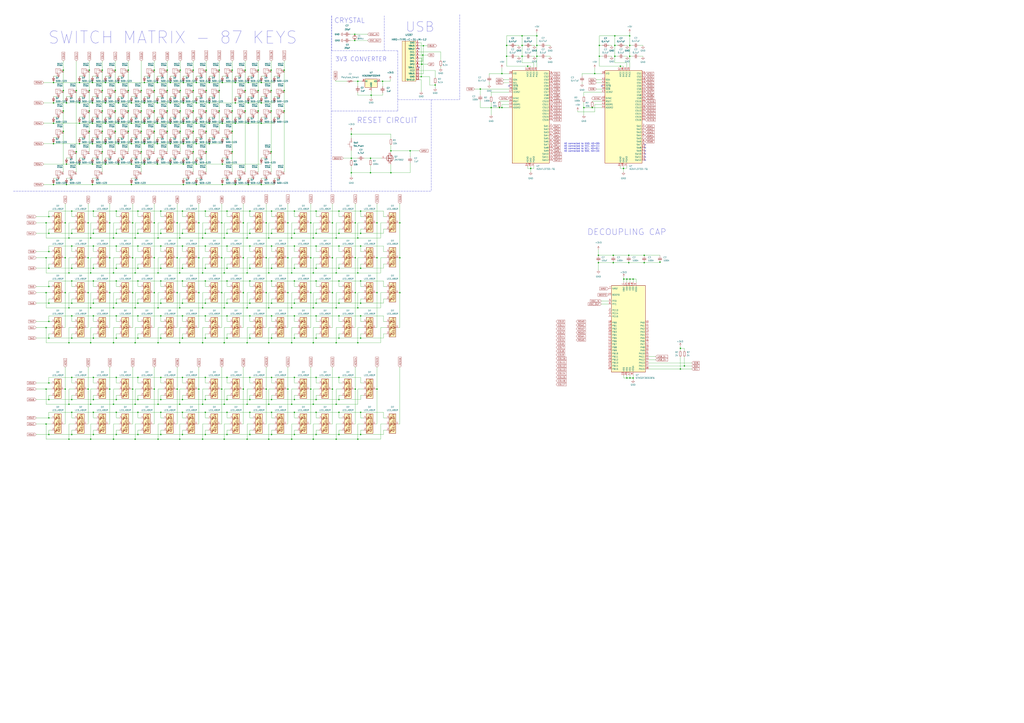
<source format=kicad_sch>
(kicad_sch (version 20211123) (generator eeschema)
  (paper "A1")
  (junction (at 110.998 252.984))
  (junction (at 205.232 220.472))
  (junction (at 203.962 67.818))
  (junction (at 129.794 224.282))
  (junction (at 171.958 84.582))
  (junction (at 223.012 277.876))
  (junction (at 108.966 240.538))
  (junction (at 137.414 91.186))
  (junction (at 37.846 269.24))
  (junction (at 412.242 60.452))
  (junction (at 118.618 118.11))
  (junction (at 73.406 74.422))
  (junction (at 220.726 252.984))
  (junction (at 58.928 357.124))
  (junction (at 562.102 300.736))
  (junction (at 276.098 224.282))
  (junction (at 149.86 357.124))
  (junction (at 357.378 69.85))
  (junction (at 296.164 338.836))
  (junction (at 76.708 230.886))
  (junction (at 40.132 235.458))
  (junction (at 241.808 310.134))
  (junction (at 76.708 277.876))
  (junction (at 118.618 134.874))
  (junction (at 296.164 277.876))
  (junction (at 222.758 91.186))
  (junction (at 145.542 240.538))
  (junction (at 190.754 91.186))
  (junction (at 239.522 360.934))
  (junction (at 65.278 101.346))
  (junction (at 259.588 202.184))
  (junction (at 186.436 310.134))
  (junction (at 76.708 202.184))
  (junction (at 193.294 101.346))
  (junction (at 65.278 67.818))
  (junction (at 93.218 252.984))
  (junction (at 113.284 310.134))
  (junction (at 168.656 230.886))
  (junction (at 40.132 343.408))
  (junction (at 113.284 338.836))
  (junction (at 53.594 240.538))
  (junction (at 150.622 84.582))
  (junction (at 56.642 224.282))
  (junction (at 278.384 249.174))
  (junction (at 116.078 91.186))
  (junction (at 259.588 328.422))
  (junction (at 52.07 74.422))
  (junction (at 169.418 107.95))
  (junction (at 199.898 319.786))
  (junction (at 321.056 123.952))
  (junction (at 40.132 357.124))
  (junction (at 186.436 277.876))
  (junction (at 40.132 249.174))
  (junction (at 223.012 259.588))
  (junction (at 276.098 195.58))
  (junction (at 182.626 134.874))
  (junction (at 291.846 319.786))
  (junction (at 90.17 183.134))
  (junction (at 110.998 224.282))
  (junction (at 218.694 183.134))
  (junction (at 95.504 220.472))
  (junction (at 75.946 118.11))
  (junction (at 186.436 357.124))
  (junction (at 168.656 357.124))
  (junction (at 72.39 240.538))
  (junction (at 95.504 259.588))
  (junction (at 241.808 357.124))
  (junction (at 202.946 281.686))
  (junction (at 346.456 52.832))
  (junction (at 278.384 230.886))
  (junction (at 113.284 202.184))
  (junction (at 149.86 220.472))
  (junction (at 107.95 118.11))
  (junction (at 293.878 281.686))
  (junction (at 113.284 230.886))
  (junction (at 86.614 84.582))
  (junction (at 86.614 134.874))
  (junction (at 97.282 84.582))
  (junction (at 58.928 277.876))
  (junction (at 105.41 107.95))
  (junction (at 145.542 211.836))
  (junction (at 223.012 357.124))
  (junction (at 180.086 74.422))
  (junction (at 168.656 202.184))
  (junction (at 163.322 183.134))
  (junction (at 201.422 74.422))
  (junction (at 168.656 310.134))
  (junction (at 40.132 328.422))
  (junction (at 309.626 319.786))
  (junction (at 241.808 249.174))
  (junction (at 241.808 220.472))
  (junction (at 293.878 224.282))
  (junction (at 110.998 281.686))
  (junction (at 126.746 57.658))
  (junction (at 182.626 101.346))
  (junction (at 257.302 360.934))
  (junction (at 148.082 107.95))
  (junction (at 58.928 338.836))
  (junction (at 205.232 259.588))
  (junction (at 220.726 360.934))
  (junction (at 132.08 191.77))
  (junction (at 76.708 310.134))
  (junction (at 218.694 211.836))
  (junction (at 158.75 91.186))
  (junction (at 168.656 277.876))
  (junction (at 132.08 338.836))
  (junction (at 76.708 259.588))
  (junction (at 132.08 173.482))
  (junction (at 205.232 191.77))
  (junction (at 542.036 215.392))
  (junction (at 205.232 338.836))
  (junction (at 58.928 259.588))
  (junction (at 504.952 46.228))
  (junction (at 93.218 332.232))
  (junction (at 223.012 230.886))
  (junction (at 193.294 151.638))
  (junction (at 241.808 202.184))
  (junction (at 43.942 118.11))
  (junction (at 56.642 195.58))
  (junction (at 171.958 67.818))
  (junction (at 239.522 195.58))
  (junction (at 222.758 57.658))
  (junction (at 62.738 74.422))
  (junction (at 202.946 252.984))
  (junction (at 74.422 360.934))
  (junction (at 58.928 173.482))
  (junction (at 149.86 191.77))
  (junction (at 54.61 151.638))
  (junction (at 186.436 173.482))
  (junction (at 40.132 314.706))
  (junction (at 147.574 281.686))
  (junction (at 296.164 220.472))
  (junction (at 214.63 101.346))
  (junction (at 149.86 202.184))
  (junction (at 220.726 332.232))
  (junction (at 328.422 240.538))
  (junction (at 202.946 360.934))
  (junction (at 129.286 134.874))
  (junction (at 129.794 360.934))
  (junction (at 150.622 134.874))
  (junction (at 223.012 328.422))
  (junction (at 113.284 277.876))
  (junction (at 190.754 57.658))
  (junction (at 504.952 29.464))
  (junction (at 182.626 151.638))
  (junction (at 168.656 328.422))
  (junction (at 186.436 338.836))
  (junction (at 293.878 66.802))
  (junction (at 97.282 67.818))
  (junction (at 166.37 195.58))
  (junction (at 149.86 328.422))
  (junction (at 75.946 134.874))
  (junction (at 184.15 332.232))
  (junction (at 161.29 101.346))
  (junction (at 491.49 215.9))
  (junction (at 403.352 88.392))
  (junction (at 214.63 151.638))
  (junction (at 203.962 151.638))
  (junction (at 139.954 67.818))
  (junction (at 288.544 141.986))
  (junction (at 223.012 173.482))
  (junction (at 519.938 229.362))
  (junction (at 416.052 37.338))
  (junction (at 255.27 183.134))
  (junction (at 168.656 220.472))
  (junction (at 150.622 151.638))
  (junction (at 203.962 101.346))
  (junction (at 347.218 45.212))
  (junction (at 132.08 328.422))
  (junction (at 148.082 57.658))
  (junction (at 126.746 183.134))
  (junction (at 149.86 310.134))
  (junction (at 65.278 134.874))
  (junction (at 84.074 124.714))
  (junction (at 239.522 252.984))
  (junction (at 180.086 91.186))
  (junction (at 76.708 328.422))
  (junction (at 190.754 107.95))
  (junction (at 440.944 37.338))
  (junction (at 166.37 281.686))
  (junction (at 137.414 107.95))
  (junction (at 190.754 124.714))
  (junction (at 514.858 229.362))
  (junction (at 132.08 310.134))
  (junction (at 222.758 124.714))
  (junction (at 40.132 178.054))
  (junction (at 203.962 84.582))
  (junction (at 158.75 124.714))
  (junction (at 56.642 281.686))
  (junction (at 110.998 360.934))
  (junction (at 259.588 310.134))
  (junction (at 58.928 249.174))
  (junction (at 278.384 202.184))
  (junction (at 113.284 259.588))
  (junction (at 139.954 101.346))
  (junction (at 182.118 319.786))
  (junction (at 193.294 67.818))
  (junction (at 239.522 224.282))
  (junction (at 259.588 259.588))
  (junction (at 161.29 151.638))
  (junction (at 126.746 319.786))
  (junction (at 412.242 88.392))
  (junction (at 296.164 357.124))
  (junction (at 129.794 281.686))
  (junction (at 529.082 215.9))
  (junction (at 509.524 54.356))
  (junction (at 132.08 230.886))
  (junction (at 58.928 220.472))
  (junction (at 433.324 54.356))
  (junction (at 168.656 249.174))
  (junction (at 201.422 57.658))
  (junction (at 52.07 91.186))
  (junction (at 184.15 252.984))
  (junction (at 97.282 118.11))
  (junction (at 126.746 211.836))
  (junction (at 56.642 360.934))
  (junction (at 95.504 310.134))
  (junction (at 37.846 240.538))
  (junction (at 186.436 230.886))
  (junction (at 72.39 211.836))
  (junction (at 90.17 240.538))
  (junction (at 169.418 124.714))
  (junction (at 212.09 91.186))
  (junction (at 304.292 141.986))
  (junction (at 516.382 215.9))
  (junction (at 321.056 141.986))
  (junction (at 314.198 66.802))
  (junction (at 72.39 183.134))
  (junction (at 147.574 252.984))
  (junction (at 517.398 229.362))
  (junction (at 95.504 173.482))
  (junction (at 107.95 101.346))
  (junction (at 166.37 332.232))
  (junction (at 40.132 206.756))
  (junction (at 148.082 74.422))
  (junction (at 214.63 84.582))
  (junction (at 126.746 74.422))
  (junction (at 52.07 57.658))
  (junction (at 108.966 211.836))
  (junction (at 236.474 240.538))
  (junction (at 75.946 101.346))
  (junction (at 259.588 249.174))
  (junction (at 54.61 134.874))
  (junction (at 529.082 209.804))
  (junction (at 205.232 202.184))
  (junction (at 205.232 328.422))
  (junction (at 278.384 328.422))
  (junction (at 168.656 259.588))
  (junction (at 276.098 281.686))
  (junction (at 95.504 230.886))
  (junction (at 276.098 360.934))
  (junction (at 75.946 84.582))
  (junction (at 259.588 191.77))
  (junction (at 97.282 101.346))
  (junction (at 147.574 332.232))
  (junction (at 440.944 46.228))
  (junction (at 43.942 101.346))
  (junction (at 223.012 202.184))
  (junction (at 149.86 173.482))
  (junction (at 503.682 215.9))
  (junction (at 296.164 173.482))
  (junction (at 259.588 173.482))
  (junction (at 186.436 220.472))
  (junction (at 273.05 319.786))
  (junction (at 257.302 332.232))
  (junction (at 241.808 191.77))
  (junction (at 163.322 319.786))
  (junction (at 161.29 67.818))
  (junction (at 255.27 211.836))
  (junction (at 37.846 183.134))
  (junction (at 166.37 252.984))
  (junction (at 75.946 151.638))
  (junction (at 182.626 67.818))
  (junction (at 150.622 101.346))
  (junction (at 118.618 101.346))
  (junction (at 62.738 124.714))
  (junction (at 202.946 332.232))
  (junction (at 291.846 240.538))
  (junction (at 440.944 29.464))
  (junction (at 129.794 332.232))
  (junction (at 93.218 360.934))
  (junction (at 218.694 319.786))
  (junction (at 491.49 209.804))
  (junction (at 291.338 28.194))
  (junction (at 193.294 84.582))
  (junction (at 150.622 118.11))
  (junction (at 309.626 183.134))
  (junction (at 171.958 101.346))
  (junction (at 129.794 252.984))
  (junction (at 126.746 91.186))
  (junction (at 56.642 252.984))
  (junction (at 84.074 91.186))
  (junction (at 259.588 230.886))
  (junction (at 58.928 191.77))
  (junction (at 504.952 37.338))
  (junction (at 169.418 57.658))
  (junction (at 223.012 338.836))
  (junction (at 220.726 281.686))
  (junction (at 84.074 74.422))
  (junction (at 241.808 328.422))
  (junction (at 293.878 195.58))
  (junction (at 149.86 259.588))
  (junction (at 558.8 303.276))
  (junction (at 336.804 123.952))
  (junction (at 241.808 173.482))
  (junction (at 223.012 310.134))
  (junction (at 94.742 107.95))
  (junction (at 108.966 183.134))
  (junction (at 148.082 91.186))
  (junction (at 163.322 240.538))
  (junction (at 309.626 211.836))
  (junction (at 169.418 91.186))
  (junction (at 40.132 191.77))
  (junction (at 74.422 224.282))
  (junction (at 158.75 107.95))
  (junction (at 182.118 211.836))
  (junction (at 53.594 319.786))
  (junction (at 73.406 107.95))
  (junction (at 139.954 134.874))
  (junction (at 296.164 249.174))
  (junction (at 95.504 277.876))
  (junction (at 166.37 224.282))
  (junction (at 259.588 338.836))
  (junction (at 517.398 310.642))
  (junction (at 113.284 173.482))
  (junction (at 259.588 220.472))
  (junction (at 205.232 249.174))
  (junction (at 73.406 91.186))
  (junction (at 394.462 73.152))
  (junction (at 239.522 332.232))
  (junction (at 74.422 195.58))
  (junction (at 223.012 249.174))
  (junction (at 257.302 281.686))
  (junction (at 76.708 249.174))
  (junction (at 129.286 118.11))
  (junction (at 278.384 338.836))
  (junction (at 558.8 286.258))
  (junction (at 257.302 252.984))
  (junction (at 233.426 91.186))
  (junction (at 37.846 319.786))
  (junction (at 116.078 74.422))
  (junction (at 107.95 151.638))
  (junction (at 132.08 357.124))
  (junction (at 516.382 209.804))
  (junction (at 186.436 202.184))
  (junction (at 129.286 67.818))
  (junction (at 43.942 67.818))
  (junction (at 202.946 195.58))
  (junction (at 163.322 211.836))
  (junction (at 168.656 173.482))
  (junction (at 214.63 67.818))
  (junction (at 278.384 220.472))
  (junction (at 90.17 319.786))
  (junction (at 113.284 357.124))
  (junction (at 95.504 202.184))
  (junction (at 222.758 74.422))
  (junction (at 328.422 183.134))
  (junction (at 435.864 138.43))
  (junction (at 503.682 209.804))
  (junction (at 76.708 173.482))
  (junction (at 345.948 62.992))
  (junction (at 428.752 29.464))
  (junction (at 107.95 84.582))
  (junction (at 186.436 249.174))
  (junction (at 184.15 281.686))
  (junction (at 220.726 195.58))
  (junction (at 108.966 319.786))
  (junction (at 145.542 319.786))
  (junction (at 182.118 240.538))
  (junction (at 236.474 211.836))
  (junction (at 186.436 191.77))
  (junction (at 236.474 319.786))
  (junction (at 199.898 240.538))
  (junction (at 293.878 360.934))
  (junction (at 116.078 107.95))
  (junction (at 220.726 224.282))
  (junction (at 161.29 84.582))
  (junction (at 514.858 310.642))
  (junction (at 486.41 88.392))
  (junction (at 241.808 277.876))
  (junction (at 304.8 78.232))
  (junction (at 205.232 310.134))
  (junction (at 171.958 118.11))
  (junction (at 296.164 202.184))
  (junction (at 199.898 211.836))
  (junction (at 184.15 195.58))
  (junction (at 296.164 230.886))
  (junction (at 517.144 29.464))
  (junction (at 113.284 328.422))
  (junction (at 53.594 183.134))
  (junction (at 278.384 277.876))
  (junction (at 223.012 220.472))
  (junction (at 296.164 191.77))
  (junction (at 147.574 224.282))
  (junction (at 257.302 195.58))
  (junction (at 512.318 229.362))
  (junction (at 113.284 220.472))
  (junction (at 58.928 310.134))
  (junction (at 94.742 57.658))
  (junction (at 86.614 101.346))
  (junction (at 52.07 107.95))
  (junction (at 84.074 107.95))
  (junction (at 166.37 360.934))
  (junction (at 75.946 67.818))
  (junction (at 94.742 74.422))
  (junction (at 95.504 191.77))
  (junction (at 205.232 173.482))
  (junction (at 43.942 151.638))
  (junction (at 488.442 60.452))
  (junction (at 118.618 67.818))
  (junction (at 37.846 211.836))
  (junction (at 291.338 33.274))
  (junction (at 255.27 240.538))
  (junction (at 257.302 224.282))
  (junction (at 110.998 195.58))
  (junction (at 118.618 84.582))
  (junction (at 95.504 328.422))
  (junction (at 205.232 277.876))
  (junction (at 492.252 37.338))
  (junction (at 93.218 195.58))
  (junction (at 113.284 249.174))
  (junction (at 201.422 91.186))
  (junction (at 74.422 252.984))
  (junction (at 517.144 46.228))
  (junction (at 95.504 357.124))
  (junction (at 90.17 211.836))
  (junction (at 145.542 183.134))
  (junction (at 328.422 211.836))
  (junction (at 273.05 183.134))
  (junction (at 276.098 332.232))
  (junction (at 137.414 74.422))
  (junction (at 158.75 57.658))
  (junction (at 410.21 88.392))
  (junction (at 241.808 338.836))
  (junction (at 259.588 357.124))
  (junction (at 74.422 281.686))
  (junction (at 512.064 138.43))
  (junction (at 95.504 338.836))
  (junction (at 218.694 240.538))
  (junction (at 73.406 57.658))
  (junction (at 129.794 195.58))
  (junction (at 205.232 230.886))
  (junction (at 428.752 46.228))
  (junction (at 107.95 134.874))
  (junction (at 72.39 319.786))
  (junction (at 293.878 252.984))
  (junction (at 97.282 134.874))
  (junction (at 180.086 57.658))
  (junction (at 139.954 118.11))
  (junction (at 479.552 88.392))
  (junction (at 212.09 74.422))
  (junction (at 58.928 202.184))
  (junction (at 40.132 277.876))
  (junction (at 58.928 230.886))
  (junction (at 236.474 183.134))
  (junction (at 74.422 332.232))
  (junction (at 428.752 37.338))
  (junction (at 182.118 183.134))
  (junction (at 161.29 134.874))
  (junction (at 184.15 360.934))
  (junction (at 223.012 191.77))
  (junction (at 110.998 332.232))
  (junction (at 84.074 57.658))
  (junction (at 76.708 338.836))
  (junction (at 56.642 332.232))
  (junction (at 147.574 360.934))
  (junction (at 291.846 211.836))
  (junction (at 132.08 220.472))
  (junction (at 105.41 74.422))
  (junction (at 116.078 124.714))
  (junction (at 255.27 319.786))
  (junction (at 259.588 277.876))
  (junction (at 186.436 259.588))
  (junction (at 233.426 74.422))
  (junction (at 184.15 224.282))
  (junction (at 186.436 328.422))
  (junction (at 168.656 191.77))
  (junction (at 132.08 202.184))
  (junction (at 43.942 84.582))
  (junction (at 86.614 67.818))
  (junction (at 149.86 338.836))
  (junction (at 158.75 74.422))
  (junction (at 53.594 211.836))
  (junction (at 288.544 130.048))
  (junction (at 132.08 249.174))
  (junction (at 76.708 191.77))
  (junction (at 40.132 220.472))
  (junction (at 54.61 84.582))
  (junction (at 95.504 249.174))
  (junction (at 93.218 224.282))
  (junction (at 147.574 195.58))
  (junction (at 86.614 118.11))
  (junction (at 278.384 357.124))
  (junction (at 241.808 230.886))
  (junction (at 65.278 118.11))
  (junction (at 65.278 84.582))
  (junction (at 40.132 264.16))
  (junction (at 113.284 191.77))
  (junction (at 168.656 338.836))
  (junction (at 129.286 101.346))
  (junction (at 58.928 328.422))
  (junction (at 276.098 252.984))
  (junction (at 161.29 118.11))
  (junction (at 169.418 74.422))
  (junction (at 199.898 183.134))
  (junction (at 241.808 259.588))
  (junction (at 291.846 183.134))
  (junction (at 273.05 240.538))
  (junction (at 126.746 107.95))
  (junction (at 149.86 277.876))
  (junction (at 519.938 310.642))
  (junction (at 94.742 91.186))
  (junction (at 139.954 84.582))
  (junction (at 288.544 110.236))
  (junction (at 278.384 173.482))
  (junction (at 76.708 220.472))
  (junction (at 278.384 310.134))
  (junction (at 149.86 249.174))
  (junction (at 278.384 191.77))
  (junction (at 137.414 57.658))
  (junction (at 205.232 357.124))
  (junction (at 105.41 57.658))
  (junction (at 273.05 211.836))
  (junction (at 212.09 57.658))
  (junction (at 129.286 84.582))
  (junction (at 304.292 130.048))
  (junction (at 37.846 348.488))
  (junction (at 149.86 230.886))
  (junction (at 233.426 57.658))
  (junction (at 132.08 277.876))
  (junction (at 296.164 259.588))
  (junction (at 416.052 46.228))
  (junction (at 278.384 259.588))
  (junction (at 93.218 281.686))
  (junction (at 150.622 67.818))
  (junction (at 492.252 46.228))
  (junction (at 239.522 281.686))
  (junction (at 126.746 240.538))
  (junction (at 517.144 37.338))
  (junction (at 309.626 240.538))
  (junction (at 347.726 37.592))
  (junction (at 202.946 224.282))
  (junction (at 132.08 259.588))
  (junction (at 76.708 357.124))
  (junction (at 105.41 91.186))
  (no_connect (at 344.17 55.372))
  (no_connect (at 529.844 123.952))
  (no_connect (at 529.844 129.032))
  (no_connect (at 529.844 131.572))
  (no_connect (at 529.844 126.492))
  (no_connect (at 344.17 40.132))
  (no_connect (at 529.844 118.872))
  (no_connect (at 418.084 70.612))
  (no_connect (at 494.284 70.612))
  (no_connect (at 529.844 121.412))
  (wire (pts (xy 170.942 240.538) (xy 166.37 240.538)))
  (wire (pts (xy 273.05 240.538) (xy 273.05 269.24)))
  (wire (pts (xy 347.726 60.452) (xy 347.726 37.592)))
  (wire (pts (xy 225.298 353.568) (xy 223.012 353.568)))
  (wire (pts (xy 148.082 107.95) (xy 148.082 124.714)))
  (wire (pts (xy 126.746 301.752) (xy 126.746 319.786)))
  (wire (pts (xy 139.954 96.266) (xy 143.002 96.266)))
  (wire (pts (xy 205.232 259.588) (xy 223.012 259.588)))
  (wire (pts (xy 514.604 138.43) (xy 514.604 136.652)))
  (wire (pts (xy 214.63 101.346) (xy 225.298 101.346)))
  (wire (pts (xy 94.742 74.422) (xy 94.742 91.186)))
  (wire (pts (xy 298.45 319.786) (xy 293.878 319.786)))
  (wire (pts (xy 29.718 206.756) (xy 40.132 206.756)))
  (wire (pts (xy 147.574 319.786) (xy 147.574 332.232)))
  (wire (pts (xy 312.42 66.802) (xy 314.198 66.802)))
  (wire (pts (xy 58.928 357.124) (xy 76.708 357.124)))
  (wire (pts (xy 182.626 96.266) (xy 185.674 96.266)))
  (wire (pts (xy 65.278 129.794) (xy 68.326 129.794)))
  (wire (pts (xy 321.056 114.046) (xy 321.056 110.236)))
  (wire (pts (xy 223.012 230.886) (xy 241.808 230.886)))
  (wire (pts (xy 259.588 264.16) (xy 261.874 264.16)))
  (wire (pts (xy 149.86 245.618) (xy 149.86 249.174)))
  (wire (pts (xy 222.758 124.714) (xy 222.758 141.478)))
  (wire (pts (xy 416.052 37.338) (xy 418.592 37.338)))
  (wire (pts (xy 65.278 101.346) (xy 75.946 101.346)))
  (wire (pts (xy 180.086 57.658) (xy 180.086 74.422)))
  (wire (pts (xy 72.39 211.836) (xy 72.39 240.538)))
  (wire (pts (xy 186.436 202.184) (xy 205.232 202.184)))
  (wire (pts (xy 168.656 230.886) (xy 186.436 230.886)))
  (wire (pts (xy 171.958 101.346) (xy 182.626 101.346)))
  (wire (pts (xy 259.588 259.588) (xy 278.384 259.588)))
  (wire (pts (xy 76.708 202.184) (xy 95.504 202.184)))
  (wire (pts (xy 74.422 195.58) (xy 93.218 195.58)))
  (wire (pts (xy 309.626 348.488) (xy 308.61 348.488)))
  (wire (pts (xy 182.626 146.558) (xy 185.674 146.558)))
  (wire (pts (xy 56.642 183.134) (xy 56.642 195.58)))
  (wire (pts (xy 188.722 274.32) (xy 186.436 274.32)))
  (wire (pts (xy 110.998 224.282) (xy 129.794 224.282)))
  (wire (pts (xy 504.952 46.228) (xy 504.952 37.338)))
  (wire (pts (xy 361.95 42.672) (xy 361.95 49.53)))
  (wire (pts (xy 76.708 191.77) (xy 95.504 191.77)))
  (wire (pts (xy 314.96 178.054) (xy 314.96 173.482)))
  (wire (pts (xy 186.436 324.866) (xy 186.436 328.422)))
  (wire (pts (xy 280.67 216.916) (xy 278.384 216.916)))
  (wire (pts (xy 186.436 230.886) (xy 205.232 230.886)))
  (wire (pts (xy 168.656 314.706) (xy 168.656 310.134)))
  (wire (pts (xy 105.41 74.422) (xy 105.41 91.186)))
  (wire (pts (xy 86.614 84.582) (xy 97.282 84.582)))
  (wire (pts (xy 528.066 46.228) (xy 524.764 46.228)))
  (wire (pts (xy 171.958 96.266) (xy 175.006 96.266)))
  (wire (pts (xy 225.298 274.32) (xy 223.012 274.32)))
  (wire (pts (xy 188.722 183.134) (xy 184.15 183.134)))
  (wire (pts (xy 309.626 269.24) (xy 308.61 269.24)))
  (wire (pts (xy 149.86 206.756) (xy 152.146 206.756)))
  (wire (pts (xy 58.928 230.886) (xy 76.708 230.886)))
  (wire (pts (xy 205.232 188.214) (xy 205.232 191.77)))
  (wire (pts (xy 90.17 319.786) (xy 89.154 319.786)))
  (wire (pts (xy 182.118 240.538) (xy 181.102 240.538)))
  (wire (pts (xy 145.542 240.538) (xy 145.542 269.24)))
  (wire (pts (xy 170.942 324.866) (xy 168.656 324.866)))
  (wire (pts (xy 149.86 310.134) (xy 168.656 310.134)))
  (wire (pts (xy 188.722 240.538) (xy 184.15 240.538)))
  (wire (pts (xy 132.08 178.054) (xy 134.366 178.054)))
  (wire (pts (xy 113.284 277.876) (xy 132.08 277.876)))
  (wire (pts (xy 42.418 211.836) (xy 37.846 211.836)))
  (wire (pts (xy 115.57 353.568) (xy 113.284 353.568)))
  (wire (pts (xy 259.588 220.472) (xy 278.384 220.472)))
  (wire (pts (xy 129.794 319.786) (xy 129.794 332.232)))
  (wire (pts (xy 171.958 118.11) (xy 182.626 118.11)))
  (wire (pts (xy 58.928 216.916) (xy 58.928 220.472)))
  (wire (pts (xy 223.012 178.054) (xy 225.298 178.054)))
  (wire (pts (xy 296.164 235.458) (xy 296.164 230.886)))
  (wire (pts (xy 494.284 75.692) (xy 479.552 75.692)))
  (wire (pts (xy 132.08 324.866) (xy 132.08 328.422)))
  (wire (pts (xy 97.79 245.618) (xy 95.504 245.618)))
  (wire (pts (xy 40.132 324.866) (xy 40.132 328.422)))
  (wire (pts (xy 288.544 130.048) (xy 293.878 130.048)))
  (wire (pts (xy 180.086 91.186) (xy 180.086 107.95)))
  (wire (pts (xy 149.86 235.458) (xy 152.146 235.458)))
  (wire (pts (xy 42.418 319.786) (xy 37.846 319.786)))
  (wire (pts (xy 72.39 211.836) (xy 71.374 211.836)))
  (wire (pts (xy 161.29 79.502) (xy 164.338 79.502)))
  (wire (pts (xy 261.874 324.866) (xy 259.588 324.866)))
  (wire (pts (xy 207.518 211.836) (xy 202.946 211.836)))
  (wire (pts (xy 132.08 202.184) (xy 149.86 202.184)))
  (wire (pts (xy 74.422 281.686) (xy 93.218 281.686)))
  (wire (pts (xy 110.998 195.58) (xy 129.794 195.58)))
  (wire (pts (xy 278.384 216.916) (xy 278.384 220.472)))
  (wire (pts (xy 412.242 85.852) (xy 412.242 88.392)))
  (wire (pts (xy 298.45 240.538) (xy 293.878 240.538)))
  (wire (pts (xy 132.08 230.886) (xy 149.86 230.886)))
  (wire (pts (xy 76.708 216.916) (xy 76.708 220.472)))
  (wire (pts (xy 29.718 277.876) (xy 40.132 277.876)))
  (wire (pts (xy 95.504 191.77) (xy 113.284 191.77)))
  (wire (pts (xy 118.618 118.11) (xy 129.286 118.11)))
  (wire (pts (xy 479.552 75.692) (xy 479.552 78.994)))
  (wire (pts (xy 75.946 62.738) (xy 78.994 62.738)))
  (wire (pts (xy 182.626 113.03) (xy 185.674 113.03)))
  (wire (pts (xy 161.29 151.638) (xy 182.626 151.638)))
  (wire (pts (xy 296.164 173.482) (xy 314.96 173.482)))
  (wire (pts (xy 126.746 107.95) (xy 126.746 124.714)))
  (wire (pts (xy 239.522 240.538) (xy 239.522 252.984)))
  (wire (pts (xy 73.406 107.95) (xy 73.406 124.714)))
  (wire (pts (xy 276.098 211.836) (xy 276.098 224.282)))
  (wire (pts (xy 278.384 264.16) (xy 280.67 264.16)))
  (wire (pts (xy 149.86 277.876) (xy 168.656 277.876)))
  (wire (pts (xy 218.694 211.836) (xy 218.694 240.538)))
  (wire (pts (xy 542.036 209.804) (xy 542.036 210.312)))
  (wire (pts (xy 416.052 46.228) (xy 416.052 37.338)))
  (wire (pts (xy 218.694 240.538) (xy 218.694 269.24)))
  (wire (pts (xy 40.132 259.588) (xy 58.928 259.588)))
  (wire (pts (xy 118.618 129.794) (xy 121.666 129.794)))
  (wire (pts (xy 296.164 178.054) (xy 296.164 173.482)))
  (wire (pts (xy 169.418 57.658) (xy 169.418 74.422)))
  (wire (pts (xy 37.846 360.934) (xy 56.642 360.934)))
  (wire (pts (xy 97.282 101.346) (xy 107.95 101.346)))
  (wire (pts (xy 504.952 51.562) (xy 504.952 46.228)))
  (wire (pts (xy 182.118 348.488) (xy 181.102 348.488)))
  (wire (pts (xy 115.57 245.618) (xy 113.284 245.618)))
  (wire (pts (xy 488.442 85.852) (xy 488.442 91.948)))
  (wire (pts (xy 259.588 353.568) (xy 259.588 357.124)))
  (wire (pts (xy 132.08 328.422) (xy 149.86 328.422)))
  (wire (pts (xy 132.08 259.588) (xy 149.86 259.588)))
  (wire (pts (xy 113.284 191.77) (xy 132.08 191.77)))
  (wire (pts (xy 37.846 240.538) (xy 37.846 252.984)))
  (wire (pts (xy 168.656 235.458) (xy 170.942 235.458)))
  (wire (pts (xy 113.284 264.16) (xy 115.57 264.16)))
  (wire (pts (xy 317.246 183.134) (xy 312.674 183.134)))
  (wire (pts (xy 321.056 124.968) (xy 321.056 123.952)))
  (wire (pts (xy 188.722 348.488) (xy 184.15 348.488)))
  (wire (pts (xy 163.322 211.836) (xy 162.306 211.836)))
  (wire (pts (xy 239.522 224.282) (xy 257.302 224.282)))
  (wire (pts (xy 296.164 245.618) (xy 296.164 249.174)))
  (wire (pts (xy 491.49 209.804) (xy 491.49 210.312)))
  (wire (pts (xy 507.492 46.228) (xy 504.952 46.228)))
  (wire (pts (xy 280.67 324.866) (xy 278.384 324.866)))
  (wire (pts (xy 107.95 113.03) (xy 110.998 113.03)))
  (wire (pts (xy 74.422 252.984) (xy 93.218 252.984)))
  (wire (pts (xy 107.95 101.346) (xy 118.618 101.346)))
  (wire (pts (xy 37.846 211.836) (xy 37.846 224.282)))
  (wire (pts (xy 58.928 314.706) (xy 58.928 310.134)))
  (wire (pts (xy 129.794 240.538) (xy 129.794 252.984)))
  (wire (pts (xy 273.05 301.752) (xy 273.05 319.786)))
  (wire (pts (xy 255.27 319.786) (xy 255.27 348.488)))
  (wire (pts (xy 52.07 74.422) (xy 52.07 91.186)))
  (wire (pts (xy 492.252 29.464) (xy 504.952 29.464)))
  (wire (pts (xy 225.298 216.916) (xy 223.012 216.916)))
  (wire (pts (xy 291.846 269.24) (xy 290.83 269.24)))
  (wire (pts (xy 97.79 183.134) (xy 93.218 183.134)))
  (wire (pts (xy 532.638 298.196) (xy 568.198 298.196)))
  (wire (pts (xy 95.504 235.458) (xy 95.504 230.886)))
  (wire (pts (xy 58.928 202.184) (xy 76.708 202.184)))
  (wire (pts (xy 190.754 107.95) (xy 190.754 124.714)))
  (wire (pts (xy 115.57 274.32) (xy 113.284 274.32)))
  (wire (pts (xy 220.726 281.686) (xy 239.522 281.686)))
  (wire (pts (xy 168.656 264.16) (xy 170.942 264.16)))
  (wire (pts (xy 239.522 360.934) (xy 257.302 360.934)))
  (wire (pts (xy 293.878 319.786) (xy 293.878 332.232)))
  (wire (pts (xy 278.384 353.568) (xy 278.384 357.124)))
  (wire (pts (xy 149.86 235.458) (xy 149.86 230.886)))
  (wire (pts (xy 276.098 319.786) (xy 276.098 332.232)))
  (wire (pts (xy 304.292 130.048) (xy 313.436 130.048)))
  (wire (pts (xy 193.294 84.582) (xy 203.962 84.582)))
  (wire (pts (xy 145.542 183.134) (xy 145.542 211.836)))
  (wire (pts (xy 486.41 88.392) (xy 494.284 88.392)))
  (wire (pts (xy 278.384 173.482) (xy 296.164 173.482)))
  (wire (pts (xy 148.082 74.422) (xy 148.082 91.186)))
  (wire (pts (xy 188.722 245.618) (xy 186.436 245.618)))
  (wire (pts (xy 186.436 310.134) (xy 205.232 310.134)))
  (wire (pts (xy 129.286 118.11) (xy 139.954 118.11)))
  (wire (pts (xy 149.86 338.836) (xy 168.656 338.836)))
  (wire (pts (xy 236.474 183.134) (xy 236.474 211.836)))
  (wire (pts (xy 202.946 224.282) (xy 220.726 224.282)))
  (wire (pts (xy 37.846 183.134) (xy 37.846 195.58)))
  (wire (pts (xy 75.946 67.818) (xy 86.614 67.818)))
  (wire (pts (xy 401.828 60.452) (xy 401.828 62.484)))
  (wire (pts (xy 95.504 264.16) (xy 95.504 259.588)))
  (wire (pts (xy 244.094 274.32) (xy 241.808 274.32)))
  (wire (pts (xy 134.366 348.488) (xy 129.794 348.488)))
  (wire (pts (xy 223.012 206.756) (xy 223.012 202.184)))
  (wire (pts (xy 205.232 191.77) (xy 223.012 191.77)))
  (wire (pts (xy 129.794 195.58) (xy 147.574 195.58)))
  (wire (pts (xy 90.17 269.24) (xy 89.154 269.24)))
  (wire (pts (xy 95.504 353.568) (xy 95.504 357.124)))
  (wire (pts (xy 426.212 46.228) (xy 426.212 46.482)))
  (wire (pts (xy 418.592 46.228) (xy 416.052 46.228)))
  (wire (pts (xy 132.08 343.408) (xy 132.08 338.836)))
  (wire (pts (xy 126.746 240.538) (xy 125.73 240.538)))
  (wire (pts (xy 58.928 188.214) (xy 58.928 191.77)))
  (wire (pts (xy 95.504 314.706) (xy 97.79 314.706)))
  (wire (pts (xy 118.618 101.346) (xy 129.286 101.346)))
  (wire (pts (xy 37.846 332.232) (xy 56.642 332.232)))
  (wire (pts (xy 116.078 124.714) (xy 116.078 141.478)))
  (wire (pts (xy 113.284 343.408) (xy 113.284 338.836)))
  (wire (pts (xy 222.758 91.186) (xy 222.758 124.714)))
  (wire (pts (xy 314.96 343.408) (xy 317.246 343.408)))
  (wire (pts (xy 239.522 281.686) (xy 257.302 281.686)))
  (wire (pts (xy 95.504 188.214) (xy 95.504 191.77)))
  (wire (pts (xy 78.994 188.214) (xy 76.708 188.214)))
  (wire (pts (xy 259.588 235.458) (xy 259.588 230.886)))
  (wire (pts (xy 502.412 37.338) (xy 499.872 37.338)))
  (wire (pts (xy 261.874 188.214) (xy 259.588 188.214)))
  (wire (pts (xy 220.726 319.786) (xy 220.726 332.232)))
  (wire (pts (xy 413.512 65.532) (xy 418.084 65.532)))
  (wire (pts (xy 90.17 301.752) (xy 90.17 319.786)))
  (wire (pts (xy 78.994 216.916) (xy 76.708 216.916)))
  (wire (pts (xy 184.15 360.934) (xy 202.946 360.934)))
  (wire (pts (xy 478.028 60.452) (xy 488.442 60.452)))
  (wire (pts (xy 278.384 235.458) (xy 280.67 235.458)))
  (wire (pts (xy 291.846 183.134) (xy 290.83 183.134)))
  (wire (pts (xy 241.808 314.706) (xy 241.808 310.134)))
  (wire (pts (xy 241.808 245.618) (xy 241.808 249.174)))
  (wire (pts (xy 115.57 188.214) (xy 113.284 188.214)))
  (wire (pts (xy 489.712 68.072) (xy 494.284 68.072)))
  (wire (pts (xy 276.098 195.58) (xy 293.878 195.58)))
  (wire (pts (xy 65.278 79.502) (xy 68.326 79.502)))
  (wire (pts (xy 168.656 314.706) (xy 170.942 314.706)))
  (wire (pts (xy 529.082 209.804) (xy 529.082 210.312)))
  (wire (pts (xy 40.132 249.174) (xy 58.928 249.174)))
  (wire (pts (xy 56.642 211.836) (xy 56.642 224.282)))
  (wire (pts (xy 56.642 360.934) (xy 74.422 360.934)))
  (wire (pts (xy 509.524 54.356) (xy 512.064 54.356)))
  (wire (pts (xy 86.614 96.266) (xy 89.662 96.266)))
  (wire (pts (xy 220.726 240.538) (xy 220.726 252.984)))
  (wire (pts (xy 273.05 319.786) (xy 273.05 348.488)))
  (wire (pts (xy 108.966 301.752) (xy 108.966 319.786)))
  (wire (pts (xy 139.954 118.11) (xy 150.622 118.11)))
  (wire (pts (xy 259.588 206.756) (xy 261.874 206.756)))
  (wire (pts (xy 223.012 220.472) (xy 241.808 220.472)))
  (wire (pts (xy 40.132 343.408) (xy 42.418 343.408)))
  (wire (pts (xy 345.948 35.052) (xy 345.948 62.992)))
  (wire (pts (xy 76.708 264.16) (xy 76.708 259.588)))
  (wire (pts (xy 278.384 178.054) (xy 278.384 173.482)))
  (wire (pts (xy 75.946 113.03) (xy 78.994 113.03)))
  (wire (pts (xy 105.41 50.038) (xy 105.41 57.658)))
  (wire (pts (xy 58.928 324.866) (xy 61.214 324.866)))
  (wire (pts (xy 65.278 96.266) (xy 68.326 96.266)))
  (wire (pts (xy 97.79 188.214) (xy 95.504 188.214)))
  (wire (pts (xy 205.232 173.482) (xy 223.012 173.482)))
  (wire (pts (xy 532.638 295.656) (xy 538.48 295.656)))
  (wire (pts (xy 488.442 55.88) (xy 488.442 60.452)))
  (wire (pts (xy 113.284 206.756) (xy 115.57 206.756)))
  (wire (pts (xy 509.524 54.356) (xy 509.524 55.372)))
  (wire (pts (xy 43.942 146.558) (xy 46.99 146.558)))
  (wire (pts (xy 225.298 324.866) (xy 223.012 324.866)))
  (wire (pts (xy 309.626 211.836) (xy 308.61 211.836)))
  (polyline (pts (xy 272.288 12.954) (xy 272.288 41.656)))
  (wire (pts (xy 95.504 245.618) (xy 95.504 249.174)))
  (wire (pts (xy 132.08 314.706) (xy 134.366 314.706)))
  (wire (pts (xy 56.642 252.984) (xy 74.422 252.984)))
  (wire (pts (xy 110.998 348.488) (xy 110.998 360.934)))
  (wire (pts (xy 314.96 264.16) (xy 314.96 259.588)))
  (wire (pts (xy 207.518 216.916) (xy 205.232 216.916)))
  (wire (pts (xy 278.384 259.588) (xy 296.164 259.588)))
  (wire (pts (xy 58.928 235.458) (xy 58.928 230.886)))
  (wire (pts (xy 314.96 235.458) (xy 317.246 235.458)))
  (wire (pts (xy 139.954 134.874) (xy 150.622 134.874)))
  (wire (pts (xy 78.994 211.836) (xy 74.422 211.836)))
  (wire (pts (xy 236.474 240.538) (xy 235.458 240.538)))
  (wire (pts (xy 113.284 178.054) (xy 115.57 178.054)))
  (wire (pts (xy 129.794 360.934) (xy 147.574 360.934)))
  (wire (pts (xy 440.944 26.67) (xy 440.944 29.464)))
  (wire (pts (xy 56.642 319.786) (xy 56.642 332.232)))
  (wire (pts (xy 517.398 310.642) (xy 519.938 310.642)))
  (wire (pts (xy 147.574 348.488) (xy 147.574 360.934)))
  (wire (pts (xy 433.324 54.356) (xy 435.864 54.356)))
  (wire (pts (xy 61.214 183.134) (xy 56.642 183.134)))
  (wire (pts (xy 184.15 319.786) (xy 184.15 332.232)))
  (wire (pts (xy 148.082 91.186) (xy 148.082 107.95)))
  (wire (pts (xy 278.384 314.706) (xy 280.67 314.706)))
  (wire (pts (xy 298.45 353.568) (xy 296.164 353.568)))
  (wire (pts (xy 171.958 62.738) (xy 175.006 62.738)))
  (wire (pts (xy 53.594 240.538) (xy 53.594 269.24)))
  (wire (pts (xy 163.322 348.488) (xy 162.306 348.488)))
  (wire (pts (xy 236.474 240.538) (xy 236.474 269.24)))
  (wire (pts (xy 328.422 183.134) (xy 328.422 211.836)))
  (wire (pts (xy 255.27 167.386) (xy 255.27 183.134)))
  (wire (pts (xy 108.966 183.134) (xy 107.95 183.134)))
  (wire (pts (xy 42.418 240.538) (xy 37.846 240.538)))
  (wire (pts (xy 412.242 60.452) (xy 418.084 60.452)))
  (wire (pts (xy 94.742 57.658) (xy 94.742 74.422)))
  (wire (pts (xy 170.942 348.488) (xy 166.37 348.488)))
  (wire (pts (xy 290.068 66.802) (xy 293.878 66.802)))
  (wire (pts (xy 273.05 348.488) (xy 272.034 348.488)))
  (wire (pts (xy 72.39 167.386) (xy 72.39 183.134)))
  (wire (pts (xy 276.098 360.934) (xy 293.878 360.934)))
  (wire (pts (xy 336.804 133.858) (xy 336.804 141.986)))
  (wire (pts (xy 129.286 101.346) (xy 139.954 101.346)))
  (wire (pts (xy 491.49 209.804) (xy 503.682 209.804)))
  (wire (pts (xy 280.67 348.488) (xy 276.098 348.488)))
  (wire (pts (xy 90.17 211.836) (xy 90.17 240.538)))
  (wire (pts (xy 43.942 151.638) (xy 54.61 151.638)))
  (wire (pts (xy 72.39 269.24) (xy 71.374 269.24)))
  (wire (pts (xy 113.284 314.706) (xy 115.57 314.706)))
  (wire (pts (xy 503.682 209.804) (xy 503.682 210.312)))
  (wire (pts (xy 52.07 91.186) (xy 52.07 107.95)))
  (wire (pts (xy 312.674 240.538) (xy 312.674 252.984)))
  (wire (pts (xy 158.75 124.714) (xy 158.75 141.478)))
  (wire (pts (xy 202.946 332.232) (xy 220.726 332.232)))
  (wire (pts (xy 241.808 314.706) (xy 244.094 314.706)))
  (wire (pts (xy 40.132 245.618) (xy 40.132 249.174)))
  (wire (pts (xy 40.132 353.568) (xy 42.418 353.568)))
  (wire (pts (xy 73.406 50.038) (xy 73.406 57.658)))
  (wire (pts (xy 40.132 264.16) (xy 42.418 264.16)))
  (polyline (pts (xy 272.288 12.954) (xy 272.034 157.226)))
  (wire (pts (xy 58.928 274.32) (xy 61.214 274.32)))
  (wire (pts (xy 298.45 211.836) (xy 293.878 211.836)))
  (wire (pts (xy 184.15 224.282) (xy 202.946 224.282)))
  (wire (pts (xy 321.056 141.986) (xy 336.804 141.986)))
  (wire (pts (xy 56.642 348.488) (xy 56.642 360.934)))
  (wire (pts (xy 199.898 240.538) (xy 198.882 240.538)))
  (wire (pts (xy 29.718 319.786) (xy 37.846 319.786)))
  (wire (pts (xy 97.79 240.538) (xy 93.218 240.538)))
  (wire (pts (xy 115.57 183.134) (xy 110.998 183.134)))
  (wire (pts (xy 40.132 173.482) (xy 58.928 173.482)))
  (wire (pts (xy 40.132 235.458) (xy 40.132 230.886)))
  (wire (pts (xy 139.954 101.346) (xy 150.622 101.346)))
  (wire (pts (xy 149.86 206.756) (xy 149.86 202.184)))
  (wire (pts (xy 287.528 28.194) (xy 291.338 28.194)))
  (wire (pts (xy 147.574 332.232) (xy 166.37 332.232)))
  (wire (pts (xy 428.752 51.562) (xy 438.404 51.562)))
  (wire (pts (xy 95.504 220.472) (xy 113.284 220.472)))
  (wire (pts (xy 126.746 91.186) (xy 126.746 107.95)))
  (wire (pts (xy 145.542 183.134) (xy 144.526 183.134)))
  (wire (pts (xy 149.86 324.866) (xy 149.86 328.422)))
  (wire (pts (xy 309.626 319.786) (xy 309.626 348.488)))
  (wire (pts (xy 278.384 191.77) (xy 296.164 191.77)))
  (wire (pts (xy 188.722 269.24) (xy 184.15 269.24)))
  (wire (pts (xy 129.794 348.488) (xy 129.794 360.934)))
  (wire (pts (xy 293.878 269.24) (xy 293.878 281.686)))
  (wire (pts (xy 314.96 235.458) (xy 314.96 230.886)))
  (wire (pts (xy 95.504 206.756) (xy 97.79 206.756)))
  (wire (pts (xy 276.098 183.134) (xy 276.098 195.58)))
  (wire (pts (xy 132.08 314.706) (xy 132.08 310.134)))
  (wire (pts (xy 241.808 191.77) (xy 259.588 191.77)))
  (wire (pts (xy 241.808 235.458) (xy 244.094 235.458)))
  (wire (pts (xy 132.08 235.458) (xy 132.08 230.886)))
  (wire (pts (xy 514.858 310.642) (xy 517.398 310.642)))
  (wire (pts (xy 512.064 138.43) (xy 514.604 138.43)))
  (wire (pts (xy 278.384 249.174) (xy 296.164 249.174)))
  (wire (pts (xy 276.098 252.984) (xy 293.878 252.984)))
  (wire (pts (xy 428.752 37.338) (xy 431.292 37.338)))
  (wire (pts (xy 255.27 240.538) (xy 254.254 240.538)))
  (wire (pts (xy 205.232 343.408) (xy 207.518 343.408)))
  (wire (pts (xy 328.422 183.134) (xy 327.406 183.134)))
  (wire (pts (xy 257.302 332.232) (xy 276.098 332.232)))
  (wire (pts (xy 110.998 269.24) (xy 110.998 281.686)))
  (wire (pts (xy 435.864 138.43) (xy 435.864 136.652)))
  (wire (pts (xy 259.588 206.756) (xy 259.588 202.184)))
  (wire (pts (xy 37.846 195.58) (xy 56.642 195.58)))
  (wire (pts (xy 241.808 206.756) (xy 244.094 206.756)))
  (wire (pts (xy 134.366 319.786) (xy 129.794 319.786)))
  (wire (pts (xy 488.442 85.852) (xy 494.284 85.852)))
  (wire (pts (xy 182.118 301.752) (xy 182.118 319.786)))
  (wire (pts (xy 65.278 118.11) (xy 75.946 118.11)))
  (wire (pts (xy 276.098 240.538) (xy 276.098 252.984)))
  (wire (pts (xy 317.246 245.618) (xy 314.96 245.618)))
  (wire (pts (xy 278.384 235.458) (xy 278.384 230.886)))
  (wire (pts (xy 259.588 188.214) (xy 259.588 191.77)))
  (wire (pts (xy 241.808 249.174) (xy 259.588 249.174)))
  (wire (pts (xy 223.012 264.16) (xy 225.298 264.16)))
  (wire (pts (xy 558.8 286.258) (xy 558.8 288.29)))
  (wire (pts (xy 126.746 348.488) (xy 125.73 348.488)))
  (wire (pts (xy 115.57 211.836) (xy 110.998 211.836)))
  (wire (pts (xy 314.96 274.32) (xy 314.96 277.876)))
  (wire (pts (xy 163.322 183.134) (xy 162.306 183.134)))
  (wire (pts (xy 186.436 249.174) (xy 205.232 249.174)))
  (wire (pts (xy 412.242 85.852) (xy 418.084 85.852)))
  (wire (pts (xy 278.384 202.184) (xy 296.164 202.184)))
  (wire (pts (xy 314.198 71.12) (xy 314.198 66.802)))
  (wire (pts (xy 86.614 134.874) (xy 97.282 134.874)))
  (wire (pts (xy 509.524 138.43) (xy 512.064 138.43)))
  (wire (pts (xy 203.962 84.582) (xy 214.63 84.582)))
  (wire (pts (xy 170.942 274.32) (xy 168.656 274.32)))
  (wire (pts (xy 223.012 249.174) (xy 241.808 249.174)))
  (wire (pts (xy 312.674 348.488) (xy 312.674 360.934)))
  (wire (pts (xy 152.146 348.488) (xy 147.574 348.488)))
  (wire (pts (xy 93.218 211.836) (xy 93.218 224.282)))
  (wire (pts (xy 190.754 124.714) (xy 190.754 141.478)))
  (wire (pts (xy 504.952 51.562) (xy 514.604 51.562)))
  (wire (pts (xy 239.522 252.984) (xy 257.302 252.984)))
  (wire (pts (xy 93.218 183.134) (xy 93.218 195.58)))
  (wire (pts (xy 223.012 245.618) (xy 223.012 249.174)))
  (wire (pts (xy 110.998 183.134) (xy 110.998 195.58)))
  (wire (pts (xy 29.718 183.134) (xy 37.846 183.134)))
  (wire (pts (xy 129.286 67.818) (xy 139.954 67.818)))
  (wire (pts (xy 298.45 188.214) (xy 296.164 188.214)))
  (wire (pts (xy 97.79 274.32) (xy 95.504 274.32)))
  (wire (pts (xy 129.286 113.03) (xy 132.334 113.03)))
  (wire (pts (xy 161.29 101.346) (xy 171.958 101.346)))
  (wire (pts (xy 218.694 269.24) (xy 217.678 269.24)))
  (wire (pts (xy 288.544 107.696) (xy 288.544 110.236)))
  (wire (pts (xy 236.474 319.786) (xy 235.458 319.786)))
  (wire (pts (xy 293.878 360.934) (xy 312.674 360.934)))
  (wire (pts (xy 309.626 167.386) (xy 309.626 183.134)))
  (wire (pts (xy 261.874 353.568) (xy 259.588 353.568)))
  (wire (pts (xy 168.656 277.876) (xy 186.436 277.876)))
  (wire (pts (xy 168.656 188.214) (xy 168.656 191.77)))
  (wire (pts (xy 29.718 269.24) (xy 37.846 269.24)))
  (wire (pts (xy 161.29 96.266) (xy 164.338 96.266)))
  (wire (pts (xy 93.218 240.538) (xy 93.218 252.984)))
  (wire (pts (xy 37.846 269.24) (xy 37.846 281.686)))
  (wire (pts (xy 236.474 301.752) (xy 236.474 319.786)))
  (wire (pts (xy 517.144 26.67) (xy 517.144 29.464)))
  (wire (pts (xy 225.298 146.558) (xy 228.346 146.558)))
  (wire (pts (xy 40.132 277.876) (xy 58.928 277.876)))
  (wire (pts (xy 562.102 293.37) (xy 562.102 300.736)))
  (wire (pts (xy 222.758 50.038) (xy 222.758 57.658)))
  (wire (pts (xy 203.962 96.266) (xy 207.01 96.266)))
  (wire (pts (xy 149.86 230.886) (xy 168.656 230.886)))
  (wire (pts (xy 431.292 46.228) (xy 428.752 46.228)))
  (wire (pts (xy 291.846 319.786) (xy 291.846 348.488)))
  (wire (pts (xy 97.282 67.818) (xy 118.618 67.818)))
  (wire (pts (xy 73.406 91.186) (xy 73.406 107.95)))
  (wire (pts (xy 193.294 151.638) (xy 203.962 151.638)))
  (wire (pts (xy 186.436 235.458) (xy 188.722 235.458)))
  (wire (pts (xy 113.284 235.458) (xy 113.284 230.886)))
  (wire (pts (xy 152.146 245.618) (xy 149.86 245.618)))
  (wire (pts (xy 257.302 224.282) (xy 276.098 224.282)))
  (wire (pts (xy 317.246 211.836) (xy 312.674 211.836)))
  (wire (pts (xy 223.012 191.77) (xy 241.808 191.77)))
  (wire (pts (xy 171.958 84.582) (xy 193.294 84.582)))
  (wire (pts (xy 29.718 343.408) (xy 40.132 343.408)))
  (wire (pts (xy 132.08 173.482) (xy 149.86 173.482)))
  (wire (pts (xy 346.456 52.832) (xy 351.282 52.832)))
  (wire (pts (xy 435.864 138.43) (xy 438.404 138.43)))
  (wire (pts (xy 149.86 191.77) (xy 168.656 191.77)))
  (wire (pts (xy 344.17 57.912) (xy 357.378 57.912)))
  (wire (pts (xy 259.588 245.618) (xy 259.588 249.174)))
  (wire (pts (xy 149.86 173.482) (xy 168.656 173.482)))
  (wire (pts (xy 161.29 113.03) (xy 164.338 113.03)))
  (wire (pts (xy 239.522 319.786) (xy 239.522 332.232)))
  (wire (pts (xy 293.878 75.946) (xy 293.878 78.232)))
  (wire (pts (xy 58.928 220.472) (xy 76.708 220.472)))
  (wire (pts (xy 312.674 183.134) (xy 312.674 195.58)))
  (wire (pts (xy 110.998 240.538) (xy 110.998 252.984)))
  (wire (pts (xy 291.846 211.836) (xy 290.83 211.836)))
  (wire (pts (xy 489.712 73.152) (xy 494.284 73.152)))
  (wire (pts (xy 97.282 113.03) (xy 100.33 113.03)))
  (wire (pts (xy 78.994 319.786) (xy 74.422 319.786)))
  (wire (pts (xy 58.928 274.32) (xy 58.928 277.876)))
  (wire (pts (xy 512.318 229.362) (xy 514.858 229.362)))
  (wire (pts (xy 95.504 357.124) (xy 113.284 357.124)))
  (wire (pts (xy 291.846 240.538) (xy 291.846 269.24)))
  (wire (pts (xy 150.622 84.582) (xy 161.29 84.582)))
  (wire (pts (xy 132.08 249.174) (xy 149.86 249.174)))
  (wire (pts (xy 168.656 259.588) (xy 186.436 259.588)))
  (wire (pts (xy 293.878 211.836) (xy 293.878 224.282)))
  (wire (pts (xy 261.874 348.488) (xy 257.302 348.488)))
  (wire (pts (xy 193.294 79.502) (xy 196.342 79.502)))
  (wire (pts (xy 244.094 245.618) (xy 241.808 245.618)))
  (wire (pts (xy 163.322 211.836) (xy 163.322 240.538)))
  (wire (pts (xy 202.946 360.934) (xy 220.726 360.934)))
  (wire (pts (xy 276.098 332.232) (xy 293.878 332.232)))
  (wire (pts (xy 35.814 118.11) (xy 43.942 118.11)))
  (wire (pts (xy 440.944 46.228) (xy 440.944 55.372)))
  (wire (pts (xy 502.412 46.228) (xy 499.872 46.228)))
  (wire (pts (xy 184.15 269.24) (xy 184.15 281.686)))
  (wire (pts (xy 75.946 151.638) (xy 107.95 151.638)))
  (wire (pts (xy 345.948 62.992) (xy 344.17 62.992)))
  (wire (pts (xy 199.898 183.134) (xy 199.898 211.836)))
  (wire (pts (xy 212.09 74.422) (xy 212.09 91.186)))
  (wire (pts (xy 126.746 183.134) (xy 125.73 183.134)))
  (wire (pts (xy 115.57 240.538) (xy 110.998 240.538)))
  (wire (pts (xy 255.27 301.752) (xy 255.27 319.786)))
  (wire (pts (xy 433.324 54.356) (xy 433.324 55.372)))
  (wire (pts (xy 118.618 84.582) (xy 129.286 84.582)))
  (wire (pts (xy 309.626 240.538) (xy 309.626 269.24)))
  (wire (pts (xy 223.012 235.458) (xy 225.298 235.458)))
  (wire (pts (xy 293.878 70.866) (xy 293.878 66.802)))
  (wire (pts (xy 52.07 57.658) (xy 52.07 74.422)))
  (wire (pts (xy 205.232 264.16) (xy 207.518 264.16)))
  (wire (pts (xy 90.17 319.786) (xy 90.17 348.488)))
  (wire (pts (xy 74.422 183.134) (xy 74.422 195.58)))
  (wire (pts (xy 58.928 277.876) (xy 76.708 277.876)))
  (wire (pts (xy 296.164 264.16) (xy 296.164 259.588)))
  (wire (pts (xy 236.474 211.836) (xy 235.458 211.836)))
  (wire (pts (xy 93.218 224.282) (xy 110.998 224.282)))
  (wire (pts (xy 182.626 134.874) (xy 214.63 134.874)))
  (wire (pts (xy 304.292 136.144) (xy 304.292 141.986)))
  (wire (pts (xy 168.656 357.124) (xy 186.436 357.124)))
  (wire (pts (xy 344.17 47.752) (xy 346.456 47.752)))
  (wire (pts (xy 516.382 215.392) (xy 516.382 215.9)))
  (wire (pts (xy 37.846 348.488) (xy 37.846 360.934)))
  (wire (pts (xy 410.21 83.312) (xy 418.084 83.312)))
  (wire (pts (xy 394.462 73.152) (xy 394.462 77.978)))
  (wire (pts (xy 205.232 274.32) (xy 205.232 277.876)))
  (wire (pts (xy 52.07 107.95) (xy 52.07 141.478)))
  (wire (pts (xy 129.794 224.282) (xy 147.574 224.282)))
  (wire (pts (xy 317.246 353.568) (xy 314.96 353.568)))
  (wire (pts (xy 152.146 324.866) (xy 149.86 324.866)))
  (wire (pts (xy 118.618 96.266) (xy 121.666 96.266)))
  (wire (pts (xy 517.144 37.338) (xy 517.144 46.228)))
  (wire (pts (xy 105.41 57.658) (xy 105.41 74.422)))
  (wire (pts (xy 129.794 332.232) (xy 147.574 332.232)))
  (wire (pts (xy 278.384 357.124) (xy 296.164 357.124)))
  (wire (pts (xy 275.59 66.802) (xy 284.988 66.802)))
  (wire (pts (xy 76.708 249.174) (xy 95.504 249.174)))
  (wire (pts (xy 108.966 211.836) (xy 108.966 240.538)))
  (wire (pts (xy 328.422 167.386) (xy 328.422 183.134)))
  (wire (pts (xy 108.966 269.24) (xy 107.95 269.24)))
  (wire (pts (xy 298.45 324.866) (xy 296.164 324.866)))
  (wire (pts (xy 220.726 332.232) (xy 239.522 332.232)))
  (wire (pts (xy 163.322 240.538) (xy 163.322 269.24)))
  (wire (pts (xy 168.656 343.408) (xy 168.656 338.836)))
  (wire (pts (xy 558.8 303.276) (xy 568.198 303.276)))
  (wire (pts (xy 97.79 211.836) (xy 93.218 211.836)))
  (wire (pts (xy 514.858 229.362) (xy 514.858 232.156)))
  (wire (pts (xy 74.422 269.24) (xy 74.422 281.686)))
  (wire (pts (xy 149.86 249.174) (xy 168.656 249.174)))
  (wire (pts (xy 53.594 240.538) (xy 52.578 240.538)))
  (wire (pts (xy 72.39 319.786) (xy 72.39 348.488)))
  (wire (pts (xy 139.954 113.03) (xy 143.002 113.03)))
  (wire (pts (xy 84.074 74.422) (xy 84.074 91.186)))
  (wire (pts (xy 193.294 101.346) (xy 203.962 101.346)))
  (wire (pts (xy 95.504 264.16) (xy 97.79 264.16)))
  (wire (pts (xy 435.864 54.356) (xy 435.864 55.372)))
  (wire (pts (xy 344.17 65.532) (xy 345.948 65.532)))
  (wire (pts (xy 52.07 50.038) (xy 52.07 57.658)))
  (wire (pts (xy 394.462 73.152) (xy 418.084 73.152)))
  (wire (pts (xy 74.422 240.538) (xy 74.422 252.984)))
  (wire (pts (xy 257.302 281.686) (xy 276.098 281.686)))
  (wire (pts (xy 54.61 134.874) (xy 65.278 134.874)))
  (wire (pts (xy 281.94 130.048) (xy 288.544 130.048)))
  (wire (pts (xy 199.898 167.386) (xy 199.898 183.134)))
  (wire (pts (xy 84.074 91.186) (xy 84.074 107.95)))
  (wire (pts (xy 40.132 338.836) (xy 58.928 338.836)))
  (wire (pts (xy 186.436 178.054) (xy 186.436 173.482)))
  (wire (pts (xy 273.05 269.24) (xy 272.034 269.24)))
  (wire (pts (xy 276.098 224.282) (xy 293.878 224.282)))
  (wire (pts (xy 152.146 353.568) (xy 149.86 353.568)))
  (wire (pts (xy 280.67 353.568) (xy 278.384 353.568)))
  (wire (pts (xy 35.814 67.818) (xy 43.942 67.818)))
  (wire (pts (xy 58.928 249.174) (xy 76.708 249.174)))
  (wire (pts (xy 115.57 216.916) (xy 113.284 216.916)))
  (wire (pts (xy 42.418 269.24) (xy 37.846 269.24)))
  (wire (pts (xy 241.808 343.408) (xy 241.808 338.836)))
  (wire (pts (xy 519.938 229.362) (xy 522.478 229.362)))
  (wire (pts (xy 257.302 252.984) (xy 276.098 252.984)))
  (wire (pts (xy 207.518 319.786) (xy 202.946 319.786)))
  (wire (pts (xy 58.928 188.214) (xy 61.214 188.214)))
  (wire (pts (xy 241.808 277.876) (xy 259.588 277.876)))
  (wire (pts (xy 110.998 319.786) (xy 110.998 332.232)))
  (wire (pts (xy 58.928 310.134) (xy 76.708 310.134)))
  (wire (pts (xy 328.422 301.752) (xy 328.422 348.488)))
  (wire (pts (xy 113.284 357.124) (xy 132.08 357.124)))
  (wire (pts (xy 293.878 224.282) (xy 312.674 224.282)))
  (wire (pts (xy 76.708 220.472) (xy 95.504 220.472)))
  (wire (pts (xy 95.504 314.706) (xy 95.504 310.134)))
  (wire (pts (xy 278.384 206.756) (xy 278.384 202.184)))
  (wire (pts (xy 205.232 249.174) (xy 223.012 249.174)))
  (wire (pts (xy 97.79 348.488) (xy 93.218 348.488)))
  (wire (pts (xy 492.252 46.228) (xy 492.252 37.338)))
  (wire (pts (xy 163.322 240.538) (xy 162.306 240.538)))
  (wire (pts (xy 62.738 124.714) (xy 62.738 141.478)))
  (wire (pts (xy 201.422 74.422) (xy 201.422 91.186)))
  (wire (pts (xy 214.63 79.502) (xy 217.678 79.502)))
  (wire (pts (xy 129.286 129.794) (xy 132.334 129.794)))
  (wire (pts (xy 273.05 319.786) (xy 272.034 319.786)))
  (wire (pts (xy 223.012 274.32) (xy 223.012 277.876)))
  (wire (pts (xy 78.994 240.538) (xy 74.422 240.538)))
  (wire (pts (xy 149.86 274.32) (xy 149.86 277.876)))
  (wire (pts (xy 40.132 324.866) (xy 42.418 324.866)))
  (wire (pts (xy 205.232 206.756) (xy 207.518 206.756)))
  (wire (pts (xy 170.942 216.916) (xy 168.656 216.916)))
  (wire (pts (xy 233.426 50.038) (xy 233.426 57.658)))
  (wire (pts (xy 345.948 62.992) (xy 352.806 62.992)))
  (wire (pts (xy 278.384 264.16) (xy 278.384 259.588)))
  (wire (pts (xy 76.708 274.32) (xy 76.708 277.876)))
  (wire (pts (xy 212.09 57.658) (xy 212.09 74.422)))
  (wire (pts (xy 58.928 324.866) (xy 58.928 328.422)))
  (wire (pts (xy 182.118 269.24) (xy 181.102 269.24)))
  (wire (pts (xy 113.284 314.706) (xy 113.284 310.134)))
  (wire (pts (xy 214.63 146.558) (xy 217.678 146.558)))
  (wire (pts (xy 328.422 211.836) (xy 328.422 240.538)))
  (wire (pts (xy 149.86 264.16) (xy 152.146 264.16)))
  (wire (pts (xy 218.694 319.786) (xy 217.678 319.786)))
  (wire (pts (xy 139.954 84.582) (xy 150.622 84.582)))
  (wire (pts (xy 78.994 348.488) (xy 74.422 348.488)))
  (wire (pts (xy 205.232 245.618) (xy 205.232 249.174)))
  (wire (pts (xy 492.252 54.356) (xy 509.524 54.356)))
  (wire (pts (xy 314.96 216.916) (xy 314.96 220.472)))
  (wire (pts (xy 118.618 79.502) (xy 121.666 79.502)))
  (wire (pts (xy 132.08 264.16) (xy 134.366 264.16)))
  (wire (pts (xy 314.96 188.214) (xy 314.96 191.77)))
  (wire (pts (xy 241.808 343.408) (xy 244.094 343.408)))
  (wire (pts (xy 428.752 46.228) (xy 428.752 37.338)))
  (wire (pts (xy 148.082 50.038) (xy 148.082 57.658)))
  (wire (pts (xy 328.422 348.488) (xy 327.406 348.488)))
  (wire (pts (xy 562.102 300.736) (xy 568.198 300.736)))
  (wire (pts (xy 514.858 308.356) (xy 514.858 310.642)))
  (wire (pts (xy 199.898 240.538) (xy 199.898 269.24)))
  (wire (pts (xy 344.17 50.292) (xy 347.218 50.292)))
  (wire (pts (xy 241.808 202.184) (xy 259.588 202.184)))
  (wire (pts (xy 76.708 259.588) (xy 95.504 259.588)))
  (wire (pts (xy 296.164 274.32) (xy 296.164 277.876)))
  (wire (pts (xy 166.37 319.786) (xy 166.37 332.232)))
  (wire (pts (xy 43.942 79.502) (xy 46.99 79.502)))
  (wire (pts (xy 188.722 353.568) (xy 186.436 353.568)))
  (wire (pts (xy 168.656 191.77) (xy 186.436 191.77)))
  (wire (pts (xy 220.726 195.58) (xy 239.522 195.58)))
  (wire (pts (xy 426.212 46.228) (xy 423.672 46.228)))
  (polyline (pts (xy 272.288 91.186) (xy 326.644 91.186)))
  (wire (pts (xy 205.232 220.472) (xy 223.012 220.472)))
  (wire (pts (xy 201.422 50.038) (xy 201.422 57.658)))
  (wire (pts (xy 129.794 183.134) (xy 129.794 195.58)))
  (wire (pts (xy 291.846 167.386) (xy 291.846 183.134)))
  (wire (pts (xy 61.214 269.24) (xy 56.642 269.24)))
  (wire (pts (xy 223.012 259.588) (xy 241.808 259.588)))
  (wire (pts (xy 58.928 216.916) (xy 61.214 216.916)))
  (wire (pts (xy 169.418 91.186) (xy 169.418 107.95)))
  (wire (pts (xy 293.878 195.58) (xy 312.674 195.58)))
  (wire (pts (xy 223.012 353.568) (xy 223.012 357.124)))
  (wire (pts (xy 205.232 178.054) (xy 207.518 178.054)))
  (wire (pts (xy 352.806 69.85) (xy 357.378 69.85)))
  (wire (pts (xy 134.366 183.134) (xy 129.794 183.134)))
  (wire (pts (xy 347.218 45.212) (xy 344.17 45.212)))
  (wire (pts (xy 532.638 293.116) (xy 538.48 293.116)))
  (wire (pts (xy 317.246 274.32) (xy 314.96 274.32)))
  (wire (pts (xy 357.378 57.912) (xy 357.378 63.754)))
  (wire (pts (xy 76.708 235.458) (xy 76.708 230.886)))
  (wire (pts (xy 218.694 211.836) (xy 217.678 211.836)))
  (wire (pts (xy 255.27 211.836) (xy 255.27 240.538)))
  (wire (pts (xy 145.542 211.836) (xy 144.526 211.836)))
  (wire (pts (xy 223.012 338.836) (xy 241.808 338.836)))
  (wire (pts (xy 314.96 264.16) (xy 317.246 264.16)))
  (wire (pts (xy 261.874 274.32) (xy 259.588 274.32)))
  (wire (pts (xy 257.302 348.488) (xy 257.302 360.934)))
  (wire (pts (xy 223.012 188.214) (xy 223.012 191.77)))
  (wire (pts (xy 129.286 84.582) (xy 139.954 84.582)))
  (wire (pts (xy 110.998 252.984) (xy 129.794 252.984)))
  (wire (pts (xy 72.39 348.488) (xy 71.374 348.488)))
  (wire (pts (xy 65.278 67.818) (xy 75.946 67.818)))
  (wire (pts (xy 40.132 235.458) (xy 42.418 235.458)))
  (wire (pts (xy 223.012 324.866) (xy 223.012 328.422)))
  (wire (pts (xy 147.574 195.58) (xy 166.37 195.58)))
  (wire (pts (xy 168.656 338.836) (xy 186.436 338.836)))
  (wire (pts (xy 75.946 146.558) (xy 78.994 146.558)))
  (wire (pts (xy 166.37 195.58) (xy 184.15 195.58)))
  (wire (pts (xy 220.726 348.488) (xy 220.726 360.934)))
  (wire (pts (xy 97.282 79.502) (xy 100.33 79.502)))
  (wire (pts (xy 259.588 277.876) (xy 278.384 277.876)))
  (wire (pts (xy 158.75 91.186) (xy 158.75 107.95)))
  (wire (pts (xy 296.164 216.916) (xy 296.164 220.472)))
  (wire (pts (xy 479.552 88.392) (xy 479.552 94.488)))
  (wire (pts (xy 40.132 274.32) (xy 42.418 274.32)))
  (wire (pts (xy 314.96 343.408) (xy 314.96 338.836)))
  (wire (pts (xy 438.404 51.562) (xy 438.404 55.372)))
  (wire (pts (xy 40.132 206.756) (xy 40.132 202.184)))
  (wire (pts (xy 223.012 310.134) (xy 241.808 310.134)))
  (wire (pts (xy 225.298 188.214) (xy 223.012 188.214)))
  (wire (pts (xy 241.808 264.16) (xy 241.808 259.588)))
  (wire (pts (xy 244.094 188.214) (xy 241.808 188.214)))
  (wire (pts (xy 58.928 245.618) (xy 58.928 249.174)))
  (wire (pts (xy 113.284 230.886) (xy 132.08 230.886)))
  (wire (pts (xy 76.708 245.618) (xy 76.708 249.174)))
  (wire (pts (xy 158.75 74.422) (xy 158.75 91.186)))
  (wire (pts (xy 296.164 314.706) (xy 296.164 310.134)))
  (wire (pts (xy 113.284 216.916) (xy 113.284 220.472)))
  (wire (pts (xy 293.878 252.984) (xy 312.674 252.984)))
  (wire (pts (xy 298.45 269.24) (xy 293.878 269.24)))
  (wire (pts (xy 328.422 240.538) (xy 327.406 240.538)))
  (wire (pts (xy 188.722 211.836) (xy 184.15 211.836)))
  (wire (pts (xy 118.618 134.874) (xy 129.286 134.874)))
  (wire (pts (xy 74.422 224.282) (xy 93.218 224.282)))
  (wire (pts (xy 193.294 62.738) (xy 196.342 62.738)))
  (wire (pts (xy 115.57 348.488) (xy 110.998 348.488)))
  (wire (pts (xy 542.0524 215.392) (xy 542.0524 215.9)))
  (wire (pts (xy 451.866 37.338) (xy 448.564 37.338)))
  (wire (pts (xy 182.626 129.794) (xy 185.674 129.794)))
  (wire (pts (xy 205.232 328.422) (xy 223.012 328.422)))
  (wire (pts (xy 257.302 195.58) (xy 276.098 195.58)))
  (wire (pts (xy 304.292 130.048) (xy 304.292 131.064)))
  (wire (pts (xy 168.656 202.184) (xy 186.436 202.184)))
  (wire (pts (xy 214.63 67.818) (xy 225.298 67.818)))
  (wire (pts (xy 401.828 67.564) (xy 401.828 69.596)))
  (wire (pts (xy 56.642 269.24) (xy 56.642 281.686)))
  (wire (pts (xy 40.132 202.184) (xy 58.928 202.184)))
  (wire (pts (xy 145.542 348.488) (xy 144.526 348.488)))
  (wire (pts (xy 148.082 57.658) (xy 148.082 74.422)))
  (wire (pts (xy 336.804 123.952) (xy 336.804 128.778)))
  (wire (pts (xy 298.45 245.618) (xy 296.164 245.618)))
  (wire (pts (xy 239.522 211.836) (xy 239.522 224.282)))
  (wire (pts (xy 296.164 259.588) (xy 314.96 259.588)))
  (wire (pts (xy 259.588 357.124) (xy 278.384 357.124)))
  (wire (pts (xy 58.928 338.836) (xy 76.708 338.836)))
  (wire (pts (xy 236.474 183.134) (xy 235.458 183.134)))
  (wire (pts (xy 58.928 264.16) (xy 58.928 259.588)))
  (wire (pts (xy 241.808 188.214) (xy 241.808 191.77)))
  (wire (pts (xy 170.942 188.214) (xy 168.656 188.214)))
  (wire (pts (xy 126.746 183.134) (xy 126.746 211.836)))
  (wire (pts (xy 74.422 332.232) (xy 93.218 332.232)))
  (wire (pts (xy 43.942 113.03) (xy 46.99 113.03)))
  (wire (pts (xy 403.352 84.074) (xy 403.352 88.392)))
  (wire (pts (xy 72.39 240.538) (xy 71.374 240.538)))
  (wire (pts (xy 244.094 269.24) (xy 239.522 269.24)))
  (wire (pts (xy 168.656 310.134) (xy 186.436 310.134)))
  (wire (pts (xy 58.928 343.408) (xy 58.928 338.836)))
  (wire (pts (xy 37.846 224.282) (xy 56.642 224.282)))
  (wire (pts (xy 149.86 328.422) (xy 168.656 328.422)))
  (wire (pts (xy 203.962 151.638) (xy 214.63 151.638)))
  (wire (pts (xy 241.808 353.568) (xy 241.808 357.124)))
  (wire (pts (xy 207.518 183.134) (xy 202.946 183.134)))
  (wire (pts (xy 84.074 50.038) (xy 84.074 57.658)))
  (wire (pts (xy 492.252 37.338) (xy 494.792 37.338)))
  (wire (pts (xy 150.622 134.874) (xy 161.29 134.874)))
  (wire (pts (xy 276.098 281.686) (xy 293.878 281.686)))
  (wire (pts (xy 479.552 84.074) (xy 479.552 88.392)))
  (wire (pts (xy 212.09 50.038) (xy 212.09 57.658)))
  (wire (pts (xy 214.63 151.638) (xy 225.298 151.638)))
  (wire (pts (xy 298.958 130.048) (xy 304.292 130.048)))
  (wire (pts (xy 220.726 252.984) (xy 239.522 252.984)))
  (wire (pts (xy 149.86 314.706) (xy 149.86 310.134)))
  (wire (pts (xy 76.708 310.134) (xy 95.504 310.134)))
  (wire (pts (xy 116.078 91.186) (xy 116.078 107.95)))
  (wire (pts (xy 168.656 245.618) (xy 168.656 249.174)))
  (wire (pts (xy 76.708 173.482) (xy 95.504 173.482)))
  (wire (pts (xy 291.846 319.786) (xy 290.83 319.786)))
  (wire (pts (xy 512.064 141.224) (xy 512.064 138.43)))
  (wire (pts (xy 288.544 110.236) (xy 321.056 110.236)))
  (wire (pts (xy 223.012 264.16) (xy 223.012 259.588)))
  (wire (pts (xy 76.708 188.214) (xy 76.708 191.77)))
  (wire (pts (xy 58.928 343.408) (xy 61.214 343.408)))
  (wire (pts (xy 78.994 274.32) (xy 76.708 274.32)))
  (wire (pts (xy 90.17 348.488) (xy 89.154 348.488)))
  (wire (pts (xy 241.808 178.054) (xy 244.094 178.054)))
  (wire (pts (xy 223.012 314.706) (xy 223.012 310.134)))
  (wire (pts (xy 562.102 286.258) (xy 558.8 286.258)))
  (wire (pts (xy 220.726 211.836) (xy 220.726 224.282)))
  (wire (pts (xy 93.218 252.984) (xy 110.998 252.984)))
  (wire (pts (xy 35.814 101.346) (xy 43.942 101.346)))
  (wire (pts (xy 184.15 183.134) (xy 184.15 195.58)))
  (wire (pts (xy 214.63 62.738) (xy 217.678 62.738)))
  (wire (pts (xy 509.524 136.652) (xy 509.524 138.43)))
  (wire (pts (xy 107.95 84.582) (xy 118.618 84.582)))
  (wire (pts (xy 113.284 259.588) (xy 132.08 259.588)))
  (wire (pts (xy 186.436 259.588) (xy 205.232 259.588)))
  (wire (pts (xy 170.942 211.836) (xy 166.37 211.836)))
  (wire (pts (xy 312.674 269.24) (xy 312.674 281.686)))
  (wire (pts (xy 93.218 332.232) (xy 110.998 332.232)))
  (wire (pts (xy 293.878 240.538) (xy 293.878 252.984)))
  (wire (pts (xy 491.49 204.978) (xy 491.49 209.804)))
  (wire (pts (xy 152.146 211.836) (xy 147.574 211.836)))
  (wire (pts (xy 255.27 211.836) (xy 254.254 211.836)))
  (wire (pts (xy 257.302 183.134) (xy 257.302 195.58)))
  (wire (pts (xy 241.808 357.124) (xy 259.588 357.124)))
  (wire (pts (xy 233.426 74.422) (xy 233.426 91.186)))
  (wire (pts (xy 416.052 37.338) (xy 416.052 29.464)))
  (wire (pts (xy 76.708 338.836) (xy 95.504 338.836)))
  (wire (pts (xy 416.052 54.356) (xy 433.324 54.356)))
  (wire (pts (xy 516.382 209.804) (xy 529.082 209.804)))
  (wire (pts (xy 296.164 343.408) (xy 296.164 338.836)))
  (wire (pts (xy 161.29 84.582) (xy 171.958 84.582)))
  (wire (pts (xy 93.218 269.24) (xy 93.218 281.686)))
  (wire (pts (xy 389.636 73.152) (xy 394.462 73.152)))
  (wire (pts (xy 126.746 74.422) (xy 126.746 91.186)))
  (wire (pts (xy 451.866 46.228) (xy 451.866 46.482)))
  (wire (pts (xy 288.544 131.318) (xy 288.544 130.048)))
  (wire (pts (xy 108.966 167.386) (xy 108.966 183.134)))
  (wire (pts (xy 401.828 60.452) (xy 412.242 60.452)))
  (wire (pts (xy 29.718 235.458) (xy 40.132 235.458)))
  (wire (pts (xy 214.63 129.794) (xy 217.678 129.794)))
  (wire (pts (xy 97.79 319.786) (xy 93.218 319.786)))
  (wire (pts (xy 186.436 314.706) (xy 188.722 314.706)))
  (wire (pts (xy 440.944 37.338) (xy 443.484 37.338)))
  (wire (pts (xy 291.846 301.752) (xy 291.846 319.786)))
  (wire (pts (xy 202.946 183.134) (xy 202.946 195.58)))
  (wire (pts (xy 403.352 75.692) (xy 403.352 78.994)))
  (wire (pts (xy 58.928 235.458) (xy 61.214 235.458)))
  (wire (pts (xy 182.626 151.638) (xy 193.294 151.638)))
  (wire (pts (xy 261.874 319.786) (xy 257.302 319.786)))
  (wire (pts (xy 259.588 216.916) (xy 259.588 220.472)))
  (wire (pts (xy 129.286 134.874) (xy 139.954 134.874)))
  (wire (pts (xy 186.436 328.422) (xy 205.232 328.422)))
  (wire (pts (xy 304.8 74.422) (xy 304.8 78.232)))
  (wire (pts (xy 53.594 319.786) (xy 52.578 319.786)))
  (wire (pts (xy 203.962 101.346) (xy 214.63 101.346)))
  (wire (pts (xy 241.808 173.482) (xy 259.588 173.482)))
  (wire (pts (xy 504.952 37.338) (xy 507.492 37.338)))
  (wire (pts (xy 132.08 191.77) (xy 149.86 191.77)))
  (wire (pts (xy 169.418 124.714) (xy 169.418 141.478)))
  (wire (pts (xy 317.246 348.488) (xy 312.674 348.488)))
  (wire (pts (xy 132.08 277.876) (xy 149.86 277.876)))
  (wire (pts (xy 150.622 96.266) (xy 153.67 96.266)))
  (wire (pts (xy 76.708 178.054) (xy 78.994 178.054)))
  (wire (pts (xy 255.27 240.538) (xy 255.27 269.24)))
  (wire (pts (xy 259.588 328.422) (xy 278.384 328.422)))
  (wire (pts (xy 280.67 274.32) (xy 278.384 274.32)))
  (wire (pts (xy 147.574 211.836) (xy 147.574 224.282)))
  (wire (pts (xy 304.8 78.232) (xy 304.8 80.518)))
  (wire (pts (xy 236.474 319.786) (xy 236.474 348.488)))
  (wire (pts (xy 493.776 249.936) (xy 499.618 249.936)))
  (wire (pts (xy 182.118 319.786) (xy 182.118 348.488)))
  (wire (pts (xy 273.05 183.134) (xy 272.034 183.134)))
  (wire (pts (xy 113.284 178.054) (xy 113.284 173.482)))
  (wire (pts (xy 516.382 209.804) (xy 516.382 210.312)))
  (wire (pts (xy 296.164 230.886) (xy 314.96 230.886)))
  (wire (pts (xy 218.694 319.786) (xy 218.694 348.488)))
  (wire (pts (xy 223.012 314.706) (xy 225.298 314.706)))
  (wire (pts (xy 170.942 183.134) (xy 166.37 183.134)))
  (wire (pts (xy 76.708 230.886) (xy 95.504 230.886)))
  (wire (pts (xy 76.708 353.568) (xy 76.708 357.124)))
  (wire (pts (xy 309.626 183.134) (xy 308.61 183.134)))
  (wire (pts (xy 562.102 286.258) (xy 562.102 288.29)))
  (wire (pts (xy 90.17 240.538) (xy 90.17 269.24)))
  (wire (pts (xy 288.544 136.398) (xy 288.544 141.986)))
  (wire (pts (xy 168.656 274.32) (xy 168.656 277.876)))
  (wire (pts (xy 166.37 211.836) (xy 166.37 224.282)))
  (wire (pts (xy 53.594 183.134) (xy 53.594 211.836)))
  (wire (pts (xy 97.79 353.568) (xy 95.504 353.568)))
  (wire (pts (xy 517.144 37.338) (xy 519.684 37.338)))
  (wire (pts (xy 113.284 188.214) (xy 113.284 191.77)))
  (wire (pts (xy 43.942 96.266) (xy 46.99 96.266)))
  (wire (pts (xy 76.708 178.054) (xy 76.708 173.482)))
  (wire (pts (xy 90.17 167.386) (xy 90.17 183.134)))
  (wire (pts (xy 512.318 227.584) (xy 512.318 229.362)))
  (wire (pts (xy 259.588 324.866) (xy 259.588 328.422)))
  (wire (pts (xy 182.118 240.538) (xy 182.118 269.24)))
  (polyline (pts (xy 315.722 41.656) (xy 315.722 12.954)))
  (wire (pts (xy 218.694 183.134) (xy 218.694 211.836)))
  (wire (pts (xy 220.726 224.282) (xy 239.522 224.282)))
  (wire (pts (xy 134.366 240.538) (xy 129.794 240.538)))
  (wire (pts (xy 207.518 348.488) (xy 202.946 348.488)))
  (wire (pts (xy 107.95 118.11) (xy 118.618 118.11)))
  (wire (pts (xy 95.504 343.408) (xy 95.504 338.836)))
  (wire (pts (xy 115.57 269.24) (xy 110.998 269.24)))
  (wire (pts (xy 97.79 216.916) (xy 95.504 216.916)))
  (wire (pts (xy 278.384 188.214) (xy 278.384 191.77)))
  (wire (pts (xy 259.588 178.054) (xy 259.588 173.482)))
  (wire (pts (xy 132.08 188.214) (xy 132.08 191.77)))
  (wire (pts (xy 113.284 264.16) (xy 113.284 259.588)))
  (wire (pts (xy 203.962 67.818) (xy 214.63 67.818)))
  (wire (pts (xy 168.656 353.568) (xy 168.656 357.124)))
  (wire (pts (xy 93.218 281.686) (xy 110.998 281.686)))
  (wire (pts (xy 202.946 195.58) (xy 220.726 195.58)))
  (wire (pts (xy 58.928 259.588) (xy 76.708 259.588)))
  (wire (pts (xy 314.96 245.618) (xy 314.96 249.174)))
  (wire (pts (xy 222.758 57.658) (xy 222.758 74.422)))
  (wire (pts (xy 451.866 46.228) (xy 448.564 46.228)))
  (wire (pts (xy 147.574 281.686) (xy 166.37 281.686)))
  (wire (pts (xy 152.146 274.32) (xy 149.86 274.32)))
  (wire (pts (xy 394.462 88.392) (xy 403.352 88.392)))
  (wire (pts (xy 147.574 240.538) (xy 147.574 252.984)))
  (wire (pts (xy 182.626 62.738) (xy 185.674 62.738)))
  (wire (pts (xy 309.626 319.786) (xy 308.61 319.786)))
  (wire (pts (xy 116.078 74.422) (xy 116.078 91.186)))
  (wire (pts (xy 515.112 46.228) (xy 515.112 46.482)))
  (wire (pts (xy 528.066 37.338) (xy 524.764 37.338)))
  (wire (pts (xy 223.012 173.482) (xy 241.808 173.482)))
  (wire (pts (xy 199.898 211.836) (xy 199.898 240.538)))
  (wire (pts (xy 426.212 37.338) (xy 426.212 37.592)))
  (wire (pts (xy 517.398 310.642) (xy 517.398 308.356)))
  (wire (pts (xy 241.808 235.458) (xy 241.808 230.886)))
  (wire (pts (xy 278.384 277.876) (xy 296.164 277.876)))
  (wire (pts (xy 76.708 264.16) (xy 78.994 264.16)))
  (wire (pts (xy 168.656 178.054) (xy 168.656 173.482)))
  (wire (pts (xy 72.39 301.752) (xy 72.39 319.786)))
  (wire (pts (xy 259.588 338.836) (xy 278.384 338.836)))
  (wire (pts (xy 199.898 319.786) (xy 198.882 319.786)))
  (wire (pts (xy 328.422 240.538) (xy 328.422 269.24)))
  (wire (pts (xy 113.284 324.866) (xy 113.284 328.422)))
  (wire (pts (xy 40.132 264.16) (xy 40.132 259.588)))
  (polyline (pts (xy 326.644 91.186) (xy 326.644 41.656)))
  (wire (pts (xy 95.504 274.32) (xy 95.504 277.876)))
  (wire (pts (xy 61.214 348.488) (xy 56.642 348.488)))
  (wire (pts (xy 190.754 57.658) (xy 190.754 91.186)))
  (wire (pts (xy 108.966 319.786) (xy 107.95 319.786)))
  (wire (pts (xy 107.95 96.266) (xy 110.998 96.266)))
  (wire (pts (xy 493.776 247.396) (xy 499.618 247.396)))
  (wire (pts (xy 280.67 240.538) (xy 276.098 240.538)))
  (wire (pts (xy 40.132 188.214) (xy 40.132 191.77)))
  (wire (pts (xy 58.928 264.16) (xy 61.214 264.16)))
  (wire (pts (xy 296.164 338.836) (xy 314.96 338.836)))
  (wire (pts (xy 184.15 211.836) (xy 184.15 224.282)))
  (wire (pts (xy 291.338 28.194) (xy 302.006 28.194)))
  (wire (pts (xy 150.622 151.638) (xy 161.29 151.638)))
  (wire (pts (xy 291.846 348.488) (xy 290.83 348.488)))
  (wire (pts (xy 35.814 151.638) (xy 43.942 151.638)))
  (wire (pts (xy 95.504 328.422) (xy 113.284 328.422)))
  (wire (pts (xy 259.588 314.706) (xy 259.588 310.134)))
  (wire (pts (xy 90.17 211.836) (xy 89.154 211.836)))
  (wire (pts (xy 86.614 129.794) (xy 89.662 129.794)))
  (wire (pts (xy 558.8 284.48) (xy 558.8 286.258)))
  (wire (pts (xy 304.292 141.986) (xy 321.056 141.986)))
  (wire (pts (xy 205.232 202.184) (xy 223.012 202.184)))
  (wire (pts (xy 110.998 211.836) (xy 110.998 224.282)))
  (wire (pts (xy 113.284 310.134) (xy 132.08 310.134)))
  (wire (pts (xy 528.066 37.338) (xy 528.066 37.592)))
  (wire (pts (xy 273.05 211.836) (xy 273.05 240.538)))
  (wire (pts (xy 202.946 240.538) (xy 202.946 252.984)))
  (wire (pts (xy 223.012 277.876) (xy 241.808 277.876)))
  (wire (pts (xy 163.322 167.386) (xy 163.322 183.134)))
  (wire (pts (xy 40.132 178.054) (xy 42.418 178.054)))
  (wire (pts (xy 298.45 274.32) (xy 296.164 274.32)))
  (wire (pts (xy 205.232 206.756) (xy 205.232 202.184)))
  (wire (pts (xy 205.232 277.876) (xy 223.012 277.876)))
  (wire (pts (xy 278.384 220.472) (xy 296.164 220.472)))
  (wire (pts (xy 43.942 67.818) (xy 65.278 67.818)))
  (wire (pts (xy 40.132 343.408) (xy 40.132 338.836)))
  (wire (pts (xy 149.86 314.706) (xy 152.146 314.706)))
  (wire (pts (xy 75.946 79.502) (xy 78.994 79.502)))
  (wire (pts (xy 314.198 76.2) (xy 314.198 78.232)))
  (wire (pts (xy 139.954 79.502) (xy 143.002 79.502)))
  (wire (pts (xy 225.298 79.502) (xy 228.346 79.502)))
  (wire (pts (xy 296.164 235.458) (xy 298.45 235.458)))
  (wire (pts (xy 438.912 37.338) (xy 436.372 37.338)))
  (wire (pts (xy 137.414 91.186) (xy 137.414 107.95)))
  (wire (pts (xy 186.436 188.214) (xy 186.436 191.77)))
  (wire (pts (xy 126.746 319.786) (xy 126.746 348.488)))
  (wire (pts (xy 440.944 29.464) (xy 440.944 37.338)))
  (wire (pts (xy 236.474 348.488) (xy 235.458 348.488)))
  (wire (pts (xy 150.622 129.794) (xy 153.67 129.794)))
  (wire (pts (xy 149.86 264.16) (xy 149.86 259.588)))
  (wire (pts (xy 205.232 343.408) (xy 205.232 338.836)))
  (wire (pts (xy 149.86 188.214) (xy 149.86 191.77)))
  (wire (pts (xy 54.61 151.638) (xy 75.946 151.638)))
  (wire (pts (xy 58.928 314.706) (xy 61.214 314.706)))
  (wire (pts (xy 40.132 178.054) (xy 40.132 173.482)))
  (wire (pts (xy 519.684 46.228) (xy 517.144 46.228)))
  (wire (pts (xy 186.436 216.916) (xy 186.436 220.472)))
  (wire (pts (xy 344.17 35.052) (xy 345.948 35.052)))
  (wire (pts (xy 93.218 195.58) (xy 110.998 195.58)))
  (wire (pts (xy 190.754 91.186) (xy 190.754 107.95)))
  (wire (pts (xy 184.15 240.538) (xy 184.15 252.984)))
  (wire (pts (xy 515.112 37.338) (xy 512.572 37.338)))
  (wire (pts (xy 239.522 195.58) (xy 257.302 195.58)))
  (wire (pts (xy 503.682 209.804) (xy 516.382 209.804)))
  (wire (pts (xy 293.878 183.134) (xy 293.878 195.58)))
  (wire (pts (xy 107.95 151.638) (xy 150.622 151.638)))
  (wire (pts (xy 95.504 230.886) (xy 113.284 230.886)))
  (wire (pts (xy 433.324 138.43) (xy 435.864 138.43)))
  (wire (pts (xy 180.086 50.038) (xy 180.086 57.658)))
  (wire (pts (xy 158.75 50.038) (xy 158.75 57.658)))
  (wire (pts (xy 95.504 259.588) (xy 113.284 259.588)))
  (wire (pts (xy 309.626 183.134) (xy 309.626 211.836)))
  (wire (pts (xy 147.574 224.282) (xy 166.37 224.282)))
  (wire (pts (xy 56.642 281.686) (xy 74.422 281.686)))
  (wire (pts (xy 241.808 259.588) (xy 259.588 259.588)))
  (wire (pts (xy 94.742 107.95) (xy 94.742 124.714)))
  (wire (pts (xy 163.322 269.24) (xy 162.306 269.24)))
  (wire (pts (xy 97.282 118.11) (xy 107.95 118.11)))
  (wire (pts (xy 241.808 310.134) (xy 259.588 310.134)))
  (wire (pts (xy 288.544 141.986) (xy 304.292 141.986)))
  (wire (pts (xy 118.618 62.738) (xy 121.666 62.738)))
  (wire (pts (xy 491.49 215.392) (xy 491.49 215.9)))
  (wire (pts (xy 504.952 37.338) (xy 504.952 29.464)))
  (polyline (pts (xy 272.288 41.656) (xy 315.722 41.656)))
  (wire (pts (xy 73.406 57.658) (xy 73.406 74.422)))
  (wire (pts (xy 205.232 314.706) (xy 205.232 310.134)))
  (wire (pts (xy 186.436 357.124) (xy 205.232 357.124)))
  (wire (pts (xy 438.912 46.228) (xy 436.372 46.228)))
  (wire (pts (xy 74.422 360.934) (xy 93.218 360.934)))
  (wire (pts (xy 93.218 348.488) (xy 93.218 360.934)))
  (wire (pts (xy 95.504 173.482) (xy 113.284 173.482)))
  (wire (pts (xy 29.718 191.77) (xy 40.132 191.77)))
  (wire (pts (xy 296.164 343.408) (xy 298.45 343.408)))
  (wire (pts (xy 113.284 353.568) (xy 113.284 357.124)))
  (wire (pts (xy 97.282 96.266) (xy 100.33 96.266)))
  (wire (pts (xy 40.132 245.618) (xy 42.418 245.618)))
  (wire (pts (xy 293.878 281.686) (xy 312.674 281.686)))
  (wire (pts (xy 147.574 269.24) (xy 147.574 281.686)))
  (wire (pts (xy 244.094 216.916) (xy 241.808 216.916)))
  (wire (pts (xy 108.966 183.134) (xy 108.966 211.836)))
  (wire (pts (xy 428.752 37.338) (xy 428.752 29.464)))
  (wire (pts (xy 223.012 235.458) (xy 223.012 230.886)))
  (wire (pts (xy 416.052 29.464) (xy 428.752 29.464)))
  (wire (pts (xy 58.928 245.618) (xy 61.214 245.618)))
  (wire (pts (xy 296.164 220.472) (xy 314.96 220.472)))
  (wire (pts (xy 107.95 79.502) (xy 110.998 79.502)))
  (wire (pts (xy 145.542 211.836) (xy 145.542 240.538)))
  (wire (pts (xy 205.232 235.458) (xy 207.518 235.458)))
  (wire (pts (xy 158.75 107.95) (xy 158.75 124.714)))
  (wire (pts (xy 65.278 62.738) (xy 68.326 62.738)))
  (wire (pts (xy 168.656 216.916) (xy 168.656 220.472)))
  (wire (pts (xy 65.278 113.03) (xy 68.326 113.03)))
  (wire (pts (xy 76.708 314.706) (xy 78.994 314.706)))
  (wire (pts (xy 214.63 84.582) (xy 225.298 84.582)))
  (wire (pts (xy 199.898 319.786) (xy 199.898 348.488)))
  (wire (pts (xy 56.642 195.58) (xy 74.422 195.58)))
  (wire (pts (xy 517.144 29.464) (xy 517.144 37.338)))
  (wire (pts (xy 296.164 324.866) (xy 296.164 328.422)))
  (wire (pts (xy 280.67 319.786) (xy 276.098 319.786)))
  (wire (pts (xy 134.366 216.916) (xy 132.08 216.916)))
  (wire (pts (xy 259.588 249.174) (xy 278.384 249.174)))
  (wire (pts (xy 166.37 348.488) (xy 166.37 360.934)))
  (wire (pts (xy 241.808 274.32) (xy 241.808 277.876)))
  (wire (pts (xy 132.08 343.408) (xy 134.366 343.408)))
  (wire (pts (xy 95.504 178.054) (xy 97.79 178.054)))
  (wire (pts (xy 170.942 353.568) (xy 168.656 353.568)))
  (wire (pts (xy 86.614 67.818) (xy 97.282 67.818)))
  (wire (pts (xy 278.384 310.134) (xy 296.164 310.134)))
  (wire (pts (xy 95.504 249.174) (xy 113.284 249.174)))
  (wire (pts (xy 132.08 178.054) (xy 132.08 173.482)))
  (wire (pts (xy 205.232 230.886) (xy 223.012 230.886)))
  (wire (pts (xy 220.726 183.134) (xy 220.726 195.58)))
  (wire (pts (xy 244.094 348.488) (xy 239.522 348.488)))
  (wire (pts (xy 108.966 211.836) (xy 107.95 211.836)))
  (wire (pts (xy 352.806 62.992) (xy 352.806 69.85)))
  (wire (pts (xy 346.456 47.752) (xy 346.456 52.832)))
  (wire (pts (xy 239.522 183.134) (xy 239.522 195.58)))
  (wire (pts (xy 186.436 173.482) (xy 205.232 173.482)))
  (wire (pts (xy 150.622 101.346) (xy 161.29 101.346)))
  (wire (pts (xy 186.436 206.756) (xy 188.722 206.756)))
  (wire (pts (xy 478.028 67.564) (xy 478.028 68.834)))
  (wire (pts (xy 241.808 216.916) (xy 241.808 220.472)))
  (wire (pts (xy 113.284 202.184) (xy 132.08 202.184)))
  (wire (pts (xy 90.17 183.134) (xy 90.17 211.836)))
  (wire (pts (xy 244.094 324.866) (xy 241.808 324.866)))
  (wire (pts (xy 150.622 62.738) (xy 153.67 62.738)))
  (wire (pts (xy 61.214 319.786) (xy 56.642 319.786)))
  (wire (pts (xy 93.218 319.786) (xy 93.218 332.232)))
  (wire (pts (xy 129.286 62.738) (xy 132.334 62.738)))
  (wire (pts (xy 129.794 269.24) (xy 129.794 281.686)))
  (wire (pts (xy 491.49 215.9) (xy 491.49 221.996)))
  (wire (pts (xy 489.712 65.532) (xy 494.284 65.532)))
  (wire (pts (xy 152.146 216.916) (xy 149.86 216.916)))
  (wire (pts (xy 84.074 57.658) (xy 84.074 74.422)))
  (wire (pts (xy 296.164 353.568) (xy 296.164 357.124)))
  (wire (pts (xy 199.898 211.836) (xy 198.882 211.836)))
  (wire (pts (xy 296.164 188.214) (xy 296.164 191.77)))
  (wire (pts (xy 95.504 206.756) (xy 95.504 202.184)))
  (wire (pts (xy 152.146 188.214) (xy 149.86 188.214)))
  (wire (pts (xy 132.08 206.756) (xy 132.08 202.184)))
  (wire (pts (xy 492.252 46.228) (xy 492.252 54.356)))
  (wire (pts (xy 236.474 167.386) (xy 236.474 183.134)))
  (wire (pts (xy 261.874 269.24) (xy 257.302 269.24)))
  (wire (pts (xy 542.0524 215.392) (xy 542.036 215.392)))
  (wire (pts (xy 291.338 33.274) (xy 302.006 33.274)))
  (wire (pts (xy 440.944 37.338) (xy 440.944 46.228)))
  (wire (pts (xy 43.942 118.11) (xy 65.278 118.11)))
  (wire (pts (xy 166.37 183.134) (xy 166.37 195.58)))
  (wire (pts (xy 171.958 67.818) (xy 182.626 67.818)))
  (wire (pts (xy 134.366 324.866) (xy 132.08 324.866)))
  (wire (pts (xy 61.214 211.836) (xy 56.642 211.836)))
  (wire (pts (xy 199.898 269.24) (xy 198.882 269.24)))
  (wire (pts (xy 244.094 319.786) (xy 239.522 319.786)))
  (wire (pts (xy 314.96 206.756) (xy 317.246 206.756)))
  (wire (pts (xy 273.05 240.538) (xy 272.034 240.538)))
  (wire (pts (xy 139.954 67.818) (xy 150.622 67.818)))
  (wire (pts (xy 186.436 343.408) (xy 186.436 338.836)))
  (wire (pts (xy 105.41 91.186) (xy 105.41 107.95)))
  (wire (pts (xy 76.708 328.422) (xy 95.504 328.422)))
  (wire (pts (xy 202.946 319.786) (xy 202.946 332.232)))
  (wire (pts (xy 451.866 37.338) (xy 451.866 37.592)))
  (wire (pts (xy 317.246 188.214) (xy 314.96 188.214)))
  (wire (pts (xy 72.39 240.538) (xy 72.39 269.24)))
  (wire (pts (xy 182.626 101.346) (xy 193.294 101.346)))
  (wire (pts (xy 145.542 167.386) (xy 145.542 183.134)))
  (wire (pts (xy 76.708 343.408) (xy 76.708 338.836)))
  (wire (pts (xy 201.422 57.658) (xy 201.422 74.422)))
  (wire (pts (xy 186.436 220.472) (xy 205.232 220.472)))
  (wire (pts (xy 205.232 264.16) (xy 205.232 259.588)))
  (polyline (pts (xy 326.644 41.656) (xy 315.722 41.656)))
  (wire (pts (xy 93.218 360.934) (xy 110.998 360.934)))
  (wire (pts (xy 107.95 129.794) (xy 110.998 129.794)))
  (wire (pts (xy 205.232 310.134) (xy 223.012 310.134)))
  (wire (pts (xy 147.574 360.934) (xy 166.37 360.934)))
  (wire (pts (xy 134.366 269.24) (xy 129.794 269.24)))
  (wire (pts (xy 203.962 146.558) (xy 207.01 146.558)))
  (wire (pts (xy 542.0524 215.9) (xy 529.082 215.9)))
  (wire (pts (xy 280.67 245.618) (xy 278.384 245.618)))
  (wire (pts (xy 168.656 328.422) (xy 186.436 328.422)))
  (wire (pts (xy 149.86 259.588) (xy 168.656 259.588)))
  (wire (pts (xy 298.45 216.916) (xy 296.164 216.916)))
  (wire (pts (xy 75.946 118.11) (xy 86.614 118.11)))
  (wire (pts (xy 516.382 215.9) (xy 503.682 215.9)))
  (wire (pts (xy 37.846 252.984) (xy 56.642 252.984)))
  (wire (pts (xy 202.946 211.836) (xy 202.946 224.282)))
  (wire (pts (xy 205.232 235.458) (xy 205.232 230.886)))
  (wire (pts (xy 519.938 310.642) (xy 519.938 312.166)))
  (wire (pts (xy 257.302 240.538) (xy 257.302 252.984)))
  (wire (pts (xy 273.05 211.836) (xy 272.034 211.836)))
  (wire (pts (xy 428.752 29.464) (xy 440.944 29.464)))
  (wire (pts (xy 207.518 269.24) (xy 202.946 269.24)))
  (wire (pts (xy 212.09 91.186) (xy 212.09 141.478)))
  (wire (pts (xy 86.614 79.502) (xy 89.662 79.502)))
  (wire (pts (xy 132.08 274.32) (xy 132.08 277.876)))
  (wire (pts (xy 317.246 269.24) (xy 312.674 269.24)))
  (wire (pts (xy 184.15 332.232) (xy 202.946 332.232)))
  (wire (pts (xy 186.436 235.458) (xy 186.436 230.886)))
  (wire (pts (xy 126.746 269.24) (xy 125.73 269.24)))
  (wire (pts (xy 278.384 245.618) (xy 278.384 249.174)))
  (wire (pts (xy 205.232 314.706) (xy 207.518 314.706)))
  (wire (pts (xy 86.614 118.11) (xy 97.282 118.11)))
  (wire (pts (xy 410.21 88.392) (xy 412.242 88.392)))
  (wire (pts (xy 182.118 183.134) (xy 181.102 183.134)))
  (wire (pts (xy 278.384 178.054) (xy 280.67 178.054)))
  (wire (pts (xy 503.682 215.9) (xy 491.49 215.9)))
  (wire (pts (xy 149.86 357.124) (xy 168.656 357.124)))
  (wire (pts (xy 132.08 310.134) (xy 149.86 310.134)))
  (wire (pts (xy 75.946 84.582) (xy 86.614 84.582)))
  (wire (pts (xy 78.994 269.24) (xy 74.422 269.24)))
  (wire (pts (xy 40.132 314.706) (xy 40.132 310.134)))
  (wire (pts (xy 168.656 206.756) (xy 168.656 202.184)))
  (wire (pts (xy 514.604 51.562) (xy 514.604 55.372)))
  (wire (pts (xy 149.86 178.054) (xy 152.146 178.054)))
  (wire (pts (xy 193.294 96.266) (xy 196.342 96.266)))
  (wire (pts (xy 161.29 62.738) (xy 164.338 62.738)))
  (wire (pts (xy 97.79 324.866) (xy 95.504 324.866)))
  (wire (pts (xy 280.67 188.214) (xy 278.384 188.214)))
  (wire (pts (xy 223.012 343.408) (xy 223.012 338.836)))
  (wire (pts (xy 62.738 50.038) (xy 62.738 74.422)))
  (wire (pts (xy 58.928 178.054) (xy 61.214 178.054)))
  (wire (pts (xy 40.132 188.214) (xy 42.418 188.214)))
  (wire (pts (xy 126.746 50.038) (xy 126.746 57.658)))
  (wire (pts (xy 94.742 91.186) (xy 94.742 107.95)))
  (wire (pts (xy 438.912 46.228) (xy 438.912 46.482)))
  (wire (pts (xy 512.318 308.356) (xy 512.318 310.642)))
  (polyline (pts (xy 10.922 157.226) (xy 272.034 157.226)))
  (wire (pts (xy 110.998 281.686) (xy 129.794 281.686)))
  (wire (pts (xy 149.86 178.054) (xy 149.86 173.482)))
  (wire (pts (xy 145.542 319.786) (xy 145.542 348.488)))
  (wire (pts (xy 347.726 37.592) (xy 344.17 37.592)))
  (wire (pts (xy 126.746 240.538) (xy 126.746 269.24)))
  (wire (pts (xy 184.15 348.488) (xy 184.15 360.934)))
  (wire (pts (xy 278.384 338.836) (xy 296.164 338.836)))
  (wire (pts (xy 296.164 249.174) (xy 314.96 249.174)))
  (wire (pts (xy 62.738 74.422) (xy 62.738 124.714)))
  (wire (pts (xy 42.418 348.488) (xy 37.846 348.488)))
  (wire (pts (xy 61.214 240.538) (xy 56.642 240.538)))
  (wire (pts (xy 163.322 319.786) (xy 162.306 319.786)))
  (wire (pts (xy 132.08 245.618) (xy 132.08 249.174)))
  (wire (pts (xy 261.874 183.134) (xy 257.302 183.134)))
  (wire (pts (xy 512.318 229.362) (xy 512.318 232.156)))
  (wire (pts (xy 188.722 319.786) (xy 184.15 319.786)))
  (wire (pts (xy 218.694 167.386) (xy 218.694 183.134)))
  (wire (pts (xy 259.588 173.482) (xy 278.384 173.482)))
  (wire (pts (xy 76.708 357.124) (xy 95.504 357.124)))
  (wire (pts (xy 186.436 277.876) (xy 205.232 277.876)))
  (wire (pts (xy 145.542 269.24) (xy 144.526 269.24)))
  (wire (pts (xy 29.718 211.836) (xy 37.846 211.836)))
  (wire (pts (xy 357.378 69.85) (xy 357.378 72.39)))
  (wire (pts (xy 170.942 245.618) (xy 168.656 245.618)))
  (wire (pts (xy 186.436 264.16) (xy 188.722 264.16)))
  (wire (pts (xy 222.758 74.422) (xy 222.758 91.186)))
  (wire (pts (xy 312.674 211.836) (xy 312.674 224.282)))
  (wire (pts (xy 519.938 229.362) (xy 519.938 232.156)))
  (wire (pts (xy 225.298 319.786) (xy 220.726 319.786)))
  (wire (pts (xy 97.79 269.24) (xy 93.218 269.24)))
  (wire (pts (xy 72.39 183.134) (xy 71.374 183.134)))
  (wire (pts (xy 202.946 252.984) (xy 220.726 252.984)))
  (wire (pts (xy 132.08 220.472) (xy 149.86 220.472)))
  (wire (pts (xy 182.118 183.134) (xy 182.118 211.836)))
  (wire (pts (xy 202.946 348.488) (xy 202.946 360.934)))
  (wire (pts (xy 186.436 191.77) (xy 205.232 191.77)))
  (wire (pts (xy 29.718 240.538) (xy 37.846 240.538)))
  (wire (pts (xy 223.012 328.422) (xy 241.808 328.422)))
  (wire (pts (xy 94.742 50.038) (xy 94.742 57.658)))
  (wire (pts (xy 259.588 191.77) (xy 278.384 191.77)))
  (wire (pts (xy 296.164 206.756) (xy 296.164 202.184)))
  (wire (pts (xy 291.846 183.134) (xy 291.846 211.836)))
  (wire (pts (xy 134.366 274.32) (xy 132.08 274.32)))
  (wire (pts (xy 244.094 183.134) (xy 239.522 183.134)))
  (wire (pts (xy 288.544 141.986) (xy 288.544 145.034)))
  (wire (pts (xy 40.132 216.916) (xy 42.418 216.916)))
  (wire (pts (xy 113.284 235.458) (xy 115.57 235.458)))
  (wire (pts (xy 361.95 54.61) (xy 361.95 56.134)))
  (wire (pts (xy 75.946 101.346) (xy 86.614 101.346)))
  (wire (pts (xy 54.61 79.502) (xy 57.658 79.502)))
  (wire (pts (xy 190.754 50.038) (xy 190.754 57.658)))
  (wire (pts (xy 205.232 324.866) (xy 205.232 328.422)))
  (wire (pts (xy 129.794 252.984) (xy 147.574 252.984)))
  (wire (pts (xy 241.808 206.756) (xy 241.808 202.184)))
  (wire (pts (xy 519.938 310.642) (xy 519.938 308.356)))
  (wire (pts (xy 321.056 135.128) (xy 321.056 141.986)))
  (wire (pts (xy 134.366 188.214) (xy 132.08 188.214)))
  (wire (pts (xy 207.518 274.32) (xy 205.232 274.32)))
  (wire (pts (xy 149.86 343.408) (xy 152.146 343.408)))
  (wire (pts (xy 201.422 91.186) (xy 201.422 141.478)))
  (wire (pts (xy 150.622 67.818) (xy 161.29 67.818)))
  (wire (pts (xy 29.718 220.472) (xy 40.132 220.472)))
  (wire (pts (xy 113.284 173.482) (xy 132.08 173.482)))
  (wire (pts (xy 86.614 113.03) (xy 89.662 113.03)))
  (wire (pts (xy 95.504 338.836) (xy 113.284 338.836)))
  (wire (pts (xy 255.27 319.786) (xy 254.254 319.786)))
  (wire (pts (xy 241.808 178.054) (xy 241.808 173.482)))
  (wire (pts (xy 241.808 338.836) (xy 259.588 338.836)))
  (wire (pts (xy 132.08 216.916) (xy 132.08 220.472)))
  (wire (pts (xy 126.746 319.786) (xy 125.73 319.786)))
  (wire (pts (xy 239.522 269.24) (xy 239.522 281.686)))
  (wire (pts (xy 76.708 324.866) (xy 76.708 328.422)))
  (wire (pts (xy 239.522 332.232) (xy 257.302 332.232)))
  (wire (pts (xy 225.298 96.266) (xy 228.346 96.266)))
  (wire (pts (xy 95.504 202.184) (xy 113.284 202.184)))
  (wire (pts (xy 328.422 211.836) (xy 327.406 211.836)))
  (wire (pts (xy 296.164 178.054) (xy 298.45 178.054)))
  (wire (pts (xy 257.302 211.836) (xy 257.302 224.282)))
  (wire (pts (xy 502.412 46.228) (xy 502.412 46.482)))
  (wire (pts (xy 53.594 319.786) (xy 53.594 348.488)))
  (wire (pts (xy 169.418 74.422) (xy 169.418 91.186)))
  (wire (pts (xy 223.012 216.916) (xy 223.012 220.472)))
  (wire (pts (xy 321.056 119.126) (xy 321.056 123.952)))
  (wire (pts (xy 97.282 84.582) (xy 107.95 84.582)))
  (wire (pts (xy 76.708 206.756) (xy 78.994 206.756)))
  (wire (pts (xy 207.518 245.618) (xy 205.232 245.618)))
  (wire (pts (xy 78.994 183.134) (xy 74.422 183.134)))
  (wire (pts (xy 134.366 211.836) (xy 129.794 211.836)))
  (wire (pts (xy 199.898 183.134) (xy 198.882 183.134)))
  (wire (pts (xy 161.29 134.874) (xy 182.626 134.874)))
  (wire (pts (xy 241.808 324.866) (xy 241.808 328.422)))
  (wire (pts (xy 161.29 118.11) (xy 171.958 118.11)))
  (wire (pts (xy 169.418 107.95) (xy 169.418 124.714)))
  (wire (pts (xy 503.682 215.392) (xy 503.682 215.9)))
  (wire (pts (xy 205.232 216.916) (xy 205.232 220.472)))
  (wire (pts (xy 207.518 188.214) (xy 205.232 188.214)))
  (wire (pts (xy 58.928 206.756) (xy 61.214 206.756)))
  (wire (pts (xy 259.588 274.32) (xy 259.588 277.876)))
  (wire (pts (xy 488.442 91.948) (xy 474.472 91.948)))
  (polyline (pts (xy 272.034 157.226) (xy 354.076 157.226)))
  (wire (pts (xy 188.722 216.916) (xy 186.436 216.916)))
  (wire (pts (xy 137.414 107.95) (xy 137.414 124.714)))
  (wire (pts (xy 207.518 353.568) (xy 205.232 353.568)))
  (wire (pts (xy 95.504 310.134) (xy 113.284 310.134)))
  (wire (pts (xy 236.474 269.24) (xy 235.458 269.24)))
  (wire (pts (xy 54.61 129.794) (xy 57.658 129.794)))
  (wire (pts (xy 225.298 183.134) (xy 220.726 183.134)))
  (wire (pts (xy 126.746 211.836) (xy 125.73 211.836)))
  (wire (pts (xy 58.928 206.756) (xy 58.928 202.184)))
  (wire (pts (xy 78.994 324.866) (xy 76.708 324.866)))
  (wire (pts (xy 273.05 183.134) (xy 273.05 211.836)))
  (wire (pts (xy 291.846 240.538) (xy 290.83 240.538)))
  (wire (pts (xy 255.27 348.488) (xy 254.254 348.488)))
  (wire (pts (xy 53.594 183.134) (xy 52.578 183.134)))
  (wire (pts (xy 259.588 178.054) (xy 261.874 178.054)))
  (wire (pts (xy 188.722 188.214) (xy 186.436 188.214)))
  (wire (pts (xy 29.718 249.174) (xy 40.132 249.174)))
  (wire (pts (xy 517.398 229.362) (xy 517.398 232.156)))
  (wire (pts (xy 132.08 338.836) (xy 149.86 338.836)))
  (wire (pts (xy 97.282 62.738) (xy 100.33 62.738)))
  (wire (pts (xy 184.15 195.58) (xy 202.946 195.58)))
  (wire (pts (xy 214.63 96.266) (xy 217.678 96.266)))
  (wire (pts (xy 309.626 211.836) (xy 309.626 240.538)))
  (wire (pts (xy 278.384 343.408) (xy 278.384 338.836)))
  (wire (pts (xy 132.08 353.568) (xy 132.08 357.124)))
  (wire (pts (xy 58.928 353.568) (xy 58.928 357.124)))
  (wire (pts (xy 504.952 29.464) (xy 517.144 29.464)))
  (wire (pts (xy 126.746 167.386) (xy 126.746 183.134)))
  (wire (pts (xy 223.012 357.124) (xy 241.808 357.124)))
  (wire (pts (xy 42.418 183.134) (xy 37.846 183.134)))
  (wire (pts (xy 528.066 46.228) (xy 528.066 46.482)))
  (wire (pts (xy 220.726 360.934) (xy 239.522 360.934)))
  (wire (pts (xy 293.878 78.232) (xy 304.8 78.232)))
  (wire (pts (xy 202.946 269.24) (xy 202.946 281.686)))
  (wire (pts (xy 40.132 206.756) (xy 42.418 206.756)))
  (wire (pts (xy 241.808 264.16) (xy 244.094 264.16)))
  (wire (pts (xy 320.548 66.802) (xy 320.548 65.278)))
  (wire (pts (xy 336.804 123.9519) (xy 336.804 123.952)))
  (wire (pts (xy 137.414 74.422) (xy 137.414 91.186)))
  (wire (pts (xy 97.282 129.794) (xy 100.33 129.794)))
  (wire (pts (xy 309.626 301.752) (xy 309.626 319.786)))
  (wire (pts (xy 502.412 37.338) (xy 502.412 37.592)))
  (wire (pts (xy 345.948 65.532) (xy 345.948 75.184)))
  (wire (pts (xy 107.95 146.558) (xy 110.998 146.558)))
  (wire (pts (xy 223.012 206.756) (xy 225.298 206.756)))
  (wire (pts (xy 95.504 324.866) (xy 95.504 328.422)))
  (wire (pts (xy 129.286 79.502) (xy 132.334 79.502)))
  (wire (pts (xy 108.966 240.538) (xy 108.966 269.24)))
  (wire (pts (xy 158.75 57.658) (xy 158.75 74.422)))
  (wire (pts (xy 53.594 348.488) (xy 52.578 348.488)))
  (wire (pts (xy 152.146 240.538) (xy 147.574 240.538)))
  (wire (pts (xy 218.694 348.488) (xy 217.678 348.488)))
  (wire (pts (xy 40.132 310.134) (xy 58.928 310.134)))
  (wire (pts (xy 76.708 343.408) (xy 78.994 343.408)))
  (wire (pts (xy 273.05 167.386) (xy 273.05 183.134)))
  (wire (pts (xy 293.878 66.802) (xy 297.18 66.802)))
  (wire (pts (xy 149.86 343.408) (xy 149.86 338.836)))
  (wire (pts (xy 43.942 62.738) (xy 46.99 62.738)))
  (wire (pts (xy 168.656 249.174) (xy 186.436 249.174)))
  (wire (pts (xy 261.874 216.916) (xy 259.588 216.916)))
  (wire (pts (xy 56.642 224.282) (xy 74.422 224.282)))
  (wire (pts (xy 314.96 353.568) (xy 314.96 357.124)))
  (wire (pts (xy 95.504 178.054) (xy 95.504 173.482)))
  (wire (pts (xy 188.722 324.866) (xy 186.436 324.866)))
  (wire (pts (xy 84.074 107.95) (xy 84.074 124.714)))
  (wire (pts (xy 199.898 348.488) (xy 198.882 348.488)))
  (polyline (pts (xy 377.444 11.938) (xy 377.444 81.788)))
  (wire (pts (xy 280.67 211.836) (xy 276.098 211.836)))
  (wire (pts (xy 255.27 269.24) (xy 254.254 269.24)))
  (wire (pts (xy 95.504 343.408) (xy 97.79 343.408)))
  (wire (pts (xy 199.898 301.752) (xy 199.898 319.786)))
  (wire (pts (xy 529.082 215.392) (xy 529.082 215.9)))
  (wire (pts (xy 169.418 50.038) (xy 169.418 57.658)))
  (wire (pts (xy 202.946 281.686) (xy 220.726 281.686)))
  (wire (pts (xy 75.946 96.266) (xy 78.994 96.266)))
  (wire (pts (xy 129.794 281.686) (xy 147.574 281.686)))
  (wire (pts (xy 255.27 183.134) (xy 255.27 211.836)))
  (wire (pts (xy 203.962 79.502) (xy 207.01 79.502)))
  (wire (pts (xy 168.656 235.458) (xy 168.656 230.886)))
  (wire (pts (xy 225.298 62.738) (xy 228.346 62.738)))
  (wire (pts (xy 182.118 319.786) (xy 181.102 319.786)))
  (wire (pts (xy 40.132 274.32) (xy 40.132 277.876)))
  (wire (pts (xy 223.012 343.408) (xy 225.298 343.408)))
  (polyline (pts (xy 354.076 81.788) (xy 354.076 157.226)))
  (wire (pts (xy 147.574 252.984) (xy 166.37 252.984)))
  (wire (pts (xy 56.642 240.538) (xy 56.642 252.984)))
  (wire (pts (xy 433.324 136.652) (xy 433.324 138.43)))
  (wire (pts (xy 113.284 274.32) (xy 113.284 277.876)))
  (wire (pts (xy 75.946 134.874) (xy 86.614 134.874)))
  (wire (pts (xy 515.112 37.338) (xy 515.112 37.592)))
  (wire (pts (xy 346.456 52.832) (xy 344.17 52.832)))
  (wire (pts (xy 166.37 332.232) (xy 184.15 332.232)))
  (wire (pts (xy 182.118 211.836) (xy 181.102 211.836)))
  (wire (pts (xy 314.198 78.232) (xy 304.8 78.232)))
  (wire (pts (xy 218.694 240.538) (xy 217.678 240.538)))
  (wire (pts (xy 97.282 134.874) (xy 107.95 134.874)))
  (wire (pts (xy 40.132 220.472) (xy 58.928 220.472)))
  (wire (pts (xy 412.242 55.88) (xy 412.242 60.452)))
  (wire (pts (xy 180.086 74.422) (xy 180.086 91.186)))
  (wire (pts (xy 558.8 293.37) (xy 558.8 303.276)))
  (wire (pts (xy 37.846 319.786) (xy 37.846 332.232)))
  (wire (pts (xy 113.284 338.836) (xy 132.08 338.836)))
  (wire (pts (xy 115.57 319.786) (xy 110.998 319.786)))
  (wire (pts (xy 53.594 269.24) (xy 52.578 269.24)))
  (wire (pts (xy 126.746 57.658) (xy 126.746 74.422)))
  (wire (pts (xy 53.594 167.386) (xy 53.594 183.134)))
  (wire (pts (xy 435.864 141.224) (xy 435.864 138.43)))
  (wire (pts (xy 184.15 252.984) (xy 202.946 252.984)))
  (wire (pts (xy 145.542 301.752) (xy 145.542 319.786)))
  (wire (pts (xy 129.794 211.836) (xy 129.794 224.282)))
  (wire (pts (xy 426.212 37.338) (xy 423.672 37.338)))
  (wire (pts (xy 149.86 216.916) (xy 149.86 220.472)))
  (wire (pts (xy 137.414 50.038) (xy 137.414 57.658)))
  (wire (pts (xy 220.726 269.24) (xy 220.726 281.686)))
  (wire (pts (xy 95.504 235.458) (xy 97.79 235.458)))
  (wire (pts (xy 317.246 240.538) (xy 312.674 240.538)))
  (wire (pts (xy 314.96 206.756) (xy 314.96 202.184)))
  (wire (pts (xy 529.082 215.9) (xy 516.382 215.9)))
  (wire (pts (xy 517.144 46.228) (xy 517.144 55.372)))
  (wire (pts (xy 412.242 88.392) (xy 418.084 88.392)))
  (wire (pts (xy 276.098 348.488) (xy 276.098 360.934)))
  (wire (pts (xy 78.994 245.618) (xy 76.708 245.618)))
  (wire (pts (xy 296.164 357.124) (xy 314.96 357.124)))
  (wire (pts (xy 90.17 240.538) (xy 89.154 240.538)))
  (wire (pts (xy 54.61 84.582) (xy 65.278 84.582)))
  (wire (pts (xy 488.442 60.452) (xy 494.284 60.452)))
  (wire (pts (xy 150.622 146.558) (xy 153.67 146.558)))
  (wire (pts (xy 40.132 328.422) (xy 58.928 328.422)))
  (wire (pts (xy 207.518 240.538) (xy 202.946 240.538)))
  (wire (pts (xy 255.27 183.134) (xy 254.254 183.134)))
  (wire (pts (xy 261.874 245.618) (xy 259.588 245.618)))
  (wire (pts (xy 84.074 124.714) (xy 84.074 141.478)))
  (wire (pts (xy 110.998 332.232) (xy 129.794 332.232)))
  (wire (pts (xy 76.708 235.458) (xy 78.994 235.458)))
  (wire (pts (xy 205.232 357.124) (xy 223.012 357.124)))
  (wire (pts (xy 314.96 178.054) (xy 317.246 178.054)))
  (wire (pts (xy 280.67 269.24) (xy 276.098 269.24)))
  (wire (pts (xy 163.322 183.134) (xy 163.322 211.836)))
  (wire (pts (xy 236.474 211.836) (xy 236.474 240.538)))
  (wire (pts (xy 132.08 357.124) (xy 149.86 357.124)))
  (wire (pts (xy 261.874 211.836) (xy 257.302 211.836)))
  (wire (pts (xy 347.726 37.592) (xy 351.282 37.592)))
  (wire (pts (xy 394.462 83.058) (xy 394.462 88.392)))
  (wire (pts (xy 186.436 314.706) (xy 186.436 310.134)))
  (wire (pts (xy 76.708 206.756) (xy 76.708 202.184)))
  (wire (pts (xy 152.146 183.134) (xy 147.574 183.134)))
  (wire (pts (xy 522.478 229.362) (xy 522.478 232.156)))
  (wire (pts (xy 166.37 224.282) (xy 184.15 224.282)))
  (wire (pts (xy 296.164 206.756) (xy 298.45 206.756)))
  (wire (pts (xy 241.808 220.472) (xy 259.588 220.472)))
  (wire (pts (xy 40.132 230.886) (xy 58.928 230.886)))
  (wire (pts (xy 40.132 191.77) (xy 58.928 191.77)))
  (wire (pts (xy 296.164 314.706) (xy 298.45 314.706)))
  (wire (pts (xy 72.39 319.786) (xy 71.374 319.786)))
  (wire (pts (xy 65.278 84.582) (xy 75.946 84.582)))
  (wire (pts (xy 494.792 46.228) (xy 492.252 46.228)))
  (wire (pts (xy 149.86 353.568) (xy 149.86 357.124)))
  (wire (pts (xy 321.056 123.952) (xy 336.804 123.9519)))
  (wire (pts (xy 278.384 206.756) (xy 280.67 206.756)))
  (wire (pts (xy 257.302 319.786) (xy 257.302 332.232)))
  (wire (pts (xy 40.132 357.124) (xy 58.928 357.124)))
  (wire (pts (xy 205.232 353.568) (xy 205.232 357.124)))
  (wire (pts (xy 29.718 328.422) (xy 40.132 328.422)))
  (wire (pts (xy 474.472 90.932) (xy 474.472 91.948)))
  (wire (pts (xy 113.284 328.422) (xy 132.08 328.422)))
  (wire (pts (xy 90.17 183.134) (xy 89.154 183.134)))
  (wire (pts (xy 53.594 211.836) (xy 53.594 240.538)))
  (wire (pts (xy 182.626 67.818) (xy 193.294 67.818)))
  (wire (pts (xy 218.694 301.752) (xy 218.694 319.786)))
  (wire (pts (xy 296.164 264.16) (xy 298.45 264.16)))
  (wire (pts (xy 53.594 301.752) (xy 53.594 319.786)))
  (wire (pts (xy 291.846 211.836) (xy 291.846 240.538)))
  (wire (pts (xy 168.656 324.866) (xy 168.656 328.422)))
  (wire (pts (xy 152.146 319.786) (xy 147.574 319.786)))
  (wire (pts (xy 132.08 264.16) (xy 132.08 259.588)))
  (wire (pts (xy 166.37 240.538) (xy 166.37 252.984)))
  (wire (pts (xy 170.942 269.24) (xy 166.37 269.24)))
  (wire (pts (xy 72.39 183.134) (xy 72.39 211.836)))
  (wire (pts (xy 512.064 138.43) (xy 512.064 136.652)))
  (wire (pts (xy 259.588 235.458) (xy 261.874 235.458)))
  (wire (pts (xy 29.718 314.706) (xy 40.132 314.706)))
  (wire (pts (xy 259.588 343.408) (xy 259.588 338.836)))
  (wire (pts (xy 259.588 343.408) (xy 261.874 343.408)))
  (wire (pts (xy 225.298 240.538) (xy 220.726 240.538)))
  (wire (pts (xy 168.656 178.054) (xy 170.942 178.054)))
  (wire (pts (xy 163.322 301.752) (xy 163.322 319.786)))
  (wire (pts (xy 207.518 324.866) (xy 205.232 324.866)))
  (wire (pts (xy 296.164 191.77) (xy 314.96 191.77)))
  (wire (pts (xy 40.132 216.916) (xy 40.132 220.472)))
  (wire (pts (xy 145.542 319.786) (xy 144.526 319.786)))
  (wire (pts (xy 278.384 324.866) (xy 278.384 328.422)))
  (wire (pts (xy 65.278 134.874) (xy 75.946 134.874)))
  (wire (pts (xy 113.284 343.408) (xy 115.57 343.408)))
  (wire (pts (xy 118.618 67.818) (xy 129.286 67.818)))
  (wire (pts (xy 416.052 46.228) (xy 416.052 54.356)))
  (wire (pts (xy 86.614 62.738) (xy 89.662 62.738)))
  (wire (pts (xy 150.622 113.03) (xy 153.67 113.03)))
  (wire (pts (xy 107.95 134.874) (xy 118.618 134.874)))
  (wire (pts (xy 239.522 348.488) (xy 239.522 360.934)))
  (wire (pts (xy 515.112 46.228) (xy 512.572 46.228)))
  (wire (pts (xy 74.422 319.786) (xy 74.422 332.232)))
  (wire (pts (xy 76.708 314.706) (xy 76.708 310.134)))
  (wire (pts (xy 223.012 202.184) (xy 241.808 202.184)))
  (wire (pts (xy 118.618 113.03) (xy 121.666 113.03)))
  (wire (pts (xy 413.512 68.072) (xy 418.084 68.072)))
  (wire (pts (xy 149.86 202.184) (xy 168.656 202.184)))
  (wire (pts (xy 105.41 107.95) (xy 105.41 124.714)))
  (wire (pts (xy 113.284 249.174) (xy 132.08 249.174)))
  (wire (pts (xy 137.414 57.658) (xy 137.414 74.422)))
  (wire (pts (xy 486.41 83.312) (xy 494.284 83.312)))
  (wire (pts (xy 168.656 220.472) (xy 186.436 220.472)))
  (wire (pts (xy 479.552 88.392) (xy 486.41 88.392)))
  (wire (pts (xy 132.08 235.458) (xy 134.366 235.458)))
  (wire (pts (xy 108.966 240.538) (xy 107.95 240.538)))
  (wire (pts (xy 168.656 206.756) (xy 170.942 206.756)))
  (wire (pts (xy 145.542 240.538) (xy 144.526 240.538)))
  (wire (pts (xy 278.384 314.706) (xy 278.384 310.134)))
  (wire (pts (xy 309.626 240.538) (xy 308.61 240.538)))
  (wire (pts (xy 259.588 264.16) (xy 259.588 259.588)))
  (wire (pts (xy 438.404 138.43) (xy 438.404 136.652)))
  (wire (pts (xy 171.958 79.502) (xy 175.006 79.502)))
  (wire (pts (xy 108.966 348.488) (xy 107.95 348.488)))
  (wire (pts (xy 35.814 84.582) (xy 43.942 84.582)))
  (wire (pts (xy 257.302 269.24) (xy 257.302 281.686)))
  (wire (pts (xy 478.028 60.452) (xy 478.028 62.484)))
  (wire (pts (xy 170.942 319.786) (xy 166.37 319.786)))
  (wire (pts (xy 261.874 240.538) (xy 257.302 240.538)))
  (wire (pts (xy 186.436 206.756) (xy 186.436 202.184)))
  (polyline (pts (xy 326.644 81.788) (xy 377.444 81.788)))
  (wire (pts (xy 296.164 202.184) (xy 314.96 202.184)))
  (wire (pts (xy 244.094 240.538) (xy 239.522 240.538)))
  (wire (pts (xy 186.436 353.568) (xy 186.436 357.124)))
  (wire (pts (xy 95.504 277.876) (xy 113.284 277.876)))
  (wire (pts (xy 182.118 167.386) (xy 182.118 183.134)))
  (wire (pts (xy 280.67 183.134) (xy 276.098 183.134)))
  (wire (pts (xy 108.966 319.786) (xy 108.966 348.488)))
  (wire (pts (xy 116.078 50.038) (xy 116.078 74.422)))
  (wire (pts (xy 150.622 79.502) (xy 153.67 79.502)))
  (wire (pts (xy 517.398 229.362) (xy 519.938 229.362)))
  (wire (pts (xy 37.846 281.686) (xy 56.642 281.686)))
  (wire (pts (xy 244.094 211.836) (xy 239.522 211.836)))
  (wire (pts (xy 74.422 211.836) (xy 74.422 224.282)))
  (wire (pts (xy 134.366 245.618) (xy 132.08 245.618)))
  (wire (pts (xy 225.298 348.488) (xy 220.726 348.488)))
  (wire (pts (xy 193.294 146.558) (xy 196.342 146.558)))
  (wire (pts (xy 29.718 357.124) (xy 40.132 357.124)))
  (wire (pts (xy 58.928 173.482) (xy 76.708 173.482)))
  (wire (pts (xy 276.098 269.24) (xy 276.098 281.686)))
  (wire (pts (xy 278.384 328.422) (xy 296.164 328.422)))
  (wire (pts (xy 233.426 57.658) (xy 233.426 74.422)))
  (wire (pts (xy 182.118 211.836) (xy 182.118 240.538)))
  (wire (pts (xy 152.146 269.24) (xy 147.574 269.24)))
  (wire (pts (xy 161.29 129.794) (xy 164.338 129.794)))
  (wire (pts (xy 166.37 360.934) (xy 184.15 360.934)))
  (wire (pts (xy 225.298 211.836) (xy 220.726 211.836)))
  (wire (pts (xy 428.752 51.562) (xy 428.752 46.228)))
  (wire (pts (xy 56.642 332.232) (xy 74.422 332.232)))
  (wire (pts (xy 344.17 42.672) (xy 361.95 42.672)))
  (wire (pts (xy 298.45 183.134) (xy 293.878 183.134)))
  (wire (pts (xy 357.378 68.834) (xy 357.378 69.85)))
  (wire (pts (xy 296.164 277.876) (xy 314.96 277.876)))
  (wire (pts (xy 259.588 314.706) (xy 261.874 314.706)))
  (wire (pts (xy 257.302 360.934) (xy 276.098 360.934)))
  (wire (pts (xy 78.994 353.568) (xy 76.708 353.568)))
  (wire (pts (xy 438.912 37.338) (xy 438.912 37.592)))
  (wire (pts (xy 113.284 220.472) (xy 132.08 220.472)))
  (wire (pts (xy 336.804 123.952) (xy 344.424 123.952)))
  (wire (pts (xy 58.928 353.568) (xy 61.214 353.568)))
  (wire (pts (xy 40.132 314.706) (xy 42.418 314.706)))
  (wire (pts (xy 113.284 245.618) (xy 113.284 249.174)))
  (wire (pts (xy 314.198 66.802) (xy 320.548 66.802)))
  (wire (pts (xy 43.942 84.582) (xy 54.61 84.582)))
  (wire (pts (xy 113.284 206.756) (xy 113.284 202.184)))
  (wire (pts (xy 186.436 274.32) (xy 186.436 277.876)))
  (wire (pts (xy 147.574 183.134) (xy 147.574 195.58)))
  (wire (pts (xy 225.298 245.618) (xy 223.012 245.618)))
  (wire (pts (xy 54.61 146.558) (xy 57.658 146.558)))
  (wire (pts (xy 205.232 338.836) (xy 223.012 338.836)))
  (wire (pts (xy 328.422 269.24) (xy 327.406 269.24)))
  (wire (pts (xy 278.384 343.408) (xy 280.67 343.408)))
  (wire (pts (xy 259.588 230.886) (xy 278.384 230.886)))
  (wire (pts (xy 205.232 178.054) (xy 205.232 173.482)))
  (wire (pts (xy 186.436 178.054) (xy 188.722 178.054)))
  (wire (pts (xy 186.436 343.408) (xy 188.722 343.408)))
  (wire (pts (xy 161.29 146.558) (xy 164.338 146.558)))
  (wire (pts (xy 259.588 202.184) (xy 278.384 202.184)))
  (wire (pts (xy 166.37 252.984) (xy 184.15 252.984)))
  (wire (pts (xy 161.29 67.818) (xy 171.958 67.818)))
  (wire (pts (xy 86.614 101.346) (xy 97.282 101.346)))
  (wire (pts (xy 73.406 74.422) (xy 73.406 91.186)))
  (wire (pts (xy 132.08 206.756) (xy 134.366 206.756)))
  (wire (pts (xy 288.544 123.698) (xy 288.544 130.048)))
  (wire (pts (xy 288.544 110.236) (xy 288.544 113.538)))
  (wire (pts (xy 403.352 88.392) (xy 410.21 88.392)))
  (wire (pts (xy 126.746 211.836) (xy 126.746 240.538)))
  (wire (pts (xy 166.37 269.24) (xy 166.37 281.686)))
  (wire (pts (xy 116.078 107.95) (xy 116.078 124.714)))
  (wire (pts (xy 532.638 300.736) (xy 562.102 300.736)))
  (wire (pts (xy 418.084 75.692) (xy 403.352 75.692)))
  (wire (pts (xy 244.094 353.568) (xy 241.808 353.568)))
  (wire (pts (xy 512.064 54.356) (xy 512.064 55.372)))
  (wire (pts (xy 40.132 353.568) (xy 40.132 357.124)))
  (wire (pts (xy 74.422 348.488) (xy 74.422 360.934)))
  (wire (pts (xy 317.246 216.916) (xy 314.96 216.916)))
  (wire (pts (xy 139.954 62.738) (xy 143.002 62.738)))
  (wire (pts (xy 492.252 37.338) (xy 492.252 29.464)))
  (wire (pts (xy 259.588 310.134) (xy 278.384 310.134)))
  (wire (pts (xy 75.946 129.794) (xy 78.994 129.794)))
  (wire (pts (xy 168.656 173.482) (xy 186.436 173.482)))
  (wire (pts (xy 347.218 50.292) (xy 347.218 45.212)))
  (wire (pts (xy 278.384 274.32) (xy 278.384 277.876)))
  (wire (pts (xy 168.656 343.408) (xy 170.942 343.408)))
  (wire (pts (xy 29.718 264.16) (xy 40.132 264.16)))
  (wire (pts (xy 532.638 303.276) (xy 558.8 303.276)))
  (wire (pts (xy 168.656 264.16) (xy 168.656 259.588)))
  (wire (pts (xy 134.366 353.568) (xy 132.08 353.568)))
  (wire (pts (xy 150.622 118.11) (xy 161.29 118.11)))
  (wire (pts (xy 95.504 216.916) (xy 95.504 220.472)))
  (wire (pts (xy 291.338 33.274) (xy 287.528 33.274)))
  (wire (pts (xy 241.808 328.422) (xy 259.588 328.422)))
  (wire (pts (xy 512.318 310.642) (xy 514.858 310.642)))
  (wire (pts (xy 223.012 178.054) (xy 223.012 173.482)))
  (wire (pts (xy 347.218 45.212) (xy 351.282 45.212)))
  (wire (pts (xy 29.718 178.054) (xy 40.132 178.054)))
  (wire (pts (xy 129.286 96.266) (xy 132.334 96.266)))
  (wire (pts (xy 110.998 360.934) (xy 129.794 360.934)))
  (wire (pts (xy 53.594 211.836) (xy 52.578 211.836)))
  (wire (pts (xy 186.436 338.836) (xy 205.232 338.836)))
  (wire (pts (xy 233.426 91.186) (xy 233.426 141.478)))
  (wire (pts (xy 275.59 66.04) (xy 275.59 66.802)))
  (wire (pts (xy 171.958 113.03) (xy 175.006 113.03)))
  (wire (pts (xy 298.45 348.488) (xy 293.878 348.488)))
  (wire (pts (xy 203.962 62.738) (xy 207.01 62.738)))
  (wire (pts (xy 514.858 229.362) (xy 517.398 229.362)))
  (wire (pts (xy 293.878 348.488) (xy 293.878 360.934)))
  (wire (pts (xy 139.954 129.794) (xy 143.002 129.794)))
  (wire (pts (xy 529.082 209.804) (xy 542.036 209.804)))
  (wire (pts (xy 166.37 281.686) (xy 184.15 281.686)))
  (wire (pts (xy 58.928 328.422) (xy 76.708 328.422)))
  (wire (pts (xy 278.384 230.886) (xy 296.164 230.886)))
  (wire (pts (xy 35.814 134.874) (xy 54.61 134.874)))
  (wire (pts (xy 186.436 245.618) (xy 186.436 249.174)))
  (wire (pts (xy 443.484 46.228) (xy 440.944 46.228)))
  (wire (pts (xy 115.57 324.866) (xy 113.284 324.866)))
  (wire (pts (xy 76.708 277.876) (xy 95.504 277.876)))
  (wire (pts (xy 344.17 60.452) (xy 347.726 60.452)))
  (wire (pts (xy 225.298 269.24) (xy 220.726 269.24)))
  (wire (pts (xy 403.352 88.392) (xy 403.352 94.488)))
  (wire (pts (xy 149.86 220.472) (xy 168.656 220.472)))
  (wire (pts (xy 43.942 101.346) (xy 65.278 101.346)))
  (wire (pts (xy 163.322 319.786) (xy 163.322 348.488)))
  (wire (pts (xy 218.694 183.134) (xy 217.678 183.134)))
  (wire (pts (xy 184.15 281.686) (xy 202.946 281.686)))
  (wire (pts (xy 241.808 230.886) (xy 259.588 230.886)))
  (wire (pts (xy 186.436 264.16) (xy 186.436 259.588)))
  (wire (pts (xy 193.294 67.818) (xy 203.962 67.818)))
  (wire (pts (xy 58.928 178.054) (xy 58.928 173.482)))
  (wire (pts (xy 29.718 348.488) (xy 37.846 348.488)))
  (wire (pts (xy 58.928 191.77) (xy 76.708 191.77)))
  (text "RESET CIRCUIT\n\n" (at 293.116 108.966 0) (effects (font (size 4.5 4.5)) (justify left bottom)))
  (text "3V3 CONVERTER\n" (at 275.336 50.8 0) (effects (font (size 3.5 3.5)) (justify left bottom)))
  (text "AD connected to GND, AD=00;\nAD connected to VCC, AD=11;\nAD connected to SCL, AD=01;\nAD connected to SDA, AD=10;\n" (at 463.296 124.968 0) (effects (font (size 1.27 1.27)) (justify left bottom)))
  (text "USB\n" (at 332.74 26.924 0) (effects (font (size 8 8)) (justify left bottom)))
  (text "SWITCH MATRIX - 87 KEYS\n\n\n" (at 39.37 69.088 0) (effects (font (size 10 10)) (justify left bottom)))
  (text "DECOUPLING CAP" (at 482.346 193.802 0) (effects (font (size 5 5)) (justify left bottom)))
  (text "CRYSTAL\n" (at 274.574 19.304 0) (effects (font (size 4 4)) (justify left bottom)))
  (global_label "BOOT0" (shape input) (at 281.94 130.048 180) (property "Intersheet References" "${INTERSHEET_REFS}" (effects hide)))
  (global_label "ASW1" (shape input) (at 529.844 103.632 0) (property "Intersheet References" "${INTERSHEET_REFS}" (effects hide)))
  (global_label "SW11" (shape input) (at 29.718 178.054 180) (property "Intersheet References" "${INTERSHEET_REFS}" (effects hide)))
  (global_label "COL1" (shape input) (at 62.738 50.038 90) (property "Intersheet References" "${INTERSHEET_REFS}" (effects hide)))
  (global_label "ACS4" (shape input) (at 529.844 68.072 0) (property "Intersheet References" "${INTERSHEET_REFS}" (effects hide)))
  (global_label "ROW4" (shape input) (at 473.202 276.352 0) (property "Intersheet References" "${INTERSHEET_REFS}" (effects hide)))
  (global_label "COL8" (shape input) (at 137.414 50.038 90) (property "Intersheet References" "${INTERSHEET_REFS}" (effects hide)))
  (global_label "CS11" (shape input) (at 453.644 85.852 0) (property "Intersheet References" "${INTERSHEET_REFS}" (effects hide)))
  (global_label "ACS9" (shape input) (at 199.898 301.752 90) (property "Intersheet References" "${INTERSHEET_REFS}" (effects hide)))
  (global_label "CS6" (shape input) (at 145.542 167.386 90) (property "Intersheet References" "${INTERSHEET_REFS}" (effects hide)))
  (global_label "CS1" (shape input) (at 453.644 60.452 0) (property "Intersheet References" "${INTERSHEET_REFS}" (effects hide)))
  (global_label "ASW6" (shape input) (at 29.718 328.422 180) (property "Intersheet References" "${INTERSHEET_REFS}" (effects hide)))
  (global_label "SW2" (shape input) (at 29.718 264.16 180) (property "Intersheet References" "${INTERSHEET_REFS}" (effects hide)))
  (global_label "SDA" (shape input) (at 489.712 65.532 180) (property "Intersheet References" "${INTERSHEET_REFS}" (effects hide)))
  (global_label "SW10" (shape input) (at 29.718 183.134 180) (property "Intersheet References" "${INTERSHEET_REFS}" (effects hide)))
  (global_label "ASW4" (shape input) (at 529.844 111.252 0) (property "Intersheet References" "${INTERSHEET_REFS}" (effects hide)))
  (global_label "ACS6" (shape input) (at 145.542 301.752 90) (property "Intersheet References" "${INTERSHEET_REFS}" (effects hide)))
  (global_label "ASW3" (shape input) (at 529.844 108.712 0) (property "Intersheet References" "${INTERSHEET_REFS}" (effects hide)))
  (global_label "ROW1" (shape input) (at 473.202 267.208 0) (property "Intersheet References" "${INTERSHEET_REFS}" (effects hide)))
  (global_label "ROW0" (shape input) (at 473.202 264.16 0) (property "Intersheet References" "${INTERSHEET_REFS}" (effects hide)))
  (global_label "SW12" (shape input) (at 453.644 131.572 0) (property "Intersheet References" "${INTERSHEET_REFS}" (effects hide)))
  (global_label "DP" (shape input) (at 351.282 52.832 0) (property "Intersheet References" "${INTERSHEET_REFS}" (effects hide)))
  (global_label "CS15" (shape input) (at 309.626 167.386 90) (property "Intersheet References" "${INTERSHEET_REFS}" (effects hide)))
  (global_label "SDA" (shape input) (at 413.512 65.532 180) (property "Intersheet References" "${INTERSHEET_REFS}" (effects hide)))
  (global_label "SCL" (shape input) (at 413.512 68.072 180) (property "Intersheet References" "${INTERSHEET_REFS}" (effects hide)))
  (global_label "ASW6" (shape input) (at 529.844 116.332 0) (property "Intersheet References" "${INTERSHEET_REFS}" (effects hide)))
  (global_label "ACS7" (shape input) (at 529.844 75.692 0) (property "Intersheet References" "${INTERSHEET_REFS}" (effects hide)))
  (global_label "ACS2" (shape input) (at 72.39 301.752 90) (property "Intersheet References" "${INTERSHEET_REFS}" (effects hide)))
  (global_label "CS14" (shape input) (at 291.846 167.386 90) (property "Intersheet References" "${INTERSHEET_REFS}" (effects hide)))
  (global_label "ACS12" (shape input) (at 529.844 88.392 0) (property "Intersheet References" "${INTERSHEET_REFS}" (effects hide)))
  (global_label "COL17" (shape input) (at 456.692 315.976 0) (property "Intersheet References" "${INTERSHEET_REFS}" (effects hide)))
  (global_label "CS12" (shape input) (at 255.27 167.386 90) (property "Intersheet References" "${INTERSHEET_REFS}" (effects hide)))
  (global_label "ACS9" (shape input) (at 529.844 80.772 0) (property "Intersheet References" "${INTERSHEET_REFS}" (effects hide)))
  (global_label "CS14" (shape input) (at 453.644 93.472 0) (property "Intersheet References" "${INTERSHEET_REFS}" (effects hide)))
  (global_label "ACS8" (shape input) (at 182.118 301.752 90) (property "Intersheet References" "${INTERSHEET_REFS}" (effects hide)))
  (global_label "ROW5" (shape input) (at 473.202 279.4 0) (property "Intersheet References" "${INTERSHEET_REFS}" (effects hide)))
  (global_label "CS10" (shape input) (at 218.694 167.386 90) (property "Intersheet References" "${INTERSHEET_REFS}" (effects hide)))
  (global_label "USB_D+" (shape input) (at 538.48 295.656 0) (property "Intersheet References" "${INTERSHEET_REFS}" (effects hide)))
  (global_label "ROW2" (shape input) (at 35.814 101.346 180) (property "Intersheet References" "${INTERSHEET_REFS}" (effects hide)))
  (global_label "ACS5" (shape input) (at 529.844 70.612 0) (property "Intersheet References" "${INTERSHEET_REFS}" (effects hide)))
  (global_label "ACS6" (shape input) (at 529.844 73.152 0) (property "Intersheet References" "${INTERSHEET_REFS}" (effects hide)))
  (global_label "SCL" (shape input) (at 489.712 68.072 180) (property "Intersheet References" "${INTERSHEET_REFS}" (effects hide)))
  (global_label "COL7" (shape input) (at 126.746 50.038 90) (property "Intersheet References" "${INTERSHEET_REFS}" (effects hide)))
  (global_label "COL9" (shape input) (at 148.082 50.038 90) (property "Intersheet References" "${INTERSHEET_REFS}" (effects hide)))
  (global_label "CS5" (shape input) (at 126.746 167.386 90) (property "Intersheet References" "${INTERSHEET_REFS}" (effects hide)))
  (global_label "CS16" (shape input) (at 328.422 167.386 90) (property "Intersheet References" "${INTERSHEET_REFS}" (effects hide)))
  (global_label "ACS3" (shape input) (at 90.17 301.752 90) (property "Intersheet References" "${INTERSHEET_REFS}" (effects hide)))
  (global_label "OSC_OUT" (shape input) (at 493.776 249.936 180) (property "Intersheet References" "${INTERSHEET_REFS}" (effects hide)))
  (global_label "COL8" (shape input) (at 456.692 288.544 0) (property "Intersheet References" "${INTERSHEET_REFS}" (effects hide)))
  (global_label "COL17" (shape input) (at 233.426 50.038 90) (property "Intersheet References" "${INTERSHEET_REFS}" (effects hide)))
  (global_label "SW6" (shape input) (at 29.718 249.174 180) (property "Intersheet References" "${INTERSHEET_REFS}" (effects hide)))
  (global_label "CS4" (shape input) (at 108.966 167.386 90) (property "Intersheet References" "${INTERSHEET_REFS}" (effects hide)))
  (global_label "SYNC" (shape bidirectional) (at 418.084 80.772 180) (property "Intersheet References" "${INTERSHEET_REFS}" (effects hide)))
  (global_label "ASW2" (shape input) (at 29.718 343.408 180) (property "Intersheet References" "${INTERSHEET_REFS}" (effects hide)))
  (global_label "SW5" (shape input) (at 453.644 113.792 0) (property "Intersheet References" "${INTERSHEET_REFS}" (effects hide)))
  (global_label "ACS1" (shape input) (at 53.594 301.752 90) (property "Intersheet References" "${INTERSHEET_REFS}" (effects hide)))
  (global_label "ACS13" (shape input) (at 529.844 90.932 0) (property "Intersheet References" "${INTERSHEET_REFS}" (effects hide)))
  (global_label "COL15" (shape input) (at 456.692 309.88 0) (property "Intersheet References" "${INTERSHEET_REFS}" (effects hide)))
  (global_label "ROW0" (shape input) (at 35.814 67.818 180) (property "Intersheet References" "${INTERSHEET_REFS}" (effects hide)))
  (global_label "COL7" (shape input) (at 456.692 285.496 0) (property "Intersheet References" "${INTERSHEET_REFS}" (effects hide)))
  (global_label "ACS15" (shape input) (at 309.626 301.752 90) (property "Intersheet References" "${INTERSHEET_REFS}" (effects hide)))
  (global_label "SW4" (shape input) (at 453.644 111.252 0) (property "Intersheet References" "${INTERSHEET_REFS}" (effects hide)))
  (global_label "CS10" (shape input) (at 453.644 83.312 0) (property "Intersheet References" "${INTERSHEET_REFS}" (effects hide)))
  (global_label "ACS3" (shape input) (at 529.844 65.532 0) (property "Intersheet References" "${INTERSHEET_REFS}" (effects hide)))
  (global_label "COL13" (shape input) (at 190.754 50.038 90) (property "Intersheet References" "${INTERSHEET_REFS}" (effects hide)))
  (global_label "COL11" (shape input) (at 456.692 297.688 0) (property "Intersheet References" "${INTERSHEET_REFS}" (effects hide)))
  (global_label "CS12" (shape input) (at 453.644 88.392 0) (property "Intersheet References" "${INTERSHEET_REFS}" (effects hide)))
  (global_label "SW1" (shape input) (at 453.644 103.632 0) (property "Intersheet References" "${INTERSHEET_REFS}" (effects hide)))
  (global_label "ROW3" (shape input) (at 35.814 118.11 180) (property "Intersheet References" "${INTERSHEET_REFS}" (effects hide)))
  (global_label "ROW3" (shape input) (at 473.202 273.304 0) (property "Intersheet References" "${INTERSHEET_REFS}" (effects hide)))
  (global_label "CS13" (shape input) (at 273.05 167.386 90) (property "Intersheet References" "${INTERSHEET_REFS}" (effects hide)))
  (global_label "SW7" (shape input) (at 29.718 211.836 180) (property "Intersheet References" "${INTERSHEET_REFS}" (effects hide)))
  (global_label "ACS15" (shape input) (at 529.844 96.012 0) (property "Intersheet References" "${INTERSHEET_REFS}" (effects hide)))
  (global_label "OSC_OUT" (shape input) (at 302.006 33.274 0) (property "Intersheet References" "${INTERSHEET_REFS}" (effects hide)))
  (global_label "COL6" (shape input) (at 456.692 282.448 0) (property "Intersheet References" "${INTERSHEET_REFS}" (effects hide)))
  (global_label "COL3" (shape input) (at 456.692 273.304 0) (property "Intersheet References" "${INTERSHEET_REFS}" (effects hide)))
  (global_label "DN" (shape input) (at 351.282 45.212 0) (property "Intersheet References" "${INTERSHEET_REFS}" (effects hide)))
  (global_label "COL3" (shape input) (at 84.074 50.038 90) (property "Intersheet References" "${INTERSHEET_REFS}" (effects hide)))
  (global_label "CS9" (shape input) (at 453.644 80.772 0) (property "Intersheet References" "${INTERSHEET_REFS}" (effects hide)))
  (global_label "NRST" (shape input) (at 499.618 237.236 180) (property "Intersheet References" "${INTERSHEET_REFS}" (effects hide)))
  (global_label "COL13" (shape input) (at 456.692 303.784 0) (property "Intersheet References" "${INTERSHEET_REFS}" (effects hide)))
  (global_label "ACS11" (shape input) (at 236.474 301.752 90) (property "Intersheet References" "${INTERSHEET_REFS}" (effects hide)))
  (global_label "OSC_IN" (shape input) (at 302.006 28.194 0) (property "Intersheet References" "${INTERSHEET_REFS}" (effects hide)))
  (global_label "BOOT0" (shape input) (at 499.618 242.316 180) (property "Intersheet References" "${INTERSHEET_REFS}" (effects hide)))
  (global_label "COL14" (shape input) (at 456.692 306.832 0) (property "Intersheet References" "${INTERSHEET_REFS}" (effects hide)))
  (global_label "CS2" (shape input) (at 453.644 62.992 0) (property "Intersheet References" "${INTERSHEET_REFS}" (effects hide)))
  (global_label "COL15" (shape input) (at 212.09 50.038 90) (property "Intersheet References" "${INTERSHEET_REFS}" (effects hide)))
  (global_label "COL5" (shape input) (at 105.41 50.038 90) (property "Intersheet References" "${INTERSHEET_REFS}" (effects hide)))
  (global_label "USB_D-" (shape input) (at 538.48 293.116 0) (property "Intersheet References" "${INTERSHEET_REFS}" (effects hide)))
  (global_label "SCL" (shape input) (at 568.198 303.276 0) (property "Intersheet References" "${INTERSHEET_REFS}" (effects hide)))
  (global_label "SW3" (shape input) (at 453.644 108.712 0) (property "Intersheet References" "${INTERSHEET_REFS}" (effects hide)))
  (global_label "COL0" (shape input) (at 52.07 50.038 90) (property "Intersheet References" "${INTERSHEET_REFS}" (effects hide)))
  (global_label "SDB" (shape input) (at 389.636 73.152 180) (property "Intersheet References" "${INTERSHEET_REFS}" (effects hide)))
  (global_label "SDB" (shape input) (at 568.198 298.196 0) (property "Intersheet References" "${INTERSHEET_REFS}" (effects hide)))
  (global_label "COL9" (shape input) (at 456.692 291.592 0) (property "Intersheet References" "${INTERSHEET_REFS}" (effects hide)))
  (global_label "SW8" (shape input) (at 453.644 121.412 0) (property "Intersheet References" "${INTERSHEET_REFS}" (effects hide)))
  (global_label "ACS16" (shape input) (at 328.422 301.752 90) (property "Intersheet References" "${INTERSHEET_REFS}" (effects hide)))
  (global_label "SDB" (shape input) (at 489.712 73.152 180) (property "Intersheet References" "${INTERSHEET_REFS}" (effects hide)))
  (global_label "COL16" (shape input) (at 456.692 312.928 0) (property "Intersheet References" "${INTERSHEET_REFS}" (effects hide)))
  (global_label "ACS4" (shape input) (at 108.966 301.752 90) (property "Intersheet References" "${INTERSHEET_REFS}" (effects hide)))
  (global_label "CS4" (shape input) (at 453.644 68.072 0) (property "Intersheet References" "${INTERSHEET_REFS}" (effects hide)))
  (global_label "COL10" (shape input) (at 456.692 294.64 0) (property "Intersheet References" "${INTERSHEET_REFS}" (effects hide)))
  (global_label "COL6" (shape input) (at 116.078 50.038 90) (property "Intersheet References" "${INTERSHEET_REFS}" (effects hide)))
  (global_label "ACS11" (shape input) (at 529.844 85.852 0) (property "Intersheet References" "${INTERSHEET_REFS}" (effects hide)))
  (global_label "SW8" (shape input) (at 29.718 206.756 180) (property "Intersheet References" "${INTERSHEET_REFS}" (effects hide)))
  (global_label "ACS2" (shape input) (at 529.844 62.992 0) (property "Intersheet References" "${INTERSHEET_REFS}" (effects hide)))
  (global_label "CS15" (shape input) (at 453.644 96.012 0) (property "Intersheet References" "${INTERSHEET_REFS}" (effects hide)))
  (global_label "COL5" (shape input) (at 456.692 279.4 0) (property "Intersheet References" "${INTERSHEET_REFS}" (effects hide)))
  (global_label "CS11" (shape input) (at 236.474 167.386 90) (property "Intersheet References" "${INTERSHEET_REFS}" (effects hide)))
  (global_label "SDA" (shape input) (at 568.198 300.736 0) (property "Intersheet References" "${INTERSHEET_REFS}" (effects hide)))
  (global_label "NRST" (shape input) (at 344.424 123.952 0) (property "Intersheet References" "${INTERSHEET_REFS}" (effects hide)))
  (global_label "COL4" (shape input) (at 456.692 276.352 0) (property "Intersheet References" "${INTERSHEET_REFS}" (effects hide)))
  (global_label "SW2" (shape input) (at 453.644 106.172 0) (property "Intersheet References" "${INTERSHEET_REFS}" (effects hide)))
  (global_label "COL12" (shape input) (at 180.086 50.038 90) (property "Intersheet References" "${INTERSHEET_REFS}" (effects hide)))
  (global_label "CS8" (shape input) (at 453.644 78.232 0) (property "Intersheet References" "${INTERSHEET_REFS}" (effects hide)))
  (global_label "CS9" (shape input) (at 199.898 167.386 90) (property "Intersheet References" "${INTERSHEET_REFS}" (effects hide)))
  (global_label "CS6" (shape input) (at 453.644 73.152 0) (property "Intersheet References" "${INTERSHEET_REFS}" (effects hide)))
  (global_label "ACS16" (shape input) (at 529.844 98.552 0) (property "Intersheet References" "${INTERSHEET_REFS}" (effects hide)))
  (global_label "ASW1" (shape input) (at 29.718 348.488 180) (property "Intersheet References" "${INTERSHEET_REFS}" (effects hide)))
  (global_label "ASW4" (shape input) (at 29.718 319.786 180) (property "Intersheet References" "${INTERSHEET_REFS}" (effects hide)))
  (global_label "ACS12" (shape input) (at 255.27 301.752 90) (property "Intersheet References" "${INTERSHEET_REFS}" (effects hide)))
  (global_label "CS16" (shape input) (at 453.644 98.552 0) (property "Intersheet References" "${INTERSHEET_REFS}" (effects hide)))
  (global_label "COL2" (shape input) (at 73.406 50.038 90) (property "Intersheet References" "${INTERSHEET_REFS}" (effects hide)))
  (global_label "SW3" (shape input) (at 29.718 277.876 180) (property "Intersheet References" "${INTERSHEET_REFS}" (effects hide)))
  (global_label "CS13" (shape input) (at 453.644 90.932 0) (property "Intersheet References" "${INTERSHEET_REFS}" (effects hide)))
  (global_label "CS7" (shape input) (at 453.644 75.692 0) (property "Intersheet References" "${INTERSHEET_REFS}" (effects hide)))
  (global_label "ACS10" (shape input) (at 218.694 301.752 90) (property "Intersheet References" "${INTERSHEET_REFS}" (effects hide)))
  (global_label "SW5" (shape input) (at 29.718 235.458 180) (property "Intersheet References" "${INTERSHEET_REFS}" (effects hide)))
  (global_label "ROW5" (shape input) (at 35.814 151.638 180) (property "Intersheet References" "${INTERSHEET_REFS}" (effects hide)))
  (global_label "COL16" (shape input) (at 222.758 50.038 90) (property "Intersheet References" "${INTERSHEET_REFS}" (effects hide)))
  (global_label "ASW5" (shape input) (at 29.718 314.706 180) (property "Intersheet References" "${INTERSHEET_REFS}" (effects hide)))
  (global_label "ACS14" (shape input) (at 529.844 93.472 0) (property "Intersheet References" "${INTERSHEET_REFS}" (effects hide)))
  (global_label "CS1" (shape input) (at 53.594 167.386 90) (property "Intersheet References" "${INTERSHEET_REFS}" (effects hide)))
  (global_label "SW4" (shape input) (at 29.718 240.538 180) (property "Intersheet References" "${INTERSHEET_REFS}" (effects hide)))
  (global_label "ROW2" (shape input) (at 473.202 270.256 0) (property "Intersheet References" "${INTERSHEET_REFS}" (effects hide)))
  (global_label "SW1" (shape input) (at 29.718 269.24 180) (property "Intersheet References" "${INTERSHEET_REFS}" (effects hide)))
  (global_label "ROW4" (shape input) (at 35.814 134.874 180) (property "Intersheet References" "${INTERSHEET_REFS}" (effects hide)))
  (global_label "COL4" (shape input) (at 94.742 50.038 90) (property "Intersheet References" "${INTERSHEET_REFS}" (effects hide)))
  (global_label "SW9" (shape input) (at 29.718 220.472 180) (property "Intersheet References" "${INTERSHEET_REFS}" (effects hide)))
  (global_label "SW9" (shape input) (at 453.644 123.952 0) (property "Intersheet References" "${INTERSHEET_REFS}" (effects hide)))
  (global_label "ACS1" (shape input) (at 529.844 60.452 0) (property "Intersheet References" "${INTERSHEET_REFS}" (effects hide)))
  (global_label "ACS7" (shape input) (at 163.322 301.752 90) (property "Intersheet References" "${INTERSHEET_REFS}" (effects hide)))
  (global_label "SW12" (shape input) (at 29.718 191.77 180) (property "Intersheet References" "${INTERSHEET_REFS}" (effects hide)))
  (global_label "SW7" (shape input) (at 453.644 118.872 0) (property "Intersheet References" "${INTERSHEET_REFS}" (effects hide)))
  (global_label "ASW3" (shape input) (at 29.718 357.124 180) (property "Intersheet References" "${INTERSHEET_REFS}" (effects hide)))
  (global_label "ASW2" (shape input) (at 529.844 106.172 0) (property "Intersheet References" "${INTERSHEET_REFS}" (effects hide)))
  (global_label "SW11" (shape input) (at 453.644 129.032 0) (property "Intersheet References" "${INTERSHEET_REFS}" (effects hide)))
  (global_label "CS7" (shape input) (at 163.322 167.386 90) (property "Intersheet References" "${INTERSHEET_REFS}" (effects hide)))
  (global_label "VBUS" (shape input) (at 275.59 66.04 90) (property "Intersheet References" "${INTERSHEET_REFS}" (effects hide)))
  (global_label "ROW1" (shape input) (at 35.814 84.582 180) (property "Intersheet References" "${INTERSHEET_REFS}" (effects hide)))
  (global_label "SW10" (shape input) (at 453.644 126.492 0) (property "Intersheet References" "${INTERSHEET_REFS}" (effects hide)))
  (global_label "COL1" (shape input) (at 456.692 267.208 0) (property "Intersheet References" "${INTERSHEET_REFS}" (effects hide)))
  (global_label "CS2" (shape input) (at 72.39 167.386 90) (property "Intersheet References" "${INTERSHEET_REFS}" (effects hide)))
  (global_label "SYNC" (shape bidirectional) (at 494.284 80.772 180) (property "Intersheet References" "${INTERSHEET_REFS}" (effects hide)))
  (global_label "ACS5" (shape input) (at 126.746 301.752 90) (property "Intersheet References" "${INTERSHEET_REFS}" (effects hide)))
  (global_label "ACS14" (shape input) (at 291.846 301.752 90) (property "Intersheet References" "${INTERSHEET_REFS}" (effects hide)))
  (global_label "CS5" (shape input) (at 453.644 70.612 0) (property "Intersheet References" "${INTERSHEET_REFS}" (effects hide)))
  (global_label "ACS8" (shape input) (at 529.844 78.232 0) (property "Intersheet References" "${INTERSHEET_REFS}" (effects hide)))
  (global_label "COL2" (shape input) (at 456.692 270.256 0) (property "Intersheet References" "${INTERSHEET_REFS}" (effects hide)))
  (global_label "COL0" (shape input) (at 456.692 264.16 0) (property "Intersheet References" "${INTERSHEET_REFS}" (effects hide)))
  (global_label "ACS13" (shape input) (at 273.05 301.752 90) (property "Intersheet References" "${INTERSHEET_REFS}" (effects hide)))
  (global_label "CS3" (shape input) (at 453.644 65.532 0) (property "Intersheet References" "${INTERSHEET_REFS}" (effects hide)))
  (global_label "OSC_IN" (shape input) (at 493.776 247.396 180) (property "Intersheet References" "${INTERSHEET_REFS}" (effects hide)))
  (global_label "CS8" (shape input) (at 182.118 167.386 90) (property "Intersheet References" "${INTERSHEET_REFS}" (effects hide)))
  (global_label "COL14" (shape input) (at 201.422 50.038 90) (property "Intersheet References" "${INTERSHEET_REFS}" (effects hide)))
  (global_label "COL10" (shape input) (at 158.75 50.038 90) (property "Intersheet References" "${INTERSHEET_REFS}" (effects hide)))
  (global_label "COL12" (shape input) (at 456.692 300.736 0) (property "Intersheet References" "${INTERSHEET_REFS}" (effects hide)))
  (global_label "VBUS" (shape output) (at 351.282 37.592 0) (property "Intersheet References" "${INTERSHEET_REFS}" (effects hide)))
  (global_label "SW6" (shape input) (at 453.644 116.332 0) (property "Intersheet References" "${INTERSHEET_REFS}" (effects hide)))
  (global_label "CS3" (shape input) (at 90.17 167.386 90) (property "Intersheet References" "${INTERSHEET_REFS}" (effects hide)))
  (global_label "COL11" (shape input) (at 169.418 50.038 90) (property "Intersheet References" "${INTERSHEET_REFS}" (effects hide)))
  (global_label "ASW5" (shape input) (at 529.844 113.792 0) (property "Intersheet References" "${INTERSHEET_REFS}" (effects hide)))
  (global_label "ACS10" (shape input) (at 529.844 83.312 0) (property "Intersheet References" "${INTERSHEET_REFS}" (effects hide)))
  (symbol (lib_id "BgrA:LED_ABGR") (at 266.954 211.836 0) (unit 1)
    (property "Reference" "D?" (at 266.954 197.866 0))
    (property "Value" "LED_ABGR" (at 266.954 200.406 0))
  )
  (symbol (lib_id "BgrA:LED_ABGR") (at 230.378 183.134 0) (unit 1)
    (property "Reference" "D?" (at 230.378 169.164 0))
    (property "Value" "LED_ABGR" (at 230.378 171.704 0))
  )
  (symbol (lib_id "BgrA:LED_ABGR") (at 266.954 319.786 0) (unit 1)
    (property "Reference" "D?" (at 266.954 305.816 0))
    (property "Value" "LED_ABGR" (at 266.954 308.356 0))
  )
  (symbol (lib_id "BgrA:LED_ABGR") (at 102.87 183.134 0) (unit 1)
    (property "Reference" "D?" (at 102.87 169.164 0))
    (property "Value" "LED_ABGR" (at 102.87 171.704 0))
  )
  (symbol (lib_id "BgrA:C_Small") (at 522.224 37.338 90) (unit 1)
    (property "Reference" "C?" (at 522.224 31.242 90))
    (property "Value" "0.47uF" (at 522.224 33.782 90))
  )
  (symbol (lib_id "power:GND") (at 451.866 37.592 0) (unit 1)
    (property "Reference" "#PWR0135" (effects hide))
    (property "Value" "GND" (at 453.898 41.656 0) (effects (justify right)))
  )
  (symbol (lib_id "BgrA:LED_ABGR") (at 285.75 269.24 0) (unit 1)
    (property "Reference" "D?" (at 285.75 255.27 0))
    (property "Value" "LED_ABGR" (at 285.75 257.81 0))
  )
  (symbol (lib_id "power:GND") (at 478.028 68.834 0) (unit 1)
    (property "Reference" "#PWR0121" (effects hide))
    (property "Value" "GND" (at 478.028 73.914 0))
  )
  (symbol (lib_id "Device:C_Small") (at 314.198 73.66 180) (unit 1)
    (property "Reference" "C?" (at 317.5 72.3835 0) (effects (justify right)))
    (property "Value" "1uF" (at 317.5 74.9235 0) (effects (justify right)))
  )
  (symbol (lib_id "BgrA:LED_ABGR") (at 303.53 269.24 0) (unit 1)
    (property "Reference" "D?" (at 303.53 255.27 0))
    (property "Value" "LED_ABGR" (at 303.53 257.81 0))
  )
  (symbol (lib_id "power:+5V") (at 412.242 55.88 0) (unit 1)
    (property "Reference" "#PWR0116" (effects hide))
    (property "Value" "+5V" (at 412.242 50.8 0))
  )
  (symbol (lib_id "BgrA:C_Small") (at 522.224 46.228 90) (unit 1)
    (property "Reference" "C?" (at 522.224 40.64 90))
    (property "Value" "0.1uF" (at 522.224 43.18 90))
  )
  (symbol (lib_id "BgrA:LED_ABGR") (at 157.226 319.786 0) (unit 1)
    (property "Reference" "D?" (at 157.226 305.816 0))
    (property "Value" "LED_ABGR" (at 157.226 308.356 0))
  )
  (symbol (lib_id "MX_Alps_Hybrid:MX-NoLED") (at 112.268 75.692 0) (unit 1)
    (property "Reference" "MX?" (at 113.1536 69.342 0) (effects (font (size 1.524 1.524))))
    (property "Value" "MX-NoLED" (at 113.1536 70.612 0) (effects (font (size 0.508 0.508))))
  )
  (symbol (lib_id "power:GND") (at 479.552 94.488 0) (unit 1)
    (property "Reference" "#PWR0124" (effects hide))
    (property "Value" "GND" (at 479.552 99.568 0))
  )
  (symbol (lib_id "BgrA:LED_ABGR") (at 193.802 183.134 0) (unit 1)
    (property "Reference" "D?" (at 193.802 169.164 0))
    (property "Value" "LED_ABGR" (at 193.802 171.704 0))
  )
  (symbol (lib_id "BgrA:LED_ABGR") (at 66.294 211.836 0) (unit 1)
    (property "Reference" "D?" (at 66.294 197.866 0))
    (property "Value" "LED_ABGR" (at 66.294 200.406 0))
  )
  (symbol (lib_id "BgrA:R_Small") (at 304.292 133.604 0) (unit 1)
    (property "Reference" "R?" (at 306.07 132.3339 0) (effects (justify left)))
    (property "Value" "100k" (at 306.07 134.8739 0) (effects (justify left)))
  )
  (symbol (lib_id "Device:D_Small") (at 75.946 98.806 90) (unit 1)
    (property "Reference" "D?" (at 78.74 97.5359 90) (effects (justify right)))
    (property "Value" "SOD-123" (at 78.74 100.0759 90) (effects (justify right)))
  )
  (symbol (lib_id "MX_Alps_Hybrid:MX-NoLED") (at 208.28 142.748 0) (unit 1)
    (property "Reference" "MX?" (at 209.1656 136.398 0) (effects (font (size 1.524 1.524))))
    (property "Value" "MX-NoLED" (at 209.1656 137.668 0) (effects (font (size 0.508 0.508))))
  )
  (symbol (lib_id "Device:D_Small") (at 150.622 115.57 90) (unit 1)
    (property "Reference" "D?" (at 152.4 114.2999 90) (effects (justify right)))
    (property "Value" "SOD-123" (at 152.4 116.8399 90) (effects (justify right)))
  )
  (symbol (lib_id "MX_Alps_Hybrid:MX-NoLED") (at 90.932 58.928 0) (unit 1)
    (property "Reference" "MX?" (at 91.8176 52.578 0) (effects (font (size 1.524 1.524))))
    (property "Value" "MX-NoLED" (at 91.8176 53.848 0) (effects (font (size 0.508 0.508))))
  )
  (symbol (lib_id "power:GND") (at 438.912 37.592 0) (unit 1)
    (property "Reference" "#PWR0133" (effects hide))
    (property "Value" "GND" (at 440.944 41.656 0) (effects (justify right)))
  )
  (symbol (lib_id "Device:D_Small") (at 182.626 149.098 90) (unit 1)
    (property "Reference" "D?" (at 185.42 147.8279 90) (effects (justify right)))
    (property "Value" "SOD-123" (at 185.42 150.3679 90) (effects (justify right)))
  )
  (symbol (lib_id "Device:C_Small") (at 293.878 73.406 180) (unit 1)
    (property "Reference" "C?" (at 296.164 72.136 0) (effects (justify right)))
    (property "Value" "1uF" (at 296.164 74.676 0) (effects (justify right)))
  )
  (symbol (lib_id "BgrA:LED_ABGR") (at 176.022 348.488 0) (unit 1)
    (property "Reference" "D?" (at 176.022 334.518 0))
    (property "Value" "LED_ABGR" (at 176.022 337.058 0))
  )
  (symbol (lib_id "Device:D_Small") (at 214.63 98.806 90) (unit 1)
    (property "Reference" "D?" (at 217.17 97.5359 90) (effects (justify right)))
    (property "Value" "SOD-123" (at 217.17 100.0759 90) (effects (justify right)))
  )
  (symbol (lib_id "Device:D_Small") (at 65.278 132.334 90) (unit 1)
    (property "Reference" "D?" (at 67.31 131.0639 90) (effects (justify right)))
    (property "Value" "SOD-123" (at 67.31 133.6039 90) (effects (justify right)))
  )
  (symbol (lib_id "MX_Alps_Hybrid:MX-NoLED") (at 58.928 75.692 0) (unit 1)
    (property "Reference" "MX?" (at 59.8136 69.342 0) (effects (font (size 1.524 1.524))))
    (property "Value" "MX-NoLED" (at 59.8136 70.612 0) (effects (font (size 0.508 0.508))))
  )
  (symbol (lib_id "BgrA:LED_ABGR") (at 230.378 319.786 0) (unit 1)
    (property "Reference" "D?" (at 230.378 305.816 0))
    (property "Value" "LED_ABGR" (at 230.378 308.356 0))
  )
  (symbol (lib_id "Device:D_Small") (at 161.29 98.806 90) (unit 1)
    (property "Reference" "D?" (at 163.83 97.5359 90) (effects (justify right)))
    (property "Value" "SOD-123" (at 163.83 100.0759 90) (effects (justify right)))
  )
  (symbol (lib_id "Device:D_Small") (at 150.622 98.806 90) (unit 1)
    (property "Reference" "D?" (at 152.4 97.5359 90) (effects (justify right)))
    (property "Value" "SOD-123" (at 152.4 100.0759 90) (effects (justify right)))
  )
  (symbol (lib_id "BgrA:LED_ABGR") (at 120.65 319.786 0) (unit 1)
    (property "Reference" "D?" (at 120.65 305.816 0))
    (property "Value" "LED_ABGR" (at 120.65 308.356 0))
  )
  (symbol (lib_id "BgrA:LED_ABGR") (at 102.87 269.24 0) (unit 1)
    (property "Reference" "D?" (at 102.87 255.27 0))
    (property "Value" "LED_ABGR" (at 102.87 257.81 0))
  )
  (symbol (lib_id "Device:D_Small") (at 43.942 98.806 90) (unit 1)
    (property "Reference" "D?" (at 45.72 97.5359 90) (effects (justify right)))
    (property "Value" "SOD-123" (at 45.72 100.0759 90) (effects (justify right)))
  )
  (symbol (lib_id "Device:D_Small") (at 86.614 132.334 90) (unit 1)
    (property "Reference" "D?" (at 88.9 131.0639 90) (effects (justify right)))
    (property "Value" "SOD-123" (at 88.9 133.6039 90) (effects (justify right)))
  )
  (symbol (lib_id "Device:D_Small") (at 43.942 149.098 90) (unit 1)
    (property "Reference" "D?" (at 45.72 147.8279 90) (effects (justify right)))
    (property "Value" "SOD-123" (at 45.72 150.3679 90) (effects (justify right)))
  )
  (symbol (lib_id "BgrA:LED_ABGR") (at 230.378 211.836 0) (unit 1)
    (property "Reference" "D?" (at 230.378 197.866 0))
    (property "Value" "LED_ABGR" (at 230.378 200.406 0))
  )
  (symbol (lib_id "MX_Alps_Hybrid:MX-NoLED") (at 58.928 125.984 0) (unit 1)
    (property "Reference" "MX?" (at 59.8136 119.634 0) (effects (font (size 1.524 1.524))))
    (property "Value" "MX-NoLED" (at 59.8136 120.904 0) (effects (font (size 0.508 0.508))))
  )
  (symbol (lib_id "BgrA:LED_ABGR") (at 266.954 240.538 0) (unit 1)
    (property "Reference" "D?" (at 266.954 226.568 0))
    (property "Value" "LED_ABGR" (at 266.954 229.108 0))
  )
  (symbol (lib_id "Device:D_Small") (at 65.278 65.278 90) (unit 1)
    (property "Reference" "D?" (at 67.31 64.0079 90) (effects (justify right)))
    (property "Value" "SOD-123" (at 67.31 66.5479 90) (effects (justify right)))
  )
  (symbol (lib_id "Device:D_Small") (at 129.286 115.57 90) (unit 1)
    (property "Reference" "D?" (at 132.08 114.2999 90) (effects (justify right)))
    (property "Value" "SOD-123" (at 132.08 116.8399 90) (effects (justify right)))
  )
  (symbol (lib_id "BgrA:LED_ABGR") (at 139.446 211.836 0) (unit 1)
    (property "Reference" "D?" (at 139.446 197.866 0))
    (property "Value" "LED_ABGR" (at 139.446 200.406 0))
  )
  (symbol (lib_id "BgrA:LED_ABGR") (at 212.598 348.488 0) (unit 1)
    (property "Reference" "D?" (at 212.598 334.518 0))
    (property "Value" "LED_ABGR" (at 212.598 337.058 0))
  )
  (symbol (lib_id "Device:D_Small") (at 129.286 132.334 90) (unit 1)
    (property "Reference" "D?" (at 132.08 131.0639 90) (effects (justify right)))
    (property "Value" "SOD-123" (at 132.08 133.6039 90) (effects (justify right)))
  )
  (symbol (lib_id "Device:D_Small") (at 86.614 82.042 90) (unit 1)
    (property "Reference" "D?" (at 88.9 80.7719 90) (effects (justify right)))
    (property "Value" "SOD-123" (at 88.9 83.3119 90) (effects (justify right)))
  )
  (symbol (lib_id "MX_Alps_Hybrid:MX-NoLED") (at 208.28 75.692 0) (unit 1)
    (property "Reference" "MX?" (at 209.1656 69.342 0) (effects (font (size 1.524 1.524))))
    (property "Value" "MX-NoLED" (at 209.1656 70.612 0) (effects (font (size 0.508 0.508))))
  )
  (symbol (lib_id "MX_Alps_Hybrid:MX-NoLED") (at 112.268 109.22 0) (unit 1)
    (property "Reference" "MX?" (at 113.1536 102.87 0) (effects (font (size 1.524 1.524))))
    (property "Value" "MX-NoLED" (at 113.1536 104.14 0) (effects (font (size 0.508 0.508))))
  )
  (symbol (lib_id "BgrA:LED_ABGR") (at 230.378 348.488 0) (unit 1)
    (property "Reference" "D?" (at 230.378 334.518 0))
    (property "Value" "LED_ABGR" (at 230.378 337.058 0))
  )
  (symbol (lib_id "BgrA:LED_ABGR") (at 193.802 319.786 0) (unit 1)
    (property "Reference" "D?" (at 193.802 305.816 0))
    (property "Value" "LED_ABGR" (at 193.802 308.356 0))
  )
  (symbol (lib_id "BgrA:LED_ABGR") (at 193.802 211.836 0) (unit 1)
    (property "Reference" "D?" (at 193.802 197.866 0))
    (property "Value" "LED_ABGR" (at 193.802 200.406 0))
  )
  (symbol (lib_id "BgrA:LED_ABGR") (at 120.65 269.24 0) (unit 1)
    (property "Reference" "D?" (at 120.65 255.27 0))
    (property "Value" "LED_ABGR" (at 120.65 257.81 0))
  )
  (symbol (lib_id "Device:R_Small") (at 361.95 52.07 0) (unit 1)
    (property "Reference" "R?" (at 363.474 50.7999 0) (effects (justify left)))
    (property "Value" "5.1k" (at 363.474 53.3399 0) (effects (justify left)))
  )
  (symbol (lib_id "BgrA:LED_ABGR") (at 157.226 183.134 0) (unit 1)
    (property "Reference" "D?" (at 157.226 169.164 0))
    (property "Value" "LED_ABGR" (at 157.226 171.704 0))
  )
  (symbol (lib_id "BgrA:LED_ABGR") (at 212.598 240.538 0) (unit 1)
    (property "Reference" "D?" (at 212.598 226.568 0))
    (property "Value" "LED_ABGR" (at 212.598 229.108 0))
  )
  (symbol (lib_id "Device:D_Small") (at 150.622 65.278 90) (unit 1)
    (property "Reference" "D?" (at 152.4 64.0079 90) (effects (justify right)))
    (property "Value" "SOD-123" (at 152.4 66.5479 90) (effects (justify right)))
  )
  (symbol (lib_id "BgrA:R_Small") (at 403.352 81.534 0) (unit 1)
    (property "Reference" "R?" (at 397.51 80.264 0) (effects (justify left)))
    (property "Value" "100k" (at 397.51 82.804 0) (effects (justify left)))
  )
  (symbol (lib_id "Device:D_Small") (at 139.954 132.334 90) (unit 1)
    (property "Reference" "D?" (at 142.24 131.0639 90) (effects (justify right)))
    (property "Value" "SOD-123" (at 142.24 133.6039 90) (effects (justify right)))
  )
  (symbol (lib_id "MX_Alps_Hybrid:MX-NoLED") (at 144.272 92.456 0) (unit 1)
    (property "Reference" "MX?" (at 145.1576 86.106 0) (effects (font (size 1.524 1.524))))
    (property "Value" "MX-NoLED" (at 145.1576 87.376 0) (effects (font (size 0.508 0.508))))
  )
  (symbol (lib_id "power:GND") (at 403.352 94.488 0) (unit 1)
    (property "Reference" "#PWR0115" (effects hide))
    (property "Value" "GND" (at 403.352 99.568 0))
  )
  (symbol (lib_id "MX_Alps_Hybrid:MX-NoLED") (at 48.26 142.748 0) (unit 1)
    (property "Reference" "MX?" (at 49.1456 136.398 0) (effects (font (size 1.524 1.524))))
    (property "Value" "MX-NoLED" (at 49.1456 137.668 0) (effects (font (size 0.508 0.508))))
  )
  (symbol (lib_id "BgrA:LED_ABGR") (at 322.326 348.488 0) (unit 1)
    (property "Reference" "D?" (at 322.326 334.518 0))
    (property "Value" "LED_ABGR" (at 322.326 337.058 0))
  )
  (symbol (lib_id "BgrA:LED_ABGR") (at 139.446 319.786 0) (unit 1)
    (property "Reference" "D?" (at 139.446 305.816 0))
    (property "Value" "LED_ABGR" (at 139.446 308.356 0))
  )
  (symbol (lib_id "Device:D_Small") (at 182.626 132.334 90) (unit 1)
    (property "Reference" "D?" (at 185.42 131.0639 90) (effects (justify right)))
    (property "Value" "SOD-123" (at 185.42 133.6039 90) (effects (justify right)))
  )
  (symbol (lib_id "BgrA:LED_ABGR") (at 176.022 319.786 0) (unit 1)
    (property "Reference" "D?" (at 176.022 305.816 0))
    (property "Value" "LED_ABGR" (at 176.022 308.356 0))
  )
  (symbol (lib_id "BgrA:LED_ABGR") (at 176.022 183.134 0) (unit 1)
    (property "Reference" "D?" (at 176.022 169.164 0))
    (property "Value" "LED_ABGR" (at 176.022 171.704 0))
  )
  (symbol (lib_id "BgrA:C_Small") (at 433.832 46.228 90) (unit 1)
    (property "Reference" "C?" (at 433.832 40.64 90))
    (property "Value" "0.1uF" (at 433.832 43.18 90))
  )
  (symbol (lib_id "BgrA:C_Small") (at 421.132 37.338 90) (unit 1)
    (property "Reference" "C?" (at 421.132 31.496 90))
    (property "Value" "0.47uF" (at 421.132 34.036 90))
  )
  (symbol (lib_id "Device:D_Small") (at 75.946 82.042 90) (unit 1)
    (property "Reference" "D?" (at 78.74 80.7719 90) (effects (justify right)))
    (property "Value" "SOD-123" (at 78.74 83.3119 90) (effects (justify right)))
  )
  (symbol (lib_id "Type-C:HRO-TYPE-C-31-M-12") (at 341.63 49.022 0) (unit 1)
    (property "Reference" "USB?" (at 335.915 28.702 0) (effects (font (size 1.524 1.524))))
    (property "Value" "HRO-TYPE-C-31-M-12" (at 335.915 32.512 0) (effects (font (size 1.524 1.524))))
  )
  (symbol (lib_id "BgrA:C_Small") (at 401.828 65.024 0) (unit 1)
    (property "Reference" "C?" (at 392.684 63.7602 0) (effects (justify left)))
    (property "Value" "0.47uF" (at 392.684 66.3002 0) (effects (justify left)))
  )
  (symbol (lib_id "MX_Alps_Hybrid:MX-NoLED") (at 144.272 109.22 0) (unit 1)
    (property "Reference" "MX?" (at 145.1576 102.87 0) (effects (font (size 1.524 1.524))))
    (property "Value" "MX-NoLED" (at 145.1576 104.14 0) (effects (font (size 0.508 0.508))))
  )
  (symbol (lib_id "MX_Alps_Hybrid:MX-NoLED") (at 218.948 92.456 0) (unit 1)
    (property "Reference" "MX?" (at 219.8336 86.106 0) (effects (font (size 1.524 1.524))))
    (property "Value" "MX-NoLED" (at 219.8336 87.376 0) (effects (font (size 0.508 0.508))))
  )
  (symbol (lib_id "MCU_ST_STM32F3:STM32F303CBTx") (at 517.398 270.256 0) (unit 1)
    (property "Reference" "U?" (at 521.9574 308.102 0) (effects (justify left)))
    (property "Value" "STM32F303CBT6" (at 521.9574 310.642 0) (effects (justify left)))
    (property "Footprint" "Package_QFP:LQFP-48_7x7mm_P0.5mm" (effects hide))
    (property "Datasheet" "http://www.st.com/st-web-ui/static/active/en/resource/technical/document/datasheet/DM00058181.pdf" (effects hide))
  )
  (symbol (lib_id "Device:D_Small") (at 129.286 82.042 90) (unit 1)
    (property "Reference" "D?" (at 132.08 80.7719 90) (effects (justify right)))
    (property "Value" "SOD-123" (at 132.08 83.3119 90) (effects (justify right)))
  )
  (symbol (lib_id "BgrA:LED_ABGR") (at 193.802 240.538 0) (unit 1)
    (property "Reference" "D?" (at 193.802 226.568 0))
    (property "Value" "LED_ABGR" (at 193.802 229.108 0))
  )
  (symbol (lib_id "BgrA:LED_ABGR") (at 66.294 183.134 0) (unit 1)
    (property "Reference" "D?" (at 66.294 169.164 0))
    (property "Value" "LED_ABGR" (at 66.294 171.704 0))
  )
  (symbol (lib_id "power:GND") (at 515.112 37.592 0) (unit 1)
    (property "Reference" "#PWR0130" (effects hide))
    (property "Value" "GND" (at 517.144 41.656 0) (effects (justify right)))
  )
  (symbol (lib_id "BgrA:C_Small") (at 478.028 65.024 0) (unit 1)
    (property "Reference" "C?" (at 468.884 63.7602 0) (effects (justify left)))
    (property "Value" "0.47uF" (at 468.884 66.3002 0) (effects (justify left)))
  )
  (symbol (lib_id "BgrA:LED_ABGR") (at 322.326 240.538 0) (unit 1)
    (property "Reference" "D?" (at 322.326 226.568 0))
    (property "Value" "LED_ABGR" (at 322.326 229.108 0))
  )
  (symbol (lib_id "BgrA:LED_ABGR") (at 66.294 348.488 0) (unit 1)
    (property "Reference" "D?" (at 66.294 334.518 0))
    (property "Value" "LED_ABGR" (at 66.294 337.058 0))
  )
  (symbol (lib_id "BgrA:LED_ABGR") (at 176.022 240.538 0) (unit 1)
    (property "Reference" "D?" (at 176.022 226.568 0))
    (property "Value" "LED_ABGR" (at 176.022 229.108 0))
  )
  (symbol (lib_id "MX_Alps_Hybrid:MX-NoLED") (at 80.264 92.456 0) (unit 1)
    (property "Reference" "MX?" (at 81.1496 86.106 0) (effects (font (size 1.524 1.524))))
    (property "Value" "MX-NoLED" (at 81.1496 87.376 0) (effects (font (size 0.508 0.508))))
  )
  (symbol (lib_id "Device:C_Small") (at 529.082 212.852 0) (unit 1)
    (property "Reference" "C?" (at 532.13 211.5882 0) (effects (justify left)))
    (property "Value" "100n" (at 532.13 214.1282 0) (effects (justify left)))
  )
  (symbol (lib_id "BgrA:LED_ABGR") (at 157.226 211.836 0) (unit 1)
    (property "Reference" "D?" (at 157.226 197.866 0))
    (property "Value" "LED_ABGR" (at 157.226 200.406 0))
  )
  (symbol (lib_id "BgrA:LED_ABGR") (at 102.87 211.836 0) (unit 1)
    (property "Reference" "D?" (at 102.87 197.866 0))
    (property "Value" "LED_ABGR" (at 102.87 200.406 0))
  )
  (symbol (lib_id "Device:D_Small") (at 118.618 82.042 90) (unit 1)
    (property "Reference" "D?" (at 120.65 80.7719 90) (effects (justify right)))
    (property "Value" "SOD-123" (at 120.65 83.3119 90) (effects (justify right)))
  )
  (symbol (lib_id "MX_Alps_Hybrid:MX-NoLED") (at 197.612 142.748 0) (unit 1)
    (property "Reference" "MX?" (at 198.4976 136.398 0) (effects (font (size 1.524 1.524))))
    (property "Value" "MX-NoLED" (at 198.4976 137.668 0) (effects (font (size 0.508 0.508))))
  )
  (symbol (lib_id "Device:Crystal_Small") (at 291.338 30.734 270) (unit 1)
    (property "Reference" "Y?" (at 293.624 29.718 90) (effects (justify left)))
    (property "Value" "8Mhz" (at 293.624 31.75 90) (effects (justify left)))
  )
  (symbol (lib_id "power:GND") (at 304.8 80.518 0) (unit 1)
    (property "Reference" "#PWR0103" (effects hide))
    (property "Value" "GND" (at 304.8 84.328 0))
  )
  (symbol (lib_id "BgrA:C_Small") (at 510.032 46.228 90) (unit 1)
    (property "Reference" "C?" (at 510.032 40.64 90))
    (property "Value" "0.1uF" (at 510.032 43.18 90))
  )
  (symbol (lib_id "MX_Alps_Hybrid:MX-NoLED") (at 80.264 125.984 0) (unit 1)
    (property "Reference" "MX?" (at 81.1496 119.634 0) (effects (font (size 1.524 1.524))))
    (property "Value" "MX-NoLED" (at 81.1496 120.904 0) (effects (font (size 0.508 0.508))))
  )
  (symbol (lib_id "BgrA:LED_ABGR") (at 84.074 319.786 0) (unit 1)
    (property "Reference" "D?" (at 84.074 305.816 0))
    (property "Value" "LED_ABGR" (at 84.074 308.356 0))
  )
  (symbol (lib_id "power:GND") (at 502.412 46.482 0) (unit 1)
    (property "Reference" "#PWR0129" (effects hide))
    (property "Value" "GND" (at 504.444 50.546 0) (effects (justify right)))
  )
  (symbol (lib_id "Device:D_Small") (at 43.942 115.57 90) (unit 1)
    (property "Reference" "D?" (at 45.72 114.2999 90) (effects (justify right)))
    (property "Value" "SOD-123" (at 45.72 116.8399 90) (effects (justify right)))
  )
  (symbol (lib_id "Device:D_Small") (at 54.61 82.042 90) (unit 1)
    (property "Reference" "D?" (at 57.15 80.7719 90) (effects (justify right)))
    (property "Value" "SOD-123" (at 57.15 83.3119 90) (effects (justify right)))
  )
  (symbol (lib_id "Device:C_Small") (at 284.988 28.194 270) (unit 1)
    (property "Reference" "C?" (at 284.988 21.082 90))
    (property "Value" "20pF" (at 285.496 24.13 90))
  )
  (symbol (lib_id "MX_Alps_Hybrid:MX-NoLED") (at 144.272 58.928 0) (unit 1)
    (property "Reference" "MX?" (at 145.1576 52.578 0) (effects (font (size 1.524 1.524))))
    (property "Value" "MX-NoLED" (at 145.1576 53.848 0) (effects (font (size 0.508 0.508))))
  )
  (symbol (lib_id "BgrA:LED_ABGR") (at 322.326 211.836 0) (unit 1)
    (property "Reference" "D?" (at 322.326 197.866 0))
    (property "Value" "LED_ABGR" (at 322.326 200.406 0))
  )
  (symbol (lib_id "BgrA:LED_ABGR") (at 84.074 211.836 0) (unit 1)
    (property "Reference" "D?" (at 84.074 197.866 0))
    (property "Value" "LED_ABGR" (at 84.074 200.406 0))
  )
  (symbol (lib_id "MX_Alps_Hybrid:MX-NoLED") (at 69.596 75.692 0) (unit 1)
    (property "Reference" "MX?" (at 70.4816 69.342 0) (effects (font (size 1.524 1.524))))
    (property "Value" "MX-NoLED" (at 70.4816 70.612 0) (effects (font (size 0.508 0.508))))
  )
  (symbol (lib_id "BgrA:LED_ABGR") (at 322.326 183.134 0) (unit 1)
    (property "Reference" "D?" (at 322.326 169.164 0))
    (property "Value" "LED_ABGR" (at 322.326 171.704 0))
  )
  (symbol (lib_id "BgrA:LED_ABGR") (at 249.174 319.786 0) (unit 1)
    (property "Reference" "D?" (at 249.174 305.816 0))
    (property "Value" "LED_ABGR" (at 249.174 308.356 0))
  )
  (symbol (lib_id "MX_Alps_Hybrid:MX-NoLED") (at 144.272 125.984 0) (unit 1)
    (property "Reference" "MX?" (at 145.1576 119.634 0) (effects (font (size 1.524 1.524))))
    (property "Value" "MX-NoLED" (at 145.1576 120.904 0) (effects (font (size 0.508 0.508))))
  )
  (symbol (lib_id "Device:D_Small") (at 161.29 115.57 90) (unit 1)
    (property "Reference" "D?" (at 163.83 114.2999 90) (effects (justify right)))
    (property "Value" "SOD-123" (at 163.83 116.8399 90) (effects (justify right)))
  )
  (symbol (lib_id "BgrA:LED_ABGR") (at 84.074 269.24 0) (unit 1)
    (property "Reference" "D?" (at 84.074 255.27 0))
    (property "Value" "LED_ABGR" (at 84.074 257.81 0))
  )
  (symbol (lib_id "MX_Alps_Hybrid:MX-NoLED") (at 218.948 58.928 0) (unit 1)
    (property "Reference" "MX?" (at 219.8336 52.578 0) (effects (font (size 1.524 1.524))))
    (property "Value" "MX-NoLED" (at 219.8336 53.848 0) (effects (font (size 0.508 0.508))))
  )
  (symbol (lib_id "Device:D_Small") (at 203.962 65.278 90) (unit 1)
    (property "Reference" "D?" (at 205.74 64.0079 90) (effects (justify right)))
    (property "Value" "SOD-123" (at 205.74 66.5479 90) (effects (justify right)))
  )
  (symbol (lib_id "BgrA:C_Small") (at 421.132 46.228 90) (unit 1)
    (property "Reference" "C?" (at 421.132 40.64 90))
    (property "Value" "0.1uF" (at 421.132 43.18 90))
  )
  (symbol (lib_id "BgrA:LED_ABGR") (at 102.87 348.488 0) (unit 1)
    (property "Reference" "D?" (at 102.87 334.518 0))
    (property "Value" "LED_ABGR" (at 102.87 337.058 0))
  )
  (symbol (lib_id "Device:D_Small") (at 161.29 82.042 90) (unit 1)
    (property "Reference" "D?" (at 163.83 80.7719 90) (effects (justify right)))
    (property "Value" "SOD-123" (at 163.83 83.3119 90) (effects (justify right)))
  )
  (symbol (lib_id "MX_Alps_Hybrid:MX-NoLED") (at 165.608 142.748 0) (unit 1)
    (property "Reference" "MX?" (at 166.4936 136.398 0) (effects (font (size 1.524 1.524))))
    (property "Value" "MX-NoLED" (at 166.4936 137.668 0) (effects (font (size 0.508 0.508))))
  )
  (symbol (lib_id "Device:D_Small") (at 54.61 149.098 90) (unit 1)
    (property "Reference" "D?" (at 57.15 147.8279 90) (effects (justify right)))
    (property "Value" "SOD-123" (at 57.15 150.3679 90) (effects (justify right)))
  )
  (symbol (lib_id "BgrA:R_Small") (at 288.544 133.858 0) (unit 1)
    (property "Reference" "R?" (at 290.322 132.5879 0) (effects (justify left)))
    (property "Value" "10k" (at 290.322 135.1279 0) (effects (justify left)))
  )
  (symbol (lib_id "MX_Alps_Hybrid:MX-NoLED") (at 90.932 75.692 0) (unit 1)
    (property "Reference" "MX?" (at 91.8176 69.342 0) (effects (font (size 1.524 1.524))))
    (property "Value" "MX-NoLED" (at 91.8176 70.612 0) (effects (font (size 0.508 0.508))))
  )
  (symbol (lib_id "BgrA:LED_ABGR") (at 303.53 183.134 0) (unit 1)
    (property "Reference" "D?" (at 303.53 169.164 0))
    (property "Value" "LED_ABGR" (at 303.53 171.704 0))
  )
  (symbol (lib_id "MX_Alps_Hybrid:MX-NoLED") (at 154.94 125.984 0) (unit 1)
    (property "Reference" "MX?" (at 155.8256 119.634 0) (effects (font (size 1.524 1.524))))
    (property "Value" "MX-NoLED" (at 155.8256 120.904 0) (effects (font (size 0.508 0.508))))
  )
  (symbol (lib_id "BgrA:LED_ABGR") (at 193.802 348.488 0) (unit 1)
    (property "Reference" "D?" (at 193.802 334.518 0))
    (property "Value" "LED_ABGR" (at 193.802 337.058 0))
  )
  (symbol (lib_id "Device:D_Small") (at 193.294 149.098 90) (unit 1)
    (property "Reference" "D?" (at 195.58 147.8279 90) (effects (justify right)))
    (property "Value" "SOD-123" (at 195.58 150.3679 90) (effects (justify right)))
  )
  (symbol (lib_id "BgrA:LED_ABGR") (at 212.598 183.134 0) (unit 1)
    (property "Reference" "D?" (at 212.598 169.164 0))
    (property "Value" "LED_ABGR" (at 212.598 171.704 0))
  )
  (symbol (lib_id "Device:D_Small") (at 129.286 65.278 90) (unit 1)
    (property "Reference" "D?" (at 132.08 64.0079 90) (effects (justify right)))
    (property "Value" "SOD-123" (at 132.08 66.5479 90) (effects (justify right)))
  )
  (symbol (lib_id "Device:D_Small") (at 161.29 149.098 90) (unit 1)
    (property "Reference" "D?" (at 163.83 147.8279 90) (effects (justify right)))
    (property "Value" "SOD-123" (at 163.83 150.3679 90) (effects (justify right)))
  )
  (symbol (lib_id "power:GND") (at 438.912 46.482 0) (unit 1)
    (property "Reference" "#PWR0137" (effects hide))
    (property "Value" "GND" (at 440.944 50.546 0) (effects (justify right)))
  )
  (symbol (lib_id "BgrA:LED_ABGR") (at 157.226 269.24 0) (unit 1)
    (property "Reference" "D?" (at 157.226 255.27 0))
    (property "Value" "LED_ABGR" (at 157.226 257.81 0))
  )
  (symbol (lib_id "MX_Alps_Hybrid:MX-NoLED") (at 154.94 58.928 0) (unit 1)
    (property "Reference" "MX?" (at 155.8256 52.578 0) (effects (font (size 1.524 1.524))))
    (property "Value" "MX-NoLED" (at 155.8256 53.848 0) (effects (font (size 0.508 0.508))))
  )
  (symbol (lib_id "MX_Alps_Hybrid:MX-NoLED") (at 154.94 142.748 0) (unit 1)
    (property "Reference" "MX?" (at 155.8256 136.398 0) (effects (font (size 1.524 1.524))))
    (property "Value" "MX-NoLED" (at 155.8256 137.668 0) (effects (font (size 0.508 0.508))))
  )
  (symbol (lib_id "Device:D_Small") (at 75.946 115.57 90) (unit 1)
    (property "Reference" "D?" (at 78.74 114.2999 90) (effects (justify right)))
    (property "Value" "SOD-123" (at 78.74 116.8399 90) (effects (justify right)))
  )
  (symbol (lib_id "MX_Alps_Hybrid:MX-NoLED") (at 80.264 142.748 0) (unit 1)
    (property "Reference" "MX?" (at 81.1496 136.398 0) (effects (font (size 1.524 1.524))))
    (property "Value" "MX-NoLED" (at 81.1496 137.668 0) (effects (font (size 0.508 0.508))))
  )
  (symbol (lib_id "MX_Alps_Hybrid:MX-NoLED") (at 186.944 92.456 0) (unit 1)
    (property "Reference" "MX?" (at 187.8296 86.106 0) (effects (font (size 1.524 1.524))))
    (property "Value" "MX-NoLED" (at 187.8296 87.376 0) (effects (font (size 0.508 0.508))))
  )
  (symbol (lib_id "MX_Alps_Hybrid:MX-NoLED") (at 48.26 92.456 0) (unit 1)
    (property "Reference" "MX?" (at 49.1456 86.106 0) (effects (font (size 1.524 1.524))))
    (property "Value" "MX-NoLED" (at 49.1456 87.376 0) (effects (font (size 0.508 0.508))))
  )
  (symbol (lib_id "BgrA:R_Small") (at 486.41 85.852 0) (unit 1)
    (property "Reference" "R?" (at 480.822 84.582 0) (effects (justify left)))
    (property "Value" "20k" (at 480.822 87.122 0) (effects (justify left)))
  )
  (symbol (lib_id "Device:D_Small") (at 161.29 65.278 90) (unit 1)
    (property "Reference" "D?" (at 163.83 64.0079 90) (effects (justify right)))
    (property "Value" "SOD-123" (at 163.83 66.5479 90) (effects (justify right)))
  )
  (symbol (lib_id "BgrA:Polyfuse_Small") (at 287.528 66.802 90) (unit 1)
    (property "Reference" "F?" (at 287.528 60.96 90))
    (property "Value" "Polyfuse_Small" (at 287.528 63.5 90))
  )
  (symbol (lib_id "MX_Alps_Hybrid:MX-NoLED") (at 218.948 142.748 0) (unit 1)
    (property "Reference" "MX?" (at 219.8336 136.398 0) (effects (font (size 1.524 1.524))))
    (property "Value" "MX-NoLED" (at 219.8336 137.668 0) (effects (font (size 0.508 0.508))))
  )
  (symbol (lib_id "BgrA:C_Small") (at 296.418 130.048 90) (unit 1)
    (property "Reference" "C?" (at 296.4243 123.19 90))
    (property "Value" "4.7uF" (at 296.4243 125.73 90))
  )
  (symbol (lib_id "MX_Alps_Hybrid:MX-NoLED") (at 69.596 125.984 0) (unit 1)
    (property "Reference" "MX?" (at 70.4816 119.634 0) (effects (font (size 1.524 1.524))))
    (property "Value" "MX-NoLED" (at 70.4816 120.904 0) (effects (font (size 0.508 0.508))))
  )
  (symbol (lib_id "BgrA:LED_ABGR") (at 66.294 319.786 0) (unit 1)
    (property "Reference" "D?" (at 66.294 305.816 0))
    (property "Value" "LED_ABGR" (at 66.294 308.356 0))
  )
  (symbol (lib_id "MX_Alps_Hybrid:MX-NoLED") (at 80.264 109.22 0) (unit 1)
    (property "Reference" "MX?" (at 81.1496 102.87 0) (effects (font (size 1.524 1.524))))
    (property "Value" "MX-NoLED" (at 81.1496 104.14 0) (effects (font (size 0.508 0.508))))
  )
  (symbol (lib_id "MX_Alps_Hybrid:MX-NoLED") (at 176.276 75.692 0) (unit 1)
    (property "Reference" "MX?" (at 177.1616 69.342 0) (effects (font (size 1.524 1.524))))
    (property "Value" "MX-NoLED" (at 177.1616 70.612 0) (effects (font (size 0.508 0.508))))
  )
  (symbol (lib_id "MX_Alps_Hybrid:MX-NoLED") (at 229.616 75.692 0) (unit 1)
    (property "Reference" "MX?" (at 230.5016 69.342 0) (effects (font (size 1.524 1.524))))
    (property "Value" "MX-NoLED" (at 230.5016 70.612 0) (effects (font (size 0.508 0.508))))
  )
  (symbol (lib_id "Device:D_Small") (at 171.958 98.806 90) (unit 1)
    (property "Reference" "D?" (at 173.99 97.5359 90) (effects (justify right)))
    (property "Value" "SOD-123" (at 173.99 100.0759 90) (effects (justify right)))
  )
  (symbol (lib_id "BgrA:LED_ABGR") (at 102.87 319.786 0) (unit 1)
    (property "Reference" "D?" (at 102.87 305.816 0))
    (property "Value" "LED_ABGR" (at 102.87 308.356 0))
  )
  (symbol (lib_id "BgrA:LED_ABGR") (at 249.174 183.134 0) (unit 1)
    (property "Reference" "D?" (at 249.174 169.164 0))
    (property "Value" "LED_ABGR" (at 249.174 171.704 0))
  )
  (symbol (lib_id "BgrA:LED_ABGR") (at 47.498 240.538 0) (unit 1)
    (property "Reference" "D?" (at 47.498 226.568 0))
    (property "Value" "LED_ABGR" (at 47.498 229.108 0))
  )
  (symbol (lib_id "MX_Alps_Hybrid:MX-NoLED") (at 165.608 125.984 0) (unit 1)
    (property "Reference" "MX?" (at 166.4936 119.634 0) (effects (font (size 1.524 1.524))))
    (property "Value" "MX-NoLED" (at 166.4936 120.904 0) (effects (font (size 0.508 0.508))))
  )
  (symbol (lib_id "power:GND") (at 528.066 37.592 0) (unit 1)
    (property "Reference" "#PWR0126" (effects hide))
    (property "Value" "GND" (at 530.098 41.656 0) (effects (justify right)))
  )
  (symbol (lib_id "BgrA:LED_ABGR") (at 212.598 269.24 0) (unit 1)
    (property "Reference" "D?" (at 212.598 255.27 0))
    (property "Value" "LED_ABGR" (at 212.598 257.81 0))
  )
  (symbol (lib_id "MX_Alps_Hybrid:MX-NoLED") (at 186.944 58.928 0) (unit 1)
    (property "Reference" "MX?" (at 187.8296 52.578 0) (effects (font (size 1.524 1.524))))
    (property "Value" "MX-NoLED" (at 187.8296 53.848 0) (effects (font (size 0.508 0.508))))
  )
  (symbol (lib_id "BgrA:R_Small") (at 558.8 290.83 0) (unit 1)
    (property "Reference" "R?" (at 554.482 289.5599 0) (effects (justify left)))
    (property "Value" "2k" (at 554.482 292.0999 0) (effects (justify left)))
  )
  (symbol (lib_id "BgrA:LED_ABGR") (at 230.378 240.538 0) (unit 1)
    (property "Reference" "D?" (at 230.378 226.568 0))
    (property "Value" "LED_ABGR" (at 230.378 229.108 0))
  )
  (symbol (lib_id "BgrA:R_Small") (at 562.102 290.83 0) (unit 1)
    (property "Reference" "R?" (at 563.88 289.5599 0) (effects (justify left)))
    (property "Value" "2k" (at 563.88 292.0999 0) (effects (justify left)))
  )
  (symbol (lib_id "power:GND") (at 451.866 46.482 0) (unit 1)
    (property "Reference" "#PWR0136" (effects hide))
    (property "Value" "GND" (at 451.866 51.054 0))
  )
  (symbol (lib_id "Device:D_Small") (at 214.63 132.334 90) (unit 1)
    (property "Reference" "D?" (at 217.17 131.0639 90) (effects (justify right)))
    (property "Value" "SOD-123" (at 217.17 133.6039 90) (effects (justify right)))
  )
  (symbol (lib_id "Device:D_Small") (at 139.954 82.042 90) (unit 1)
    (property "Reference" "D?" (at 142.24 80.7719 90) (effects (justify right)))
    (property "Value" "SOD-123" (at 142.24 83.3119 90) (effects (justify right)))
  )
  (symbol (lib_id "Device:D_Small") (at 43.942 65.278 90) (unit 1)
    (property "Reference" "D?" (at 45.72 64.0079 90) (effects (justify right)))
    (property "Value" "SOD-123" (at 45.72 66.5479 90) (effects (justify right)))
  )
  (symbol (lib_id "power:GND") (at 502.412 37.592 0) (unit 1)
    (property "Reference" "#PWR0131" (effects hide))
    (property "Value" "GND" (at 504.444 41.656 0) (effects (justify right)))
  )
  (symbol (lib_id "MX_Alps_Hybrid:MX-NoLED") (at 122.936 58.928 0) (unit 1)
    (property "Reference" "MX?" (at 123.8216 52.578 0) (effects (font (size 1.524 1.524))))
    (property "Value" "MX-NoLED" (at 123.8216 53.848 0) (effects (font (size 0.508 0.508))))
  )
  (symbol (lib_id "Device:D_Small") (at 65.278 98.806 90) (unit 1)
    (property "Reference" "D?" (at 67.31 97.5359 90) (effects (justify right)))
    (property "Value" "SOD-123" (at 67.31 100.0759 90) (effects (justify right)))
  )
  (symbol (lib_id "MX_Alps_Hybrid:MX-NoLED") (at 165.608 58.928 0) (unit 1)
    (property "Reference" "MX?" (at 166.4936 52.578 0) (effects (font (size 1.524 1.524))))
    (property "Value" "MX-NoLED" (at 166.4936 53.848 0) (effects (font (size 0.508 0.508))))
  )
  (symbol (lib_id "MX_Alps_Hybrid:MX-NoLED") (at 133.604 75.692 0) (unit 1)
    (property "Reference" "MX?" (at 134.4896 69.342 0) (effects (font (size 1.524 1.524))))
    (property "Value" "MX-NoLED" (at 134.4896 70.612 0) (effects (font (size 0.508 0.508))))
  )
  (symbol (lib_id "MX_Alps_Hybrid:MX-NoLED") (at 90.932 125.984 0) (unit 1)
    (property "Reference" "MX?" (at 91.8176 119.634 0) (effects (font (size 1.524 1.524))))
    (property "Value" "MX-NoLED" (at 91.8176 120.904 0) (effects (font (size 0.508 0.508))))
  )
  (symbol (lib_id "BgrA:LED_ABGR") (at 139.446 269.24 0) (unit 1)
    (property "Reference" "D?" (at 139.446 255.27 0))
    (property "Value" "LED_ABGR" (at 139.446 257.81 0))
  )
  (symbol (lib_id "MX_Alps_Hybrid:MX-NoLED") (at 229.616 142.748 0) (unit 1)
    (property "Reference" "MX?" (at 230.5016 136.398 0) (effects (font (size 1.524 1.524))))
    (property "Value" "MX-NoLED" (at 230.5016 137.668 0) (effects (font (size 0.508 0.508))))
  )
  (symbol (lib_id "Device:D_Small") (at 129.286 98.806 90) (unit 1)
    (property "Reference" "D?" (at 132.08 97.5359 90) (effects (justify right)))
    (property "Value" "SOD-123" (at 132.08 100.0759 90) (effects (justify right)))
  )
  (symbol (lib_id "MX_Alps_Hybrid:MX-NoLED") (at 218.948 75.692 0) (unit 1)
    (property "Reference" "MX?" (at 219.8336 69.342 0) (effects (font (size 1.524 1.524))))
    (property "Value" "MX-NoLED" (at 219.8336 70.612 0) (effects (font (size 0.508 0.508))))
  )
  (symbol (lib_id "BgrA:LED_ABGR") (at 139.446 348.488 0) (unit 1)
    (property "Reference" "D?" (at 139.446 334.518 0))
    (property "Value" "LED_ABGR" (at 139.446 337.058 0))
  )
  (symbol (lib_id "MX_Alps_Hybrid:MX-NoLED") (at 69.596 92.456 0) (unit 1)
    (property "Reference" "MX?" (at 70.4816 86.106 0) (effects (font (size 1.524 1.524))))
    (property "Value" "MX-NoLED" (at 70.4816 87.376 0) (effects (font (size 0.508 0.508))))
  )
  (symbol (lib_id "MX_Alps_Hybrid:MX-NoLED") (at 133.604 125.984 0) (unit 1)
    (property "Reference" "MX?" (at 134.4896 119.634 0) (effects (font (size 1.524 1.524))))
    (property "Value" "MX-NoLED" (at 134.4896 120.904 0) (effects (font (size 0.508 0.508))))
  )
  (symbol (lib_id "Device:R_Small") (at 357.378 66.294 0) (unit 1)
    (property "Reference" "R?" (at 359.664 65.0239 0) (effects (justify left)))
    (property "Value" "5.1k" (at 359.664 67.5639 0) (effects (justify left)))
  )
  (symbol (lib_id "Device:D_Small") (at 97.282 82.042 90) (unit 1)
    (property "Reference" "D?" (at 99.06 80.7719 90) (effects (justify right)))
    (property "Value" "SOD-123" (at 99.06 83.3119 90) (effects (justify right)))
  )
  (symbol (lib_id "BgrA:C_Small") (at 497.332 46.228 90) (unit 1)
    (property "Reference" "C?" (at 497.332 40.64 90))
    (property "Value" "0.1uF" (at 497.332 43.18 90))
  )
  (symbol (lib_id "Device:D_Small") (at 182.626 65.278 90) (unit 1)
    (property "Reference" "D?" (at 185.42 64.0079 90) (effects (justify right)))
    (property "Value" "SOD-123" (at 185.42 66.5479 90) (effects (justify right)))
  )
  (symbol (lib_id "MX_Alps_Hybrid:MX-NoLED") (at 90.932 109.22 0) (unit 1)
    (property "Reference" "MX?" (at 91.8176 102.87 0) (effects (font (size 1.524 1.524))))
    (property "Value" "MX-NoLED" (at 91.8176 104.14 0) (effects (font (size 0.508 0.508))))
  )
  (symbol (lib_id "BgrA:LED_ABGR") (at 176.022 269.24 0) (unit 1)
    (property "Reference" "D?" (at 176.022 255.27 0))
    (property "Value" "LED_ABGR" (at 176.022 257.81 0))
  )
  (symbol (lib_id "BgrA:LED_ABGR") (at 285.75 240.538 0) (unit 1)
    (property "Reference" "D?" (at 285.75 226.568 0))
    (property "Value" "LED_ABGR" (at 285.75 229.108 0))
  )
  (symbol (lib_id "BgrA:LED_ABGR") (at 285.75 348.488 0) (unit 1)
    (property "Reference" "D?" (at 285.75 334.518 0))
    (property "Value" "LED_ABGR" (at 285.75 337.058 0))
  )
  (symbol (lib_id "MX_Alps_Hybrid:MX-NoLED") (at 197.612 58.928 0) (unit 1)
    (property "Reference" "MX?" (at 198.4976 52.578 0) (effects (font (size 1.524 1.524))))
    (property "Value" "MX-NoLED" (at 198.4976 53.848 0) (effects (font (size 0.508 0.508))))
  )
  (symbol (lib_id "MX_Alps_Hybrid:MX-NoLED") (at 154.94 75.692 0) (unit 1)
    (property "Reference" "MX?" (at 155.8256 69.342 0) (effects (font (size 1.524 1.524))))
    (property "Value" "MX-NoLED" (at 155.8256 70.612 0) (effects (font (size 0.508 0.508))))
  )
  (symbol (lib_id "MX_Alps_Hybrid:MX-NoLED") (at 133.604 109.22 0) (unit 1)
    (property "Reference" "MX?" (at 134.4896 102.87 0) (effects (font (size 1.524 1.524))))
    (property "Value" "MX-NoLED" (at 134.4896 104.14 0) (effects (font (size 0.508 0.508))))
  )
  (symbol (lib_id "Device:D_Small") (at 225.298 82.042 90) (unit 1)
    (property "Reference" "D?" (at 227.33 80.7719 90) (effects (justify right)))
    (property "Value" "SOD-123" (at 227.33 83.3119 90) (effects (justify right)))
  )
  (symbol (lib_id "Device:C_Small") (at 284.988 33.274 270) (unit 1)
    (property "Reference" "C?" (at 285.242 36.83 90))
    (property "Value" "20pF" (at 285.242 39.37 90))
  )
  (symbol (lib_id "MX_Alps_Hybrid:MX-NoLED") (at 208.28 92.456 0) (unit 1)
    (property "Reference" "MX?" (at 209.1656 86.106 0) (effects (font (size 1.524 1.524))))
    (property "Value" "MX-NoLED" (at 209.1656 87.376 0) (effects (font (size 0.508 0.508))))
  )
  (symbol (lib_id "Device:D_Small") (at 139.954 65.278 90) (unit 1)
    (property "Reference" "D?" (at 142.24 64.0079 90) (effects (justify right)))
    (property "Value" "SOD-123" (at 142.24 66.5479 90) (effects (justify right)))
  )
  (symbol (lib_id "BgrA:LED_ABGR") (at 193.802 269.24 0) (unit 1)
    (property "Reference" "D?" (at 193.802 255.27 0))
    (property "Value" "LED_ABGR" (at 193.802 257.81 0))
  )
  (symbol (lib_id "BgrA:LED_ABGR") (at 139.446 183.134 0) (unit 1)
    (property "Reference" "D?" (at 139.446 169.164 0))
    (property "Value" "LED_ABGR" (at 139.446 171.704 0))
  )
  (symbol (lib_id "MX_Alps_Hybrid:MX-NoLED") (at 176.276 92.456 0) (unit 1)
    (property "Reference" "MX?" (at 177.1616 86.106 0) (effects (font (size 1.524 1.524))))
    (property "Value" "MX-NoLED" (at 177.1616 87.376 0) (effects (font (size 0.508 0.508))))
  )
  (symbol (lib_id "BgrA:LED_ABGR") (at 249.174 348.488 0) (unit 1)
    (property "Reference" "D?" (at 249.174 334.518 0))
    (property "Value" "LED_ABGR" (at 249.174 337.058 0))
  )
  (symbol (lib_id "power:+3V3") (at 558.8 284.48 0) (unit 1)
    (property "Reference" "#PWR0123" (effects hide))
    (property "Value" "+3V3" (at 558.546 280.67 0))
  )
  (symbol (lib_id "BgrA:C_Small") (at 394.462 80.518 0) (unit 1)
    (property "Reference" "C?" (at 387.858 79.2542 0) (effects (justify left)))
    (property "Value" "100k" (at 387.858 81.7942 0) (effects (justify left)))
  )
  (symbol (lib_id "MX_Alps_Hybrid:MX-NoLED") (at 154.94 109.22 0) (unit 1)
    (property "Reference" "MX?" (at 155.8256 102.87 0) (effects (font (size 1.524 1.524))))
    (property "Value" "MX-NoLED" (at 155.8256 104.14 0) (effects (font (size 0.508 0.508))))
  )
  (symbol (lib_id "MX_Alps_Hybrid:MX-NoLED") (at 144.272 75.692 0) (unit 1)
    (property "Reference" "MX?" (at 145.1576 69.342 0) (effects (font (size 1.524 1.524))))
    (property "Value" "MX-NoLED" (at 145.1576 70.612 0) (effects (font (size 0.508 0.508))))
  )
  (symbol (lib_id "Device:D_Small") (at 161.29 132.334 90) (unit 1)
    (property "Reference" "D?" (at 163.83 131.0639 90) (effects (justify right)))
    (property "Value" "SOD-123" (at 163.83 133.6039 90) (effects (justify right)))
  )
  (symbol (lib_id "MX_Alps_Hybrid:MX-NoLED") (at 48.26 75.692 0) (unit 1)
    (property "Reference" "MX?" (at 49.1456 69.342 0) (effects (font (size 1.524 1.524))))
    (property "Value" "MX-NoLED" (at 49.1456 70.612 0) (effects (font (size 0.508 0.508))))
  )
  (symbol (lib_id "BgrA:LED_ABGR") (at 157.226 348.488 0) (unit 1)
    (property "Reference" "D?" (at 157.226 334.518 0))
    (property "Value" "LED_ABGR" (at 157.226 337.058 0))
  )
  (symbol (lib_id "Device:D_Small") (at 107.95 132.334 90) (unit 1)
    (property "Reference" "D?" (at 110.49 131.0639 90) (effects (justify right)))
    (property "Value" "SOD-123" (at 110.49 133.6039 90) (effects (justify right)))
  )
  (symbol (lib_id "BgrA:LED_ABGR") (at 322.326 269.24 0) (unit 1)
    (property "Reference" "D?" (at 322.326 255.27 0))
    (property "Value" "LED_ABGR" (at 322.326 257.81 0))
  )
  (symbol (lib_id "BgrA:LED_ABGR") (at 120.65 240.538 0) (unit 1)
    (property "Reference" "D?" (at 120.65 226.568 0))
    (property "Value" "LED_ABGR" (at 120.65 229.108 0))
  )
  (symbol (lib_id "MX_Alps_Hybrid:MX-NoLED") (at 176.276 58.928 0) (unit 1)
    (property "Reference" "MX?" (at 177.1616 52.578 0) (effects (font (size 1.524 1.524))))
    (property "Value" "MX-NoLED" (at 177.1616 53.848 0) (effects (font (size 0.508 0.508))))
  )
  (symbol (lib_id "BgrA:LED_ABGR") (at 47.498 183.134 0) (unit 1)
    (property "Reference" "D?" (at 47.498 169.164 0))
    (property "Value" "LED_ABGR" (at 47.498 171.704 0))
  )
  (symbol (lib_id "Transistor_FET:2N7002") (at 318.516 130.048 0) (unit 1)
    (property "Reference" "Q?" (at 323.85 128.7779 0) (effects (justify left)))
    (property "Value" "2N7002" (at 323.85 131.3179 0) (effects (justify left)))
    (property "Footprint" "Package_TO_SOT_SMD:SOT-23" (effects hide))
    (property "Datasheet" "https://www.onsemi.com/pub/Collateral/NDS7002A-D.PDF" (effects hide))
  )
  (symbol (lib_id "BgrA:LED_ABGR") (at 285.75 183.134 0) (unit 1)
    (property "Reference" "D?" (at 285.75 169.164 0))
    (property "Value" "LED_ABGR" (at 285.75 171.704 0))
  )
  (symbol (lib_id "MX_Alps_Hybrid:MX-NoLED") (at 218.948 125.984 0) (unit 1)
    (property "Reference" "MX?" (at 219.8336 119.634 0) (effects (font (size 1.524 1.524))))
    (property "Value" "MX-NoLED" (at 219.8336 120.904 0) (effects (font (size 0.508 0.508))))
  )
  (symbol (lib_id "BgrA:C_Small") (at 446.024 46.228 90) (unit 1)
    (property "Reference" "C?" (at 446.024 40.64 90))
    (property "Value" "0.1uF" (at 446.024 43.18 90))
  )
  (symbol (lib_id "MX_Alps_Hybrid:MX-NoLED") (at 186.944 142.748 0) (unit 1)
    (property "Reference" "MX?" (at 187.8296 136.398 0) (effects (font (size 1.524 1.524))))
    (property "Value" "MX-NoLED" (at 187.8296 137.668 0) (effects (font (size 0.508 0.508))))
  )
  (symbol (lib_id "BgrA:LED_ABGR") (at 120.65 211.836 0) (unit 1)
    (property "Reference" "D?" (at 120.65 197.866 0))
    (property "Value" "LED_ABGR" (at 120.65 200.406 0))
  )
  (symbol (lib_id "MX_Alps_Hybrid:MX-NoLED") (at 165.608 109.22 0) (unit 1)
    (property "Reference" "MX?" (at 166.4936 102.87 0) (effects (font (size 1.524 1.524))))
    (property "Value" "MX-NoLED" (at 166.4936 104.14 0) (effects (font (size 0.508 0.508))))
  )
  (symbol (lib_id "MX_Alps_Hybrid:MX-NoLED") (at 58.928 142.748 0) (unit 1)
    (property "Reference" "MX?" (at 59.8136 136.398 0) (effects (font (size 1.524 1.524))))
    (property "Value" "MX-NoLED" (at 59.8136 137.668 0) (effects (font (size 0.508 0.508))))
  )
  (symbol (lib_id "power:GND") (at 528.066 46.482 0) (unit 1)
    (property "Reference" "#PWR0127" (effects hide))
    (property "Value" "GND" (at 528.066 51.054 0))
  )
  (symbol (lib_id "power:GND") (at 519.938 312.166 0) (unit 1)
    (property "Reference" "#PWR0101" (effects hide))
    (property "Value" "GND" (at 519.938 316.23 0))
  )
  (symbol (lib_id "BgrA:C_Small") (at 433.832 37.338 90) (unit 1)
    (property "Reference" "C?" (at 433.832 31.496 90))
    (property "Value" "0.47uF" (at 433.832 34.036 90))
  )
  (symbol (lib_id "MX_Alps_Hybrid:MX-NoLED") (at 101.6 58.928 0) (unit 1)
    (property "Reference" "MX?" (at 102.4856 52.578 0) (effects (font (size 1.524 1.524))))
    (property "Value" "MX-NoLED" (at 102.4856 53.848 0) (effects (font (size 0.508 0.508))))
  )
  (symbol (lib_id "BgrA:LED_ABGR") (at 47.498 348.488 0) (unit 1)
    (property "Reference" "D?" (at 47.498 334.518 0))
    (property "Value" "LED_ABGR" (at 47.498 337.058 0))
  )
  (symbol (lib_id "BgrA:C_Small") (at 497.332 37.338 90) (unit 1)
    (property "Reference" "C?" (at 497.332 31.496 90))
    (property "Value" "0.47uF" (at 497.332 34.036 90))
  )
  (symbol (lib_id "Device:D_Small") (at 75.946 65.278 90) (unit 1)
    (property "Reference" "D?" (at 78.74 64.0079 90) (effects (justify right)))
    (property "Value" "SOD-123" (at 78.74 66.5479 90) (effects (justify right)))
  )
  (symbol (lib_id "Device:D_Small") (at 65.278 115.57 90) (unit 1)
    (property "Reference" "D?" (at 67.31 114.2999 90) (effects (justify right)))
    (property "Value" "SOD-123" (at 67.31 116.8399 90) (effects (justify right)))
  )
  (symbol (lib_id "power:GND") (at 282.448 28.194 270) (unit 1)
    (property "Reference" "#PWR0106" (effects hide))
    (property "Value" "GND" (at 278.892 28.1939 90) (effects (justify right)))
  )
  (symbol (lib_id "MX_Alps_Hybrid:MX-NoLED") (at 165.608 92.456 0) (unit 1)
    (property "Reference" "MX?" (at 166.4936 86.106 0) (effects (font (size 1.524 1.524))))
    (property "Value" "MX-NoLED" (at 166.4936 87.376 0) (effects (font (size 0.508 0.508))))
  )
  (symbol (lib_id "Device:D_Small") (at 139.954 98.806 90) (unit 1)
    (property "Reference" "D?" (at 142.24 97.5359 90) (effects (justify right)))
    (property "Value" "SOD-123" (at 142.24 100.0759 90) (effects (justify right)))
  )
  (symbol (lib_id "power:+3V3") (at 288.544 107.696 0) (unit 1)
    (property "Reference" "#PWR?" (effects hide))
    (property "Value" "+3V3" (at 288.544 102.108 0))
  )
  (symbol (lib_id "BgrA:LED_ABGR") (at 120.65 348.488 0) (unit 1)
    (property "Reference" "D?" (at 120.65 334.518 0))
    (property "Value" "LED_ABGR" (at 120.65 337.058 0))
  )
  (symbol (lib_id "BgrA:R_Small") (at 321.056 116.586 0) (unit 1)
    (property "Reference" "R?" (at 322.58 115.3159 0) (effects (justify left)))
    (property "Value" "10k" (at 322.58 117.8559 0) (effects (justify left)))
  )
  (symbol (lib_id "BgrA:LED_ABGR") (at 47.498 269.24 0) (unit 1)
    (property "Reference" "D?" (at 47.498 255.27 0))
    (property "Value" "LED_ABGR" (at 47.498 257.81 0))
  )
  (symbol (lib_id "BgrA:LED_ABGR") (at 176.022 211.836 0) (unit 1)
    (property "Reference" "D?" (at 176.022 197.866 0))
    (property "Value" "LED_ABGR" (at 176.022 200.406 0))
  )
  (symbol (lib_id "BgrA:LED_ABGR") (at 266.954 183.134 0) (unit 1)
    (property "Reference" "D?" (at 266.954 169.164 0))
    (property "Value" "LED_ABGR" (at 266.954 171.704 0))
  )
  (symbol (lib_id "power:+5V") (at 474.472 90.932 0) (unit 1)
    (property "Reference" "#PWR0118" (effects hide))
    (property "Value" "+5V" (at 474.472 86.106 0))
  )
  (symbol (lib_id "Driver_LED:IS31FL3733-TQ") (at 435.864 96.012 0) (unit 1)
    (property "Reference" "U?" (at 440.4234 136.398 0) (effects (justify left)))
    (property "Value" "IS31FL3733-TQ" (at 440.4234 138.938 0) (effects (justify left)))
    (property "Footprint" "Package_QFP:TQFP-48-1EP_7x7mm_P0.5mm_EP5x5mm" (effects hide))
    (property "Datasheet" "http://www.issi.com/WW/pdf/IS31FL3733.pdf" (effects hide))
  )
  (symbol (lib_id "BgrA:LED_ABGR") (at 84.074 348.488 0) (unit 1)
    (property "Reference" "D?" (at 84.074 334.518 0))
    (property "Value" "LED_ABGR" (at 84.074 337.058 0))
  )
  (symbol (lib_id "MX_Alps_Hybrid:MX-NoLED") (at 112.268 125.984 0) (unit 1)
    (property "Reference" "MX?" (at 113.1536 119.634 0) (effects (font (size 1.524 1.524))))
    (property "Value" "MX-NoLED" (at 113.1536 120.904 0) (effects (font (size 0.508 0.508))))
  )
  (symbol (lib_id "Device:D_Small") (at 86.614 98.806 90) (unit 1)
    (property "Reference" "D?" (at 88.9 97.5359 90) (effects (justify right)))
    (property "Value" "SOD-123" (at 88.9 100.0759 90) (effects (justify right)))
  )
  (symbol (lib_id "Device:D_Small") (at 97.282 65.278 90) (unit 1)
    (property "Reference" "D?" (at 99.06 64.0079 90) (effects (justify right)))
    (property "Value" "SOD-123" (at 99.06 66.5479 90) (effects (justify right)))
  )
  (symbol (lib_id "Device:D_Small") (at 171.958 65.278 90) (unit 1)
    (property "Reference" "D?" (at 173.99 64.0079 90) (effects (justify right)))
    (property "Value" "SOD-123" (at 173.99 66.5479 90) (effects (justify right)))
  )
  (symbol (lib_id "MX_Alps_Hybrid:MX-NoLED") (at 48.26 109.22 0) (unit 1)
    (property "Reference" "MX?" (at 49.1456 102.87 0) (effects (font (size 1.524 1.524))))
    (property "Value" "MX-NoLED" (at 49.1456 104.14 0) (effects (font (size 0.508 0.508))))
  )
  (symbol (lib_id "power:GND") (at 426.212 37.592 0) (unit 1)
    (property "Reference" "#PWR0125" (effects hide))
    (property "Value" "GND" (at 428.244 41.656 0) (effects (justify right)))
  )
  (symbol (lib_id "MX_Alps_Hybrid:MX-NoLED") (at 197.612 75.692 0) (unit 1)
    (property "Reference" "MX?" (at 198.4976 69.342 0) (effects (font (size 1.524 1.524))))
    (property "Value" "MX-NoLED" (at 198.4976 70.612 0) (effects (font (size 0.508 0.508))))
  )
  (symbol (lib_id "Device:D_Small") (at 86.614 115.57 90) (unit 1)
    (property "Reference" "D?" (at 88.9 114.2999 90) (effects (justify right)))
    (property "Value" "SOD-123" (at 88.9 116.8399 90) (effects (justify right)))
  )
  (symbol (lib_id "Device:C_Small") (at 516.382 212.852 0) (unit 1)
    (property "Reference" "C?" (at 519.43 211.5882 0) (effects (justify left)))
    (property "Value" "100n" (at 519.43 214.1282 0) (effects (justify left)))
  )
  (symbol (lib_id "BgrA:LED_ABGR") (at 139.446 240.538 0) (unit 1)
    (property "Reference" "D?" (at 139.446 226.568 0))
    (property "Value" "LED_ABGR" (at 139.446 229.108 0))
  )
  (symbol (lib_id "MX_Alps_Hybrid:MX-NoLED") (at 80.264 75.692 0) (unit 1)
    (property "Reference" "MX?" (at 81.1496 69.342 0) (effects (font (size 1.524 1.524))))
    (property "Value" "MX-NoLED" (at 81.1496 70.612 0) (effects (font (size 0.508 0.508))))
  )
  (symbol (lib_id "Device:D_Small") (at 171.958 115.57 90) (unit 1)
    (property "Reference" "D?" (at 173.99 114.2999 90) (effects (justify right)))
    (property "Value" "SOD-123" (at 173.99 116.8399 90) (effects (justify right)))
  )
  (symbol (lib_id "MX_Alps_Hybrid:MX-NoLED") (at 101.6 92.456 0) (unit 1)
    (property "Reference" "MX?" (at 102.4856 86.106 0) (effects (font (size 1.524 1.524))))
    (property "Value" "MX-NoLED" (at 102.4856 87.376 0) (effects (font (size 0.508 0.508))))
  )
  (symbol (lib_id "Device:D_Small") (at 203.962 98.806 90) (unit 1)
    (property "Reference" "D?" (at 205.74 97.5359 90) (effects (justify right)))
    (property "Value" "SOD-123" (at 205.74 100.0759 90) (effects (justify right)))
  )
  (symbol (lib_id "MX_Alps_Hybrid:MX-NoLED") (at 229.616 92.456 0) (unit 1)
    (property "Reference" "MX?" (at 230.5016 86.106 0) (effects (font (size 1.524 1.524))))
    (property "Value" "MX-NoLED" (at 230.5016 87.376 0) (effects (font (size 0.508 0.508))))
  )
  (symbol (lib_id "Device:D_Small") (at 107.95 115.57 90) (unit 1)
    (property "Reference" "D?" (at 110.49 114.2999 90) (effects (justify right)))
    (property "Value" "SOD-123" (at 110.49 116.8399 90) (effects (justify right)))
  )
  (symbol (lib_id "Device:D_Small") (at 107.95 82.042 90) (unit 1)
    (property "Reference" "D?" (at 110.49 80.7719 90) (effects (justify right)))
    (property "Value" "SOD-123" (at 110.49 83.3119 90) (effects (justify right)))
  )
  (symbol (lib_id "BgrA:LED_ABGR") (at 266.954 348.488 0) (unit 1)
    (property "Reference" "D?" (at 266.954 334.518 0))
    (property "Value" "LED_ABGR" (at 266.954 337.058 0))
  )
  (symbol (lib_id "MX_Alps_Hybrid:MX-NoLED") (at 48.26 58.928 0) (unit 1)
    (property "Reference" "MX?" (at 49.1456 52.578 0) (effects (font (size 1.524 1.524))))
    (property "Value" "MX-NoLED" (at 49.1456 53.848 0) (effects (font (size 0.508 0.508))))
  )
  (symbol (lib_id "BgrA:LED_ABGR") (at 249.174 211.836 0) (unit 1)
    (property "Reference" "D?" (at 249.174 197.866 0))
    (property "Value" "LED_ABGR" (at 249.174 200.406 0))
  )
  (symbol (lib_id "Device:D_Small") (at 182.626 115.57 90) (unit 1)
    (property "Reference" "D?" (at 185.42 114.2999 90) (effects (justify right)))
    (property "Value" "SOD-123" (at 185.42 116.8399 90) (effects (justify right)))
  )
  (symbol (lib_id "Device:D_Small") (at 214.63 82.042 90) (unit 1)
    (property "Reference" "D?" (at 217.17 80.7719 90) (effects (justify right)))
    (property "Value" "SOD-123" (at 217.17 83.3119 90) (effects (justify right)))
  )
  (symbol (lib_id "Device:D_Small") (at 225.298 65.278 90) (unit 1)
    (property "Reference" "D?" (at 227.33 64.0079 90) (effects (justify right)))
    (property "Value" "SOD-123" (at 227.33 66.5479 90) (effects (justify right)))
  )
  (symbol (lib_id "Device:D_Small") (at 107.95 149.098 90) (unit 1)
    (property "Reference" "D?" (at 110.49 147.8279 90) (effects (justify right)))
    (property "Value" "SOD-123" (at 110.49 150.3679 90) (effects (justify right)))
  )
  (symbol (lib_id "MX_Alps_Hybrid:MX-NoLED") (at 133.604 58.928 0) (unit 1)
    (property "Reference" "MX?" (at 134.4896 52.578 0) (effects (font (size 1.524 1.524))))
    (property "Value" "MX-NoLED" (at 134.4896 53.848 0) (effects (font (size 0.508 0.508))))
  )
  (symbol (lib_id "BgrA:LED_ABGR") (at 47.498 319.786 0) (unit 1)
    (property "Reference" "D?" (at 47.498 305.816 0))
    (property "Value" "LED_ABGR" (at 47.498 308.356 0))
  )
  (symbol (lib_id "power:GND") (at 426.212 46.482 0) (unit 1)
    (property "Reference" "#PWR0117" (effects hide))
    (property "Value" "GND" (at 428.244 50.546 0) (effects (justify right)))
  )
  (symbol (lib_id "MX_Alps_Hybrid:MX-NoLED") (at 90.932 92.456 0) (unit 1)
    (property "Reference" "MX?" (at 91.8176 86.106 0) (effects (font (size 1.524 1.524))))
    (property "Value" "MX-NoLED" (at 91.8176 87.376 0) (effects (font (size 0.508 0.508))))
  )
  (symbol (lib_id "MX_Alps_Hybrid:MX-NoLED") (at 229.616 58.928 0) (unit 1)
    (property "Reference" "MX?" (at 230.5016 52.578 0) (effects (font (size 1.524 1.524))))
    (property "Value" "MX-NoLED" (at 230.5016 53.848 0) (effects (font (size 0.508 0.508))))
  )
  (symbol (lib_id "power:GND") (at 288.544 145.034 0) (unit 1)
    (property "Reference" "#PWR?" (effects hide))
    (property "Value" "GND" (at 288.544 150.368 0))
  )
  (symbol (lib_id "Device:D_Small") (at 118.618 65.278 90) (unit 1)
    (property "Reference" "D?" (at 120.65 64.0079 90) (effects (justify right)))
    (property "Value" "SOD-123" (at 120.65 66.5479 90) (effects (justify right)))
  )
  (symbol (lib_id "MX_Alps_Hybrid:MX-NoLED") (at 122.936 125.984 0) (unit 1)
    (property "Reference" "MX?" (at 123.8216 119.634 0) (effects (font (size 1.524 1.524))))
    (property "Value" "MX-NoLED" (at 123.8216 120.904 0) (effects (font (size 0.508 0.508))))
  )
  (symbol (lib_id "BgrA:LED_ABGR") (at 84.074 183.134 0) (unit 1)
    (property "Reference" "D?" (at 84.074 169.164 0))
    (property "Value" "LED_ABGR" (at 84.074 171.704 0))
  )
  (symbol (lib_id "Device:D_Small") (at 214.63 149.098 90) (unit 1)
    (property "Reference" "D?" (at 217.17 147.8279 90) (effects (justify right)))
    (property "Value" "SOD-123" (at 217.17 150.3679 90) (effects (justify right)))
  )
  (symbol (lib_id "BgrA:LED_ABGR") (at 303.53 211.836 0) (unit 1)
    (property "Reference" "D?" (at 303.53 197.866 0))
    (property "Value" "LED_ABGR" (at 303.53 200.406 0))
  )
  (symbol (lib_id "Device:D_Small") (at 97.282 98.806 90) (unit 1)
    (property "Reference" "D?" (at 99.06 97.5359 90) (effects (justify right)))
    (property "Value" "SOD-123" (at 99.06 100.0759 90) (effects (justify right)))
  )
  (symbol (lib_id "power:+3V3") (at 512.318 227.584 0) (unit 1)
    (property "Reference" "#PWR0111" (effects hide))
    (property "Value" "+3V3" (at 512.064 223.774 0))
  )
  (symbol (lib_id "Device:D_Small") (at 203.962 149.098 90) (unit 1)
    (property "Reference" "D?" (at 205.74 147.8279 90) (effects (justify right)))
    (property "Value" "SOD-123" (at 205.74 150.3679 90) (effects (justify right)))
  )
  (symbol (lib_id "BgrA:C_Small") (at 446.024 37.338 90) (unit 1)
    (property "Reference" "C?" (at 446.024 31.242 90))
    (property "Value" "0.47uF" (at 446.024 33.782 90))
  )
  (symbol (lib_id "BgrA:LED_ABGR") (at 212.598 211.836 0) (unit 1)
    (property "Reference" "D?" (at 212.598 197.866 0))
    (property "Value" "LED_ABGR" (at 212.598 200.406 0))
  )
  (symbol (lib_id "Device:D_Small") (at 43.942 82.042 90) (unit 1)
    (property "Reference" "D?" (at 45.72 80.7719 90) (effects (justify right)))
    (property "Value" "SOD-123" (at 45.72 83.3119 90) (effects (justify right)))
  )
  (symbol (lib_id "MX_Alps_Hybrid:MX-NoLED") (at 101.6 75.692 0) (unit 1)
    (property "Reference" "MX?" (at 102.4856 69.342 0) (effects (font (size 1.524 1.524))))
    (property "Value" "MX-NoLED" (at 102.4856 70.612 0) (effects (font (size 0.508 0.508))))
  )
  (symbol (lib_id "power:+3V3") (at 320.548 65.278 0) (unit 1)
    (property "Reference" "#PWR0102" (effects hide))
    (property "Value" "+3V3" (at 320.548 59.69 0))
  )
  (symbol (lib_id "BgrA:LED_ABGR") (at 212.598 319.786 0) (unit 1)
    (property "Reference" "D?" (at 212.598 305.816 0))
    (property "Value" "LED_ABGR" (at 212.598 308.356 0))
  )
  (symbol (lib_id "Driver_LED:IS31FL3733-TQ") (at 512.064 96.012 0) (unit 1)
    (property "Reference" "U?" (at 516.6234 136.398 0) (effects (justify left)))
    (property "Value" "IS31FL3733-TQ" (at 516.6234 138.938 0) (effects (justify left)))
    (property "Footprint" "Package_QFP:TQFP-48-1EP_7x7mm_P0.5mm_EP5x5mm" (effects hide))
    (property "Datasheet" "http://www.issi.com/WW/pdf/IS31FL3733.pdf" (effects hide))
  )
  (symbol (lib_id "MX_Alps_Hybrid:MX-NoLED") (at 208.28 58.928 0) (unit 1)
    (property "Reference" "MX?" (at 209.1656 52.578 0) (effects (font (size 1.524 1.524))))
    (property "Value" "MX-NoLED" (at 209.1656 53.848 0) (effects (font (size 0.508 0.508))))
  )
  (symbol (lib_id "Device:D_Small") (at 150.622 82.042 90) (unit 1)
    (property "Reference" "D?" (at 152.4 80.7719 90) (effects (justify right)))
    (property "Value" "SOD-123" (at 152.4 83.3119 90) (effects (justify right)))
  )
  (symbol (lib_id "BgrA:LED_ABGR") (at 303.53 319.786 0) (unit 1)
    (property "Reference" "D?" (at 303.53 305.816 0))
    (property "Value" "LED_ABGR" (at 303.53 308.356 0))
  )
  (symbol (lib_id "power:GND") (at 435.864 141.224 0) (unit 1)
    (property "Reference" "#PWR0119" (effects hide))
    (property "Value" "GND" (at 435.864 146.558 0))
  )
  (symbol (lib_id "BgrA:LED_ABGR") (at 157.226 240.538 0) (unit 1)
    (property "Reference" "D?" (at 157.226 226.568 0))
    (property "Value" "LED_ABGR" (at 157.226 229.108 0))
  )
  (symbol (lib_id "Device:D_Small") (at 214.63 65.278 90) (unit 1)
    (property "Reference" "D?" (at 217.17 64.0079 90) (effects (justify right)))
    (property "Value" "SOD-123" (at 217.17 66.5479 90) (effects (justify right)))
  )
  (symbol (lib_id "BgrA:LED_ABGR") (at 66.294 269.24 0) (unit 1)
    (property "Reference" "D?" (at 66.294 255.27 0))
    (property "Value" "LED_ABGR" (at 66.294 257.81 0))
  )
  (symbol (lib_id "BgrA:LED_ABGR") (at 303.53 240.538 0) (unit 1)
    (property "Reference" "D?" (at 303.53 226.568 0))
    (property "Value" "LED_ABGR" (at 303.53 229.108 0))
  )
  (symbol (lib_id "BgrA:LED_ABGR") (at 249.174 269.24 0) (unit 1)
    (property "Reference" "D?" (at 249.174 255.27 0))
    (property "Value" "LED_ABGR" (at 249.174 257.81 0))
  )
  (symbol (lib_id "power:GND") (at 282.448 33.274 270) (unit 1)
    (property "Reference" "#PWR0105" (effects hide))
    (property "Value" "GND" (at 279.146 33.2739 90) (effects (justify right)))
  )
  (symbol (lib_id "Switch:SW_Push") (at 288.544 118.618 90) (unit 1)
    (property "Reference" "SW?" (at 290.322 117.3479 90) (effects (justify right)))
    (property "Value" "SW_Push" (at 290.322 119.8879 90) (effects (justify right)))
  )
  (symbol (lib_id "power:+5V") (at 440.944 26.67 0) (unit 1)
    (property "Reference" "#PWR0134" (effects hide))
    (property "Value" "+5V" (at 440.944 21.844 0))
  )
  (symbol (lib_id "Device:D_Small") (at 225.298 98.806 90) (unit 1)
    (property "Reference" "D?" (at 227.33 97.5359 90) (effects (justify right)))
    (property "Value" "SOD-123" (at 227.33 100.0759 90) (effects (justify right)))
  )
  (symbol (lib_id "power:GND") (at 345.948 75.184 0) (unit 1)
    (property "Reference" "#PWR0112" (effects hide))
    (property "Value" "GND" (at 345.948 79.248 0))
  )
  (symbol (lib_id "Device:D_Small") (at 118.618 132.334 90) (unit 1)
    (property "Reference" "D?" (at 120.65 131.0639 90) (effects (justify right)))
    (property "Value" "SOD-123" (at 120.65 133.6039 90) (effects (justify right)))
  )
  (symbol (lib_id "MX_Alps_Hybrid:MX-NoLED") (at 176.276 109.22 0) (unit 1)
    (property "Reference" "MX?" (at 177.1616 102.87 0) (effects (font (size 1.524 1.524))))
    (property "Value" "MX-NoLED" (at 177.1616 104.14 0) (effects (font (size 0.508 0.508))))
  )
  (symbol (lib_id "MX_Alps_Hybrid:MX-NoLED") (at 112.268 142.748 0) (unit 1)
    (property "Reference" "MX?" (at 113.1536 136.398 0) (effects (font (size 1.524 1.524))))
    (property "Value" "MX-NoLED" (at 113.1536 137.668 0) (effects (font (size 0.508 0.508))))
  )
  (symbol (lib_id "MX_Alps_Hybrid:MX-NoLED") (at 80.264 58.928 0) (unit 1)
    (property "Reference" "MX?" (at 81.1496 52.578 0) (effects (font (size 1.524 1.524))))
    (property "Value" "MX-NoLED" (at 81.1496 53.848 0) (effects (font (size 0.508 0.508))))
  )
  (symbol (lib_id "power:GND") (at 491.49 221.996 0) (unit 1)
    (property "Reference" "#PWR0110" (effects hide))
    (property "Value" "GND" (at 491.49 227.33 0))
  )
  (symbol (lib_id "BgrA:LED_ABGR") (at 120.65 183.134 0) (unit 1)
    (property "Reference" "D?" (at 120.65 169.164 0))
    (property "Value" "LED_ABGR" (at 120.65 171.704 0))
  )
  (symbol (lib_id "Device:D_Small") (at 150.622 149.098 90) (unit 1)
    (property "Reference" "D?" (at 152.4 147.8279 90) (effects (justify right)))
    (property "Value" "SOD-123" (at 152.4 150.3679 90) (effects (justify right)))
  )
  (symbol (lib_id "Device:D_Small") (at 203.962 82.042 90) (unit 1)
    (property "Reference" "D?" (at 205.74 80.7719 90) (effects (justify right)))
    (property "Value" "SOD-123" (at 205.74 83.3119 90) (effects (justify right)))
  )
  (symbol (lib_id "power:GND") (at 512.064 141.224 0) (unit 1)
    (property "Reference" "#PWR0120" (effects hide))
    (property "Value" "GND" (at 512.064 146.558 0))
  )
  (symbol (lib_id "BgrA:LED_ABGR") (at 285.75 211.836 0) (unit 1)
    (property "Reference" "D?" (at 285.75 197.866 0))
    (property "Value" "LED_ABGR" (at 285.75 200.406 0))
  )
  (symbol (lib_id "BgrA:LED_ABGR") (at 66.294 240.538 0) (unit 1)
    (property "Reference" "D?" (at 66.294 226.568 0))
    (property "Value" "LED_ABGR" (at 66.294 229.108 0))
  )
  (symbol (lib_id "MX_Alps_Hybrid:MX-NoLED") (at 101.6 125.984 0) (unit 1)
    (property "Reference" "MX?" (at 102.4856 119.634 0) (effects (font (size 1.524 1.524))))
    (property "Value" "MX-NoLED" (at 102.4856 120.904 0) (effects (font (size 0.508 0.508))))
  )
  (symbol (lib_id "Device:D_Small") (at 107.95 98.806 90) (unit 1)
    (property "Reference" "D?" (at 110.49 97.5359 90) (effects (justify right)))
    (property "Value" "SOD-123" (at 110.49 100.0759 90) (effects (justify right)))
  )
  (symbol (lib_id "Device:D_Small") (at 75.946 132.334 90) (unit 1)
    (property "Reference" "D?" (at 78.74 131.0639 90) (effects (justify right)))
    (property "Value" "SOD-123" (at 78.74 133.6039 90) (effects (justify right)))
  )
  (symbol (lib_id "MX_Alps_Hybrid:MX-NoLED") (at 197.612 92.456 0) (unit 1)
    (property "Reference" "MX?" (at 198.4976 86.106 0) (effects (font (size 1.524 1.524))))
    (property "Value" "MX-NoLED" (at 198.4976 87.376 0) (effects (font (size 0.508 0.508))))
  )
  (symbol (lib_id "MX_Alps_Hybrid:MX-NoLED") (at 122.936 75.692 0) (unit 1)
    (property "Reference" "MX?" (at 123.8216 69.342 0) (effects (font (size 1.524 1.524))))
    (property "Value" "MX-NoLED" (at 123.8216 70.612 0) (effects (font (size 0.508 0.508))))
  )
  (symbol (lib_id "BgrA:LED_ABGR") (at 266.954 269.24 0) (unit 1)
    (property "Reference" "D?" (at 266.954 255.27 0))
    (property "Value" "LED_ABGR" (at 266.954 257.81 0))
  )
  (symbol (lib_id "BgrA:LED_ABGR") (at 249.174 240.538 0) (unit 1)
    (property "Reference" "D?" (at 249.174 226.568 0))
    (property "Value" "LED_ABGR" (at 249.174 229.108 0))
  )
  (symbol (lib_id "power:GND") (at 401.828 69.596 0) (unit 1)
    (property "Reference" "#PWR0114" (effects hide))
    (property "Value" "GND" (at 401.828 74.676 0))
  )
  (symbol (lib_id "MX_Alps_Hybrid:MX-NoLED") (at 133.604 92.456 0) (unit 1)
    (property "Reference" "MX?" (at 134.4896 86.106 0) (effects (font (size 1.524 1.524))))
    (property "Value" "MX-NoLED" (at 134.4896 87.376 0) (effects (font (size 0.508 0.508))))
  )
  (symbol (lib_id "power:GND") (at 357.378 72.39 0) (unit 1)
    (property "Reference" "#PWR0104" (effects hide))
    (property "Value" "GND" (at 357.378 76.454 0))
  )
  (symbol (lib_id "MX_Alps_Hybrid:MX-NoLED") (at 122.936 109.22 0) (unit 1)
    (property "Reference" "MX?" (at 123.8216 102.87 0) (effects (font (size 1.524 1.524))))
    (property "Value" "MX-NoLED" (at 123.8216 104.14 0) (effects (font (size 0.508 0.508))))
  )
  (symbol (lib_id "Device:D_Small") (at 193.294 65.278 90) (unit 1)
    (property "Reference" "D?" (at 195.58 64.0079 90) (effects (justify right)))
    (property "Value" "SOD-123" (at 195.58 66.5479 90) (effects (justify right)))
  )
  (symbol (lib_id "MX_Alps_Hybrid:MX-NoLED") (at 122.936 92.456 0) (unit 1)
    (property "Reference" "MX?" (at 123.8216 86.106 0) (effects (font (size 1.524 1.524))))
    (property "Value" "MX-NoLED" (at 123.8216 87.376 0) (effects (font (size 0.508 0.508))))
  )
  (symbol (lib_id "Device:D_Small") (at 150.622 132.334 90) (unit 1)
    (property "Reference" "D?" (at 152.4 131.0639 90) (effects (justify right)))
    (property "Value" "SOD-123" (at 152.4 133.6039 90) (effects (justify right)))
  )
  (symbol (lib_id "BgrA:C_Small") (at 336.804 131.318 0) (unit 1)
    (property "Reference" "C?" (at 340.106 130.0542 0) (effects (justify left)))
    (property "Value" "1uF" (at 340.106 132.5942 0) (effects (justify left)))
  )
  (symbol (lib_id "power:+3V3") (at 491.49 204.978 0) (unit 1)
    (property "Reference" "#PWR0109" (effects hide))
    (property "Value" "+3V3" (at 491.49 199.39 0))
  )
  (symbol (lib_id "MX_Alps_Hybrid:MX-NoLED") (at 69.596 109.22 0) (unit 1)
    (property "Reference" "MX?" (at 70.4816 102.87 0) (effects (font (size 1.524 1.524))))
    (property "Value" "MX-NoLED" (at 70.4816 104.14 0) (effects (font (size 0.508 0.508))))
  )
  (symbol (lib_id "Device:D_Small") (at 139.954 115.57 90) (unit 1)
    (property "Reference" "D?" (at 142.24 114.2999 90) (effects (justify right)))
    (property "Value" "SOD-123" (at 142.24 116.8399 90) (effects (justify right)))
  )
  (symbol (lib_id "Device:D_Small") (at 118.618 115.57 90) (unit 1)
    (property "Reference" "D?" (at 120.65 114.2999 90) (effects (justify right)))
    (property "Value" "SOD-123" (at 120.65 116.8399 90) (effects (justify right)))
  )
  (symbol (lib_id "Device:D_Small") (at 193.294 98.806 90) (unit 1)
    (property "Reference" "D?" (at 195.58 97.5359 90) (effects (justify right)))
    (property "Value" "SOD-123" (at 195.58 100.0759 90) (effects (justify right)))
  )
  (symbol (lib_id "MX_Alps_Hybrid:MX-NoLED") (at 186.944 125.984 0) (unit 1)
    (property "Reference" "MX?" (at 187.8296 119.634 0) (effects (font (size 1.524 1.524))))
    (property "Value" "MX-NoLED" (at 187.8296 120.904 0) (effects (font (size 0.508 0.508))))
  )
  (symbol (lib_id "BgrA:C_Small") (at 510.032 37.338 90) (unit 1)
    (property "Reference" "C?" (at 510.032 31.496 90))
    (property "Value" "0.47uF" (at 510.032 34.036 90))
  )
  (symbol (lib_id "Device:D_Small") (at 182.626 98.806 90) (unit 1)
    (property "Reference" "D?" (at 185.42 97.5359 90) (effects (justify right)))
    (property "Value" "SOD-123" (at 185.42 100.0759 90) (effects (justify right)))
  )
  (symbol (lib_id "BgrA:LED_ABGR") (at 285.75 319.786 0) (unit 1)
    (property "Reference" "D?" (at 285.75 305.816 0))
    (property "Value" "LED_ABGR" (at 285.75 308.356 0))
  )
  (symbol (lib_id "BgrA:LED_ABGR") (at 84.074 240.538 0) (unit 1)
    (property "Reference" "D?" (at 84.074 226.568 0))
    (property "Value" "LED_ABGR" (at 84.074 229.108 0))
  )
  (symbol (lib_id "power:+5V") (at 517.144 26.67 0) (unit 1)
    (property "Reference" "#PWR0132" (effects hide))
    (property "Value" "+5V" (at 517.144 21.844 0))
  )
  (symbol (lib_id "Device:C_Small") (at 491.49 212.852 0) (unit 1)
    (property "Reference" "C?" (at 494.03 211.5882 0) (effects (justify left)))
    (property "Value" "10uF" (at 494.03 214.1282 0) (effects (justify left)))
  )
  (symbol (lib_id "BgrA:R_Small") (at 410.21 85.852 0) (unit 1)
    (property "Reference" "R?" (at 404.622 84.582 0) (effects (justify left)))
    (property "Value" "20k" (at 404.622 87.122 0) (effects (justify left)))
  )
  (symbol (lib_id "MX_Alps_Hybrid:MX-NoLED") (at 69.596 58.928 0) (unit 1)
    (property "Reference" "MX?" (at 70.4816 52.578 0) (effects (font (size 1.524 1.524))))
    (property "Value" "MX-NoLED" (at 70.4816 53.848 0) (effects (font (size 0.508 0.508))))
  )
  (symbol (lib_id "Device:D_Small") (at 86.614 65.278 90) (unit 1)
    (property "Reference" "D?" (at 88.9 64.0079 90) (effects (justify right)))
    (property "Value" "SOD-123" (at 88.9 66.5479 90) (effects (justify right)))
  )
  (symbol (lib_id "BgrA:LED_ABGR") (at 303.53 348.488 0) (unit 1)
    (property "Reference" "D?" (at 303.53 334.518 0))
    (property "Value" "LED_ABGR" (at 303.53 337.058 0))
  )
  (symbol (lib_id "Device:C_Small") (at 503.682 212.852 0) (unit 1)
    (property "Reference" "C?" (at 506.73 211.5882 0) (effects (justify left)))
    (property "Value" "100n" (at 506.73 214.1282 0) (effects (justify left)))
  )
  (symbol (lib_id "power:GND") (at 361.95 56.134 0) (unit 1)
    (property "Reference" "#PWR0113" (effects hide))
    (property "Value" "GND" (at 361.95 60.198 0))
  )
  (symbol (lib_id "BgrA:LED_ABGR") (at 47.498 211.836 0) (unit 1)
    (property "Reference" "D?" (at 47.498 197.866 0))
    (property "Value" "LED_ABGR" (at 47.498 200.406 0))
  )
  (symbol (lib_id "Device:D_Small") (at 97.282 132.334 90) (unit 1)
    (property "Reference" "D?" (at 99.06 131.0639 90) (effects (justify right)))
    (property "Value" "SOD-123" (at 99.06 133.6039 90) (effects (justify right)))
  )
  (symbol (lib_id "MX_Alps_Hybrid:MX-NoLED") (at 186.944 109.22 0) (unit 1)
    (property "Reference" "MX?" (at 187.8296 102.87 0) (effects (font (size 1.524 1.524))))
    (property "Value" "MX-NoLED" (at 187.8296 104.14 0) (effects (font (size 0.508 0.508))))
  )
  (symbol (lib_id "power:GND") (at 515.112 46.482 0) (unit 1)
    (property "Reference" "#PWR0128" (effects hide))
    (property "Value" "GND" (at 517.144 50.546 0) (effects (justify right)))
  )
  (symbol (lib_id "Device:C_Small") (at 542.036 212.852 0) (unit 1)
    (property "Reference" "C?" (at 544.83 211.5882 0) (effects (justify left)))
    (property "Value" "100n" (at 544.83 214.1282 0) (effects (justify left)))
  )
  (symbol (lib_id "Device:D_Small") (at 75.946 149.098 90) (unit 1)
    (property "Reference" "D?" (at 78.74 147.8279 90) (effects (justify right)))
    (property "Value" "SOD-123" (at 78.74 150.3679 90) (effects (justify right)))
  )
  (symbol (lib_id "Device:D_Small") (at 97.282 115.57 90) (unit 1)
    (property "Reference" "D?" (at 99.06 114.2999 90) (effects (justify right)))
    (property "Value" "SOD-123" (at 99.06 116.8399 90) (effects (justify right)))
  )
  (symbol (lib_id "BgrA:LED_ABGR") (at 230.378 269.24 0) (unit 1)
    (property "Reference" "D?" (at 230.378 255.27 0))
    (property "Value" "LED_ABGR" (at 230.378 257.81 0))
  )
  (symbol (lib_id "MX_Alps_Hybrid:MX-NoLED") (at 101.6 109.22 0) (unit 1)
    (property "Reference" "MX?" (at 102.4856 102.87 0) (effects (font (size 1.524 1.524))))
    (property "Value" "MX-NoLED" (at 102.4856 104.14 0) (effects (font (size 0.508 0.508))))
  )
  (symbol (lib_id "MX_Alps_Hybrid:MX-NoLED") (at 112.268 92.456 0) (unit 1)
    (property "Reference" "MX?" (at 113.1536 86.106 0) (effects (font (size 1.524 1.524))))
    (property "Value" "MX-NoLED" (at 113.1536 87.376 0) (effects (font (size 0.508 0.508))))
  )
  (symbol (lib_id "Device:D_Small") (at 225.298 149.098 90) (unit 1)
    (property "Reference" "D?" (at 227.33 147.8279 90) (effects (justify right)))
    (property "Value" "SOD-123" (at 227.33 150.3679 90) (effects (justify right)))
  )
  (symbol (lib_id "Device:D_Small") (at 118.618 98.806 90) (unit 1)
    (property "Reference" "D?" (at 120.65 97.5359 90) (effects (justify right)))
    (property "Value" "SOD-123" (at 120.65 100.0759 90) (effects (justify right)))
  )
  (symbol (lib_id "MX_Alps_Hybrid:MX-NoLED") (at 154.94 92.456 0) (unit 1)
    (property "Reference" "MX?" (at 155.8256 86.106 0) (effects (font (size 1.524 1.524))))
    (property "Value" "MX-NoLED" (at 155.8256 87.376 0) (effects (font (size 0.508 0.508))))
  )
  (symbol (lib_id "BgrA:R_Small") (at 479.552 81.534 0) (unit 1)
    (property "Reference" "R?" (at 471.678 80.2639 0) (effects (justify left)))
    (property "Value" "100k" (at 471.678 82.8039 0) (effects (justify left)))
  )
  (symbol (lib_id "Device:D_Small") (at 54.61 132.334 90) (unit 1)
    (property "Reference" "D?" (at 57.15 131.0639 90) (effects (justify right)))
    (property "Value" "SOD-123" (at 57.15 133.6039 90) (effects (justify right)))
  )
  (symbol (lib_id "Device:D_Small") (at 193.294 82.042 90) (unit 1)
    (property "Reference" "D?" (at 195.58 80.7719 90) (effects (justify right)))
    (property "Value" "SOD-123" (at 195.58 83.3119 90) (effects (justify right)))
  )
  (symbol (lib_id "Device:D_Small") (at 65.278 82.042 90) (unit 1)
    (property "Reference" "D?" (at 67.31 80.7719 90) (effects (justify right)))
    (property "Value" "SOD-123" (at 67.31 83.3119 90) (effects (justify right)))
  )
  (symbol (lib_id "BgrA:LED_ABGR") (at 102.87 240.538 0) (unit 1)
    (property "Reference" "D?" (at 102.87 226.568 0))
    (property "Value" "LED_ABGR" (at 102.87 229.108 0))
  )
  (symbol (lib_id "Regulator_Linear:XC6206PxxxMR") (at 304.8 66.802 0) (unit 1)
    (property "Reference" "U?" (at 304.8 59.69 0))
    (property "Value" "XC6206P332MR" (at 304.8 62.23 0))
    (property "Footprint" "Package_TO_SOT_SMD:SOT-23" (effects hide))
    (property "Datasheet" "https://www.torexsemi.com/file/xc6206/XC6206.pdf" (effects hide))
  )
  (symbol (lib_id "Device:D_Small") (at 171.958 82.042 90) (unit 1)
    (property "Reference" "D?" (at 173.99 80.7719 90) (effects (justify right)))
    (property "Value" "SOD-123" (at 173.99 83.3119 90) (effects (justify right)))
  )
  (symbol (lib_id "MX_Alps_Hybrid:MX-NoLED") (at 165.608 75.692 0) (unit 1)
    (property "Reference" "MX?" (at 166.4936 69.342 0) (effects (font (size 1.524 1.524))))
    (property "Value" "MX-NoLED" (at 166.4936 70.612 0) (effects (font (size 0.508 0.508))))
  )
  (symbol (lib_id "power:+5V") (at 488.442 55.88 0) (unit 1)
    (property "Reference" "#PWR0122" (effects hide))
    (property "Value" "+5V" (at 488.442 50.8 0))
  )
)
</source>
